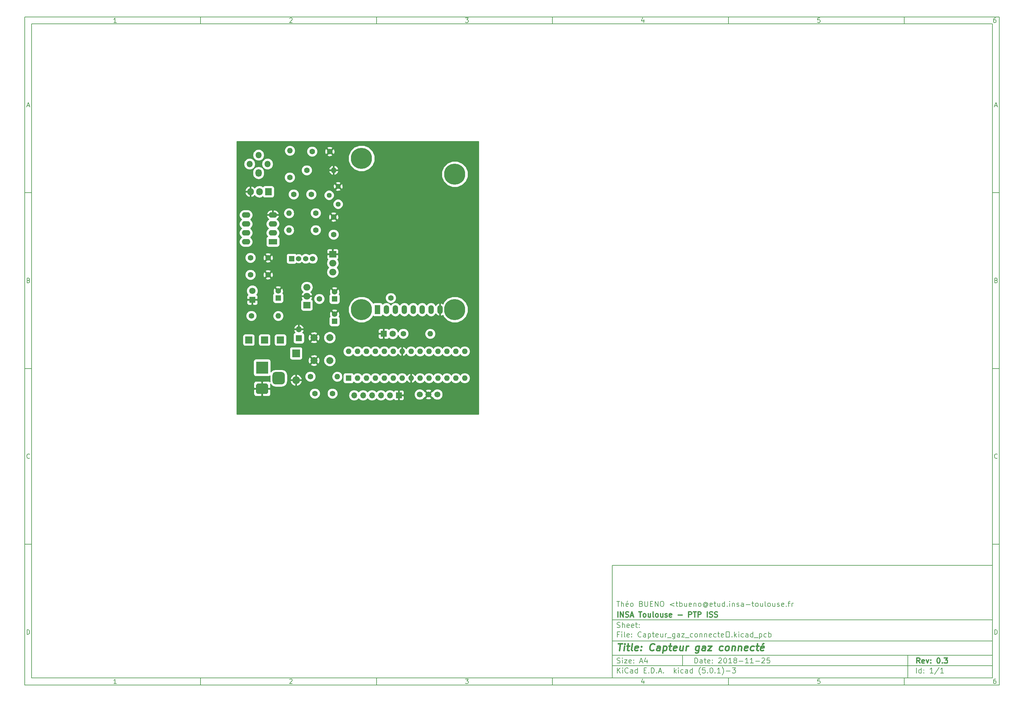
<source format=gbl>
G04 #@! TF.GenerationSoftware,KiCad,Pcbnew,(5.0.1)-3*
G04 #@! TF.CreationDate,2018-11-25T13:27:38+01:00*
G04 #@! TF.ProjectId,Capteur_gaz_connecte_,436170746575725F67617A5F636F6E6E,0.3*
G04 #@! TF.SameCoordinates,Original*
G04 #@! TF.FileFunction,Copper,L2,Bot,Signal*
G04 #@! TF.FilePolarity,Positive*
%FSLAX46Y46*%
G04 Gerber Fmt 4.6, Leading zero omitted, Abs format (unit mm)*
G04 Created by KiCad (PCBNEW (5.0.1)-3) date 25/11/2018 13:27:38*
%MOMM*%
%LPD*%
G01*
G04 APERTURE LIST*
%ADD10C,0.100000*%
%ADD11C,0.150000*%
%ADD12C,0.300000*%
%ADD13C,0.400000*%
G04 #@! TA.AperFunction,ComponentPad*
%ADD14R,1.524000X2.524000*%
G04 #@! TD*
G04 #@! TA.AperFunction,ComponentPad*
%ADD15O,1.524000X2.524000*%
G04 #@! TD*
G04 #@! TA.AperFunction,WasherPad*
%ADD16C,6.000000*%
G04 #@! TD*
G04 #@! TA.AperFunction,ComponentPad*
%ADD17C,1.600000*%
G04 #@! TD*
G04 #@! TA.AperFunction,ComponentPad*
%ADD18R,1.600000X1.600000*%
G04 #@! TD*
G04 #@! TA.AperFunction,ComponentPad*
%ADD19C,1.800000*%
G04 #@! TD*
G04 #@! TA.AperFunction,ComponentPad*
%ADD20R,1.800000X1.800000*%
G04 #@! TD*
G04 #@! TA.AperFunction,ComponentPad*
%ADD21R,2.200000X2.200000*%
G04 #@! TD*
G04 #@! TA.AperFunction,ComponentPad*
%ADD22O,2.200000X2.200000*%
G04 #@! TD*
G04 #@! TA.AperFunction,ComponentPad*
%ADD23R,3.500000X3.500000*%
G04 #@! TD*
G04 #@! TA.AperFunction,Conductor*
%ADD24C,0.100000*%
G04 #@! TD*
G04 #@! TA.AperFunction,ComponentPad*
%ADD25C,3.000000*%
G04 #@! TD*
G04 #@! TA.AperFunction,ComponentPad*
%ADD26C,3.500000*%
G04 #@! TD*
G04 #@! TA.AperFunction,ComponentPad*
%ADD27R,1.700000X1.700000*%
G04 #@! TD*
G04 #@! TA.AperFunction,ComponentPad*
%ADD28O,1.700000X1.700000*%
G04 #@! TD*
G04 #@! TA.AperFunction,ComponentPad*
%ADD29R,1.524000X1.524000*%
G04 #@! TD*
G04 #@! TA.AperFunction,ComponentPad*
%ADD30C,1.524000*%
G04 #@! TD*
G04 #@! TA.AperFunction,ComponentPad*
%ADD31R,1.905000X2.000000*%
G04 #@! TD*
G04 #@! TA.AperFunction,ComponentPad*
%ADD32O,1.905000X2.000000*%
G04 #@! TD*
G04 #@! TA.AperFunction,ComponentPad*
%ADD33O,1.600000X1.600000*%
G04 #@! TD*
G04 #@! TA.AperFunction,ComponentPad*
%ADD34C,1.440000*%
G04 #@! TD*
G04 #@! TA.AperFunction,ComponentPad*
%ADD35C,2.000000*%
G04 #@! TD*
G04 #@! TA.AperFunction,ComponentPad*
%ADD36R,2.000000X2.000000*%
G04 #@! TD*
G04 #@! TA.AperFunction,ComponentPad*
%ADD37R,2.000000X1.905000*%
G04 #@! TD*
G04 #@! TA.AperFunction,ComponentPad*
%ADD38O,2.000000X1.905000*%
G04 #@! TD*
G04 #@! TA.AperFunction,ComponentPad*
%ADD39O,2.400000X1.600000*%
G04 #@! TD*
G04 #@! TA.AperFunction,ComponentPad*
%ADD40R,2.400000X1.600000*%
G04 #@! TD*
G04 #@! TA.AperFunction,ComponentPad*
%ADD41O,1.800000X1.800000*%
G04 #@! TD*
G04 #@! TA.AperFunction,ComponentPad*
%ADD42O,1.800000X2.200000*%
G04 #@! TD*
G04 #@! TA.AperFunction,ComponentPad*
%ADD43C,1.700000*%
G04 #@! TD*
G04 #@! TA.AperFunction,ViaPad*
%ADD44C,1.600000*%
G04 #@! TD*
G04 #@! TA.AperFunction,Conductor*
%ADD45C,0.254000*%
G04 #@! TD*
G04 APERTURE END LIST*
D10*
D11*
X177002200Y-166007200D02*
X177002200Y-198007200D01*
X285002200Y-198007200D01*
X285002200Y-166007200D01*
X177002200Y-166007200D01*
D10*
D11*
X10000000Y-10000000D02*
X10000000Y-200007200D01*
X287002200Y-200007200D01*
X287002200Y-10000000D01*
X10000000Y-10000000D01*
D10*
D11*
X12000000Y-12000000D02*
X12000000Y-198007200D01*
X285002200Y-198007200D01*
X285002200Y-12000000D01*
X12000000Y-12000000D01*
D10*
D11*
X60000000Y-12000000D02*
X60000000Y-10000000D01*
D10*
D11*
X110000000Y-12000000D02*
X110000000Y-10000000D01*
D10*
D11*
X160000000Y-12000000D02*
X160000000Y-10000000D01*
D10*
D11*
X210000000Y-12000000D02*
X210000000Y-10000000D01*
D10*
D11*
X260000000Y-12000000D02*
X260000000Y-10000000D01*
D10*
D11*
X36065476Y-11588095D02*
X35322619Y-11588095D01*
X35694047Y-11588095D02*
X35694047Y-10288095D01*
X35570238Y-10473809D01*
X35446428Y-10597619D01*
X35322619Y-10659523D01*
D10*
D11*
X85322619Y-10411904D02*
X85384523Y-10350000D01*
X85508333Y-10288095D01*
X85817857Y-10288095D01*
X85941666Y-10350000D01*
X86003571Y-10411904D01*
X86065476Y-10535714D01*
X86065476Y-10659523D01*
X86003571Y-10845238D01*
X85260714Y-11588095D01*
X86065476Y-11588095D01*
D10*
D11*
X135260714Y-10288095D02*
X136065476Y-10288095D01*
X135632142Y-10783333D01*
X135817857Y-10783333D01*
X135941666Y-10845238D01*
X136003571Y-10907142D01*
X136065476Y-11030952D01*
X136065476Y-11340476D01*
X136003571Y-11464285D01*
X135941666Y-11526190D01*
X135817857Y-11588095D01*
X135446428Y-11588095D01*
X135322619Y-11526190D01*
X135260714Y-11464285D01*
D10*
D11*
X185941666Y-10721428D02*
X185941666Y-11588095D01*
X185632142Y-10226190D02*
X185322619Y-11154761D01*
X186127380Y-11154761D01*
D10*
D11*
X236003571Y-10288095D02*
X235384523Y-10288095D01*
X235322619Y-10907142D01*
X235384523Y-10845238D01*
X235508333Y-10783333D01*
X235817857Y-10783333D01*
X235941666Y-10845238D01*
X236003571Y-10907142D01*
X236065476Y-11030952D01*
X236065476Y-11340476D01*
X236003571Y-11464285D01*
X235941666Y-11526190D01*
X235817857Y-11588095D01*
X235508333Y-11588095D01*
X235384523Y-11526190D01*
X235322619Y-11464285D01*
D10*
D11*
X285941666Y-10288095D02*
X285694047Y-10288095D01*
X285570238Y-10350000D01*
X285508333Y-10411904D01*
X285384523Y-10597619D01*
X285322619Y-10845238D01*
X285322619Y-11340476D01*
X285384523Y-11464285D01*
X285446428Y-11526190D01*
X285570238Y-11588095D01*
X285817857Y-11588095D01*
X285941666Y-11526190D01*
X286003571Y-11464285D01*
X286065476Y-11340476D01*
X286065476Y-11030952D01*
X286003571Y-10907142D01*
X285941666Y-10845238D01*
X285817857Y-10783333D01*
X285570238Y-10783333D01*
X285446428Y-10845238D01*
X285384523Y-10907142D01*
X285322619Y-11030952D01*
D10*
D11*
X60000000Y-198007200D02*
X60000000Y-200007200D01*
D10*
D11*
X110000000Y-198007200D02*
X110000000Y-200007200D01*
D10*
D11*
X160000000Y-198007200D02*
X160000000Y-200007200D01*
D10*
D11*
X210000000Y-198007200D02*
X210000000Y-200007200D01*
D10*
D11*
X260000000Y-198007200D02*
X260000000Y-200007200D01*
D10*
D11*
X36065476Y-199595295D02*
X35322619Y-199595295D01*
X35694047Y-199595295D02*
X35694047Y-198295295D01*
X35570238Y-198481009D01*
X35446428Y-198604819D01*
X35322619Y-198666723D01*
D10*
D11*
X85322619Y-198419104D02*
X85384523Y-198357200D01*
X85508333Y-198295295D01*
X85817857Y-198295295D01*
X85941666Y-198357200D01*
X86003571Y-198419104D01*
X86065476Y-198542914D01*
X86065476Y-198666723D01*
X86003571Y-198852438D01*
X85260714Y-199595295D01*
X86065476Y-199595295D01*
D10*
D11*
X135260714Y-198295295D02*
X136065476Y-198295295D01*
X135632142Y-198790533D01*
X135817857Y-198790533D01*
X135941666Y-198852438D01*
X136003571Y-198914342D01*
X136065476Y-199038152D01*
X136065476Y-199347676D01*
X136003571Y-199471485D01*
X135941666Y-199533390D01*
X135817857Y-199595295D01*
X135446428Y-199595295D01*
X135322619Y-199533390D01*
X135260714Y-199471485D01*
D10*
D11*
X185941666Y-198728628D02*
X185941666Y-199595295D01*
X185632142Y-198233390D02*
X185322619Y-199161961D01*
X186127380Y-199161961D01*
D10*
D11*
X236003571Y-198295295D02*
X235384523Y-198295295D01*
X235322619Y-198914342D01*
X235384523Y-198852438D01*
X235508333Y-198790533D01*
X235817857Y-198790533D01*
X235941666Y-198852438D01*
X236003571Y-198914342D01*
X236065476Y-199038152D01*
X236065476Y-199347676D01*
X236003571Y-199471485D01*
X235941666Y-199533390D01*
X235817857Y-199595295D01*
X235508333Y-199595295D01*
X235384523Y-199533390D01*
X235322619Y-199471485D01*
D10*
D11*
X285941666Y-198295295D02*
X285694047Y-198295295D01*
X285570238Y-198357200D01*
X285508333Y-198419104D01*
X285384523Y-198604819D01*
X285322619Y-198852438D01*
X285322619Y-199347676D01*
X285384523Y-199471485D01*
X285446428Y-199533390D01*
X285570238Y-199595295D01*
X285817857Y-199595295D01*
X285941666Y-199533390D01*
X286003571Y-199471485D01*
X286065476Y-199347676D01*
X286065476Y-199038152D01*
X286003571Y-198914342D01*
X285941666Y-198852438D01*
X285817857Y-198790533D01*
X285570238Y-198790533D01*
X285446428Y-198852438D01*
X285384523Y-198914342D01*
X285322619Y-199038152D01*
D10*
D11*
X10000000Y-60000000D02*
X12000000Y-60000000D01*
D10*
D11*
X10000000Y-110000000D02*
X12000000Y-110000000D01*
D10*
D11*
X10000000Y-160000000D02*
X12000000Y-160000000D01*
D10*
D11*
X10690476Y-35216666D02*
X11309523Y-35216666D01*
X10566666Y-35588095D02*
X11000000Y-34288095D01*
X11433333Y-35588095D01*
D10*
D11*
X11092857Y-84907142D02*
X11278571Y-84969047D01*
X11340476Y-85030952D01*
X11402380Y-85154761D01*
X11402380Y-85340476D01*
X11340476Y-85464285D01*
X11278571Y-85526190D01*
X11154761Y-85588095D01*
X10659523Y-85588095D01*
X10659523Y-84288095D01*
X11092857Y-84288095D01*
X11216666Y-84350000D01*
X11278571Y-84411904D01*
X11340476Y-84535714D01*
X11340476Y-84659523D01*
X11278571Y-84783333D01*
X11216666Y-84845238D01*
X11092857Y-84907142D01*
X10659523Y-84907142D01*
D10*
D11*
X11402380Y-135464285D02*
X11340476Y-135526190D01*
X11154761Y-135588095D01*
X11030952Y-135588095D01*
X10845238Y-135526190D01*
X10721428Y-135402380D01*
X10659523Y-135278571D01*
X10597619Y-135030952D01*
X10597619Y-134845238D01*
X10659523Y-134597619D01*
X10721428Y-134473809D01*
X10845238Y-134350000D01*
X11030952Y-134288095D01*
X11154761Y-134288095D01*
X11340476Y-134350000D01*
X11402380Y-134411904D01*
D10*
D11*
X10659523Y-185588095D02*
X10659523Y-184288095D01*
X10969047Y-184288095D01*
X11154761Y-184350000D01*
X11278571Y-184473809D01*
X11340476Y-184597619D01*
X11402380Y-184845238D01*
X11402380Y-185030952D01*
X11340476Y-185278571D01*
X11278571Y-185402380D01*
X11154761Y-185526190D01*
X10969047Y-185588095D01*
X10659523Y-185588095D01*
D10*
D11*
X287002200Y-60000000D02*
X285002200Y-60000000D01*
D10*
D11*
X287002200Y-110000000D02*
X285002200Y-110000000D01*
D10*
D11*
X287002200Y-160000000D02*
X285002200Y-160000000D01*
D10*
D11*
X285692676Y-35216666D02*
X286311723Y-35216666D01*
X285568866Y-35588095D02*
X286002200Y-34288095D01*
X286435533Y-35588095D01*
D10*
D11*
X286095057Y-84907142D02*
X286280771Y-84969047D01*
X286342676Y-85030952D01*
X286404580Y-85154761D01*
X286404580Y-85340476D01*
X286342676Y-85464285D01*
X286280771Y-85526190D01*
X286156961Y-85588095D01*
X285661723Y-85588095D01*
X285661723Y-84288095D01*
X286095057Y-84288095D01*
X286218866Y-84350000D01*
X286280771Y-84411904D01*
X286342676Y-84535714D01*
X286342676Y-84659523D01*
X286280771Y-84783333D01*
X286218866Y-84845238D01*
X286095057Y-84907142D01*
X285661723Y-84907142D01*
D10*
D11*
X286404580Y-135464285D02*
X286342676Y-135526190D01*
X286156961Y-135588095D01*
X286033152Y-135588095D01*
X285847438Y-135526190D01*
X285723628Y-135402380D01*
X285661723Y-135278571D01*
X285599819Y-135030952D01*
X285599819Y-134845238D01*
X285661723Y-134597619D01*
X285723628Y-134473809D01*
X285847438Y-134350000D01*
X286033152Y-134288095D01*
X286156961Y-134288095D01*
X286342676Y-134350000D01*
X286404580Y-134411904D01*
D10*
D11*
X285661723Y-185588095D02*
X285661723Y-184288095D01*
X285971247Y-184288095D01*
X286156961Y-184350000D01*
X286280771Y-184473809D01*
X286342676Y-184597619D01*
X286404580Y-184845238D01*
X286404580Y-185030952D01*
X286342676Y-185278571D01*
X286280771Y-185402380D01*
X286156961Y-185526190D01*
X285971247Y-185588095D01*
X285661723Y-185588095D01*
D10*
D11*
X200434342Y-193785771D02*
X200434342Y-192285771D01*
X200791485Y-192285771D01*
X201005771Y-192357200D01*
X201148628Y-192500057D01*
X201220057Y-192642914D01*
X201291485Y-192928628D01*
X201291485Y-193142914D01*
X201220057Y-193428628D01*
X201148628Y-193571485D01*
X201005771Y-193714342D01*
X200791485Y-193785771D01*
X200434342Y-193785771D01*
X202577200Y-193785771D02*
X202577200Y-193000057D01*
X202505771Y-192857200D01*
X202362914Y-192785771D01*
X202077200Y-192785771D01*
X201934342Y-192857200D01*
X202577200Y-193714342D02*
X202434342Y-193785771D01*
X202077200Y-193785771D01*
X201934342Y-193714342D01*
X201862914Y-193571485D01*
X201862914Y-193428628D01*
X201934342Y-193285771D01*
X202077200Y-193214342D01*
X202434342Y-193214342D01*
X202577200Y-193142914D01*
X203077200Y-192785771D02*
X203648628Y-192785771D01*
X203291485Y-192285771D02*
X203291485Y-193571485D01*
X203362914Y-193714342D01*
X203505771Y-193785771D01*
X203648628Y-193785771D01*
X204720057Y-193714342D02*
X204577200Y-193785771D01*
X204291485Y-193785771D01*
X204148628Y-193714342D01*
X204077200Y-193571485D01*
X204077200Y-193000057D01*
X204148628Y-192857200D01*
X204291485Y-192785771D01*
X204577200Y-192785771D01*
X204720057Y-192857200D01*
X204791485Y-193000057D01*
X204791485Y-193142914D01*
X204077200Y-193285771D01*
X205434342Y-193642914D02*
X205505771Y-193714342D01*
X205434342Y-193785771D01*
X205362914Y-193714342D01*
X205434342Y-193642914D01*
X205434342Y-193785771D01*
X205434342Y-192857200D02*
X205505771Y-192928628D01*
X205434342Y-193000057D01*
X205362914Y-192928628D01*
X205434342Y-192857200D01*
X205434342Y-193000057D01*
X207220057Y-192428628D02*
X207291485Y-192357200D01*
X207434342Y-192285771D01*
X207791485Y-192285771D01*
X207934342Y-192357200D01*
X208005771Y-192428628D01*
X208077200Y-192571485D01*
X208077200Y-192714342D01*
X208005771Y-192928628D01*
X207148628Y-193785771D01*
X208077200Y-193785771D01*
X209005771Y-192285771D02*
X209148628Y-192285771D01*
X209291485Y-192357200D01*
X209362914Y-192428628D01*
X209434342Y-192571485D01*
X209505771Y-192857200D01*
X209505771Y-193214342D01*
X209434342Y-193500057D01*
X209362914Y-193642914D01*
X209291485Y-193714342D01*
X209148628Y-193785771D01*
X209005771Y-193785771D01*
X208862914Y-193714342D01*
X208791485Y-193642914D01*
X208720057Y-193500057D01*
X208648628Y-193214342D01*
X208648628Y-192857200D01*
X208720057Y-192571485D01*
X208791485Y-192428628D01*
X208862914Y-192357200D01*
X209005771Y-192285771D01*
X210934342Y-193785771D02*
X210077200Y-193785771D01*
X210505771Y-193785771D02*
X210505771Y-192285771D01*
X210362914Y-192500057D01*
X210220057Y-192642914D01*
X210077200Y-192714342D01*
X211791485Y-192928628D02*
X211648628Y-192857200D01*
X211577200Y-192785771D01*
X211505771Y-192642914D01*
X211505771Y-192571485D01*
X211577200Y-192428628D01*
X211648628Y-192357200D01*
X211791485Y-192285771D01*
X212077200Y-192285771D01*
X212220057Y-192357200D01*
X212291485Y-192428628D01*
X212362914Y-192571485D01*
X212362914Y-192642914D01*
X212291485Y-192785771D01*
X212220057Y-192857200D01*
X212077200Y-192928628D01*
X211791485Y-192928628D01*
X211648628Y-193000057D01*
X211577200Y-193071485D01*
X211505771Y-193214342D01*
X211505771Y-193500057D01*
X211577200Y-193642914D01*
X211648628Y-193714342D01*
X211791485Y-193785771D01*
X212077200Y-193785771D01*
X212220057Y-193714342D01*
X212291485Y-193642914D01*
X212362914Y-193500057D01*
X212362914Y-193214342D01*
X212291485Y-193071485D01*
X212220057Y-193000057D01*
X212077200Y-192928628D01*
X213005771Y-193214342D02*
X214148628Y-193214342D01*
X215648628Y-193785771D02*
X214791485Y-193785771D01*
X215220057Y-193785771D02*
X215220057Y-192285771D01*
X215077200Y-192500057D01*
X214934342Y-192642914D01*
X214791485Y-192714342D01*
X217077200Y-193785771D02*
X216220057Y-193785771D01*
X216648628Y-193785771D02*
X216648628Y-192285771D01*
X216505771Y-192500057D01*
X216362914Y-192642914D01*
X216220057Y-192714342D01*
X217720057Y-193214342D02*
X218862914Y-193214342D01*
X219505771Y-192428628D02*
X219577200Y-192357200D01*
X219720057Y-192285771D01*
X220077200Y-192285771D01*
X220220057Y-192357200D01*
X220291485Y-192428628D01*
X220362914Y-192571485D01*
X220362914Y-192714342D01*
X220291485Y-192928628D01*
X219434342Y-193785771D01*
X220362914Y-193785771D01*
X221720057Y-192285771D02*
X221005771Y-192285771D01*
X220934342Y-193000057D01*
X221005771Y-192928628D01*
X221148628Y-192857200D01*
X221505771Y-192857200D01*
X221648628Y-192928628D01*
X221720057Y-193000057D01*
X221791485Y-193142914D01*
X221791485Y-193500057D01*
X221720057Y-193642914D01*
X221648628Y-193714342D01*
X221505771Y-193785771D01*
X221148628Y-193785771D01*
X221005771Y-193714342D01*
X220934342Y-193642914D01*
D10*
D11*
X177002200Y-194507200D02*
X285002200Y-194507200D01*
D10*
D11*
X178434342Y-196585771D02*
X178434342Y-195085771D01*
X179291485Y-196585771D02*
X178648628Y-195728628D01*
X179291485Y-195085771D02*
X178434342Y-195942914D01*
X179934342Y-196585771D02*
X179934342Y-195585771D01*
X179934342Y-195085771D02*
X179862914Y-195157200D01*
X179934342Y-195228628D01*
X180005771Y-195157200D01*
X179934342Y-195085771D01*
X179934342Y-195228628D01*
X181505771Y-196442914D02*
X181434342Y-196514342D01*
X181220057Y-196585771D01*
X181077200Y-196585771D01*
X180862914Y-196514342D01*
X180720057Y-196371485D01*
X180648628Y-196228628D01*
X180577200Y-195942914D01*
X180577200Y-195728628D01*
X180648628Y-195442914D01*
X180720057Y-195300057D01*
X180862914Y-195157200D01*
X181077200Y-195085771D01*
X181220057Y-195085771D01*
X181434342Y-195157200D01*
X181505771Y-195228628D01*
X182791485Y-196585771D02*
X182791485Y-195800057D01*
X182720057Y-195657200D01*
X182577200Y-195585771D01*
X182291485Y-195585771D01*
X182148628Y-195657200D01*
X182791485Y-196514342D02*
X182648628Y-196585771D01*
X182291485Y-196585771D01*
X182148628Y-196514342D01*
X182077200Y-196371485D01*
X182077200Y-196228628D01*
X182148628Y-196085771D01*
X182291485Y-196014342D01*
X182648628Y-196014342D01*
X182791485Y-195942914D01*
X184148628Y-196585771D02*
X184148628Y-195085771D01*
X184148628Y-196514342D02*
X184005771Y-196585771D01*
X183720057Y-196585771D01*
X183577200Y-196514342D01*
X183505771Y-196442914D01*
X183434342Y-196300057D01*
X183434342Y-195871485D01*
X183505771Y-195728628D01*
X183577200Y-195657200D01*
X183720057Y-195585771D01*
X184005771Y-195585771D01*
X184148628Y-195657200D01*
X186005771Y-195800057D02*
X186505771Y-195800057D01*
X186720057Y-196585771D02*
X186005771Y-196585771D01*
X186005771Y-195085771D01*
X186720057Y-195085771D01*
X187362914Y-196442914D02*
X187434342Y-196514342D01*
X187362914Y-196585771D01*
X187291485Y-196514342D01*
X187362914Y-196442914D01*
X187362914Y-196585771D01*
X188077200Y-196585771D02*
X188077200Y-195085771D01*
X188434342Y-195085771D01*
X188648628Y-195157200D01*
X188791485Y-195300057D01*
X188862914Y-195442914D01*
X188934342Y-195728628D01*
X188934342Y-195942914D01*
X188862914Y-196228628D01*
X188791485Y-196371485D01*
X188648628Y-196514342D01*
X188434342Y-196585771D01*
X188077200Y-196585771D01*
X189577200Y-196442914D02*
X189648628Y-196514342D01*
X189577200Y-196585771D01*
X189505771Y-196514342D01*
X189577200Y-196442914D01*
X189577200Y-196585771D01*
X190220057Y-196157200D02*
X190934342Y-196157200D01*
X190077200Y-196585771D02*
X190577200Y-195085771D01*
X191077200Y-196585771D01*
X191577200Y-196442914D02*
X191648628Y-196514342D01*
X191577200Y-196585771D01*
X191505771Y-196514342D01*
X191577200Y-196442914D01*
X191577200Y-196585771D01*
X194577200Y-196585771D02*
X194577200Y-195085771D01*
X194720057Y-196014342D02*
X195148628Y-196585771D01*
X195148628Y-195585771D02*
X194577200Y-196157200D01*
X195791485Y-196585771D02*
X195791485Y-195585771D01*
X195791485Y-195085771D02*
X195720057Y-195157200D01*
X195791485Y-195228628D01*
X195862914Y-195157200D01*
X195791485Y-195085771D01*
X195791485Y-195228628D01*
X197148628Y-196514342D02*
X197005771Y-196585771D01*
X196720057Y-196585771D01*
X196577200Y-196514342D01*
X196505771Y-196442914D01*
X196434342Y-196300057D01*
X196434342Y-195871485D01*
X196505771Y-195728628D01*
X196577200Y-195657200D01*
X196720057Y-195585771D01*
X197005771Y-195585771D01*
X197148628Y-195657200D01*
X198434342Y-196585771D02*
X198434342Y-195800057D01*
X198362914Y-195657200D01*
X198220057Y-195585771D01*
X197934342Y-195585771D01*
X197791485Y-195657200D01*
X198434342Y-196514342D02*
X198291485Y-196585771D01*
X197934342Y-196585771D01*
X197791485Y-196514342D01*
X197720057Y-196371485D01*
X197720057Y-196228628D01*
X197791485Y-196085771D01*
X197934342Y-196014342D01*
X198291485Y-196014342D01*
X198434342Y-195942914D01*
X199791485Y-196585771D02*
X199791485Y-195085771D01*
X199791485Y-196514342D02*
X199648628Y-196585771D01*
X199362914Y-196585771D01*
X199220057Y-196514342D01*
X199148628Y-196442914D01*
X199077200Y-196300057D01*
X199077200Y-195871485D01*
X199148628Y-195728628D01*
X199220057Y-195657200D01*
X199362914Y-195585771D01*
X199648628Y-195585771D01*
X199791485Y-195657200D01*
X202077200Y-197157200D02*
X202005771Y-197085771D01*
X201862914Y-196871485D01*
X201791485Y-196728628D01*
X201720057Y-196514342D01*
X201648628Y-196157200D01*
X201648628Y-195871485D01*
X201720057Y-195514342D01*
X201791485Y-195300057D01*
X201862914Y-195157200D01*
X202005771Y-194942914D01*
X202077200Y-194871485D01*
X203362914Y-195085771D02*
X202648628Y-195085771D01*
X202577200Y-195800057D01*
X202648628Y-195728628D01*
X202791485Y-195657200D01*
X203148628Y-195657200D01*
X203291485Y-195728628D01*
X203362914Y-195800057D01*
X203434342Y-195942914D01*
X203434342Y-196300057D01*
X203362914Y-196442914D01*
X203291485Y-196514342D01*
X203148628Y-196585771D01*
X202791485Y-196585771D01*
X202648628Y-196514342D01*
X202577200Y-196442914D01*
X204077200Y-196442914D02*
X204148628Y-196514342D01*
X204077200Y-196585771D01*
X204005771Y-196514342D01*
X204077200Y-196442914D01*
X204077200Y-196585771D01*
X205077200Y-195085771D02*
X205220057Y-195085771D01*
X205362914Y-195157200D01*
X205434342Y-195228628D01*
X205505771Y-195371485D01*
X205577200Y-195657200D01*
X205577200Y-196014342D01*
X205505771Y-196300057D01*
X205434342Y-196442914D01*
X205362914Y-196514342D01*
X205220057Y-196585771D01*
X205077200Y-196585771D01*
X204934342Y-196514342D01*
X204862914Y-196442914D01*
X204791485Y-196300057D01*
X204720057Y-196014342D01*
X204720057Y-195657200D01*
X204791485Y-195371485D01*
X204862914Y-195228628D01*
X204934342Y-195157200D01*
X205077200Y-195085771D01*
X206220057Y-196442914D02*
X206291485Y-196514342D01*
X206220057Y-196585771D01*
X206148628Y-196514342D01*
X206220057Y-196442914D01*
X206220057Y-196585771D01*
X207720057Y-196585771D02*
X206862914Y-196585771D01*
X207291485Y-196585771D02*
X207291485Y-195085771D01*
X207148628Y-195300057D01*
X207005771Y-195442914D01*
X206862914Y-195514342D01*
X208220057Y-197157200D02*
X208291485Y-197085771D01*
X208434342Y-196871485D01*
X208505771Y-196728628D01*
X208577200Y-196514342D01*
X208648628Y-196157200D01*
X208648628Y-195871485D01*
X208577200Y-195514342D01*
X208505771Y-195300057D01*
X208434342Y-195157200D01*
X208291485Y-194942914D01*
X208220057Y-194871485D01*
X209362914Y-196014342D02*
X210505771Y-196014342D01*
X211077200Y-195085771D02*
X212005771Y-195085771D01*
X211505771Y-195657200D01*
X211720057Y-195657200D01*
X211862914Y-195728628D01*
X211934342Y-195800057D01*
X212005771Y-195942914D01*
X212005771Y-196300057D01*
X211934342Y-196442914D01*
X211862914Y-196514342D01*
X211720057Y-196585771D01*
X211291485Y-196585771D01*
X211148628Y-196514342D01*
X211077200Y-196442914D01*
D10*
D11*
X177002200Y-191507200D02*
X285002200Y-191507200D01*
D10*
D12*
X264411485Y-193785771D02*
X263911485Y-193071485D01*
X263554342Y-193785771D02*
X263554342Y-192285771D01*
X264125771Y-192285771D01*
X264268628Y-192357200D01*
X264340057Y-192428628D01*
X264411485Y-192571485D01*
X264411485Y-192785771D01*
X264340057Y-192928628D01*
X264268628Y-193000057D01*
X264125771Y-193071485D01*
X263554342Y-193071485D01*
X265625771Y-193714342D02*
X265482914Y-193785771D01*
X265197200Y-193785771D01*
X265054342Y-193714342D01*
X264982914Y-193571485D01*
X264982914Y-193000057D01*
X265054342Y-192857200D01*
X265197200Y-192785771D01*
X265482914Y-192785771D01*
X265625771Y-192857200D01*
X265697200Y-193000057D01*
X265697200Y-193142914D01*
X264982914Y-193285771D01*
X266197200Y-192785771D02*
X266554342Y-193785771D01*
X266911485Y-192785771D01*
X267482914Y-193642914D02*
X267554342Y-193714342D01*
X267482914Y-193785771D01*
X267411485Y-193714342D01*
X267482914Y-193642914D01*
X267482914Y-193785771D01*
X267482914Y-192857200D02*
X267554342Y-192928628D01*
X267482914Y-193000057D01*
X267411485Y-192928628D01*
X267482914Y-192857200D01*
X267482914Y-193000057D01*
X269625771Y-192285771D02*
X269768628Y-192285771D01*
X269911485Y-192357200D01*
X269982914Y-192428628D01*
X270054342Y-192571485D01*
X270125771Y-192857200D01*
X270125771Y-193214342D01*
X270054342Y-193500057D01*
X269982914Y-193642914D01*
X269911485Y-193714342D01*
X269768628Y-193785771D01*
X269625771Y-193785771D01*
X269482914Y-193714342D01*
X269411485Y-193642914D01*
X269340057Y-193500057D01*
X269268628Y-193214342D01*
X269268628Y-192857200D01*
X269340057Y-192571485D01*
X269411485Y-192428628D01*
X269482914Y-192357200D01*
X269625771Y-192285771D01*
X270768628Y-193642914D02*
X270840057Y-193714342D01*
X270768628Y-193785771D01*
X270697200Y-193714342D01*
X270768628Y-193642914D01*
X270768628Y-193785771D01*
X271340057Y-192285771D02*
X272268628Y-192285771D01*
X271768628Y-192857200D01*
X271982914Y-192857200D01*
X272125771Y-192928628D01*
X272197200Y-193000057D01*
X272268628Y-193142914D01*
X272268628Y-193500057D01*
X272197200Y-193642914D01*
X272125771Y-193714342D01*
X271982914Y-193785771D01*
X271554342Y-193785771D01*
X271411485Y-193714342D01*
X271340057Y-193642914D01*
D10*
D11*
X178362914Y-193714342D02*
X178577200Y-193785771D01*
X178934342Y-193785771D01*
X179077200Y-193714342D01*
X179148628Y-193642914D01*
X179220057Y-193500057D01*
X179220057Y-193357200D01*
X179148628Y-193214342D01*
X179077200Y-193142914D01*
X178934342Y-193071485D01*
X178648628Y-193000057D01*
X178505771Y-192928628D01*
X178434342Y-192857200D01*
X178362914Y-192714342D01*
X178362914Y-192571485D01*
X178434342Y-192428628D01*
X178505771Y-192357200D01*
X178648628Y-192285771D01*
X179005771Y-192285771D01*
X179220057Y-192357200D01*
X179862914Y-193785771D02*
X179862914Y-192785771D01*
X179862914Y-192285771D02*
X179791485Y-192357200D01*
X179862914Y-192428628D01*
X179934342Y-192357200D01*
X179862914Y-192285771D01*
X179862914Y-192428628D01*
X180434342Y-192785771D02*
X181220057Y-192785771D01*
X180434342Y-193785771D01*
X181220057Y-193785771D01*
X182362914Y-193714342D02*
X182220057Y-193785771D01*
X181934342Y-193785771D01*
X181791485Y-193714342D01*
X181720057Y-193571485D01*
X181720057Y-193000057D01*
X181791485Y-192857200D01*
X181934342Y-192785771D01*
X182220057Y-192785771D01*
X182362914Y-192857200D01*
X182434342Y-193000057D01*
X182434342Y-193142914D01*
X181720057Y-193285771D01*
X183077200Y-193642914D02*
X183148628Y-193714342D01*
X183077200Y-193785771D01*
X183005771Y-193714342D01*
X183077200Y-193642914D01*
X183077200Y-193785771D01*
X183077200Y-192857200D02*
X183148628Y-192928628D01*
X183077200Y-193000057D01*
X183005771Y-192928628D01*
X183077200Y-192857200D01*
X183077200Y-193000057D01*
X184862914Y-193357200D02*
X185577200Y-193357200D01*
X184720057Y-193785771D02*
X185220057Y-192285771D01*
X185720057Y-193785771D01*
X186862914Y-192785771D02*
X186862914Y-193785771D01*
X186505771Y-192214342D02*
X186148628Y-193285771D01*
X187077200Y-193285771D01*
D10*
D11*
X263434342Y-196585771D02*
X263434342Y-195085771D01*
X264791485Y-196585771D02*
X264791485Y-195085771D01*
X264791485Y-196514342D02*
X264648628Y-196585771D01*
X264362914Y-196585771D01*
X264220057Y-196514342D01*
X264148628Y-196442914D01*
X264077200Y-196300057D01*
X264077200Y-195871485D01*
X264148628Y-195728628D01*
X264220057Y-195657200D01*
X264362914Y-195585771D01*
X264648628Y-195585771D01*
X264791485Y-195657200D01*
X265505771Y-196442914D02*
X265577200Y-196514342D01*
X265505771Y-196585771D01*
X265434342Y-196514342D01*
X265505771Y-196442914D01*
X265505771Y-196585771D01*
X265505771Y-195657200D02*
X265577200Y-195728628D01*
X265505771Y-195800057D01*
X265434342Y-195728628D01*
X265505771Y-195657200D01*
X265505771Y-195800057D01*
X268148628Y-196585771D02*
X267291485Y-196585771D01*
X267720057Y-196585771D02*
X267720057Y-195085771D01*
X267577200Y-195300057D01*
X267434342Y-195442914D01*
X267291485Y-195514342D01*
X269862914Y-195014342D02*
X268577200Y-196942914D01*
X271148628Y-196585771D02*
X270291485Y-196585771D01*
X270720057Y-196585771D02*
X270720057Y-195085771D01*
X270577200Y-195300057D01*
X270434342Y-195442914D01*
X270291485Y-195514342D01*
D10*
D11*
X177002200Y-187507200D02*
X285002200Y-187507200D01*
D10*
D13*
X178714580Y-188211961D02*
X179857438Y-188211961D01*
X179036009Y-190211961D02*
X179286009Y-188211961D01*
X180274104Y-190211961D02*
X180440771Y-188878628D01*
X180524104Y-188211961D02*
X180416961Y-188307200D01*
X180500295Y-188402438D01*
X180607438Y-188307200D01*
X180524104Y-188211961D01*
X180500295Y-188402438D01*
X181107438Y-188878628D02*
X181869342Y-188878628D01*
X181476485Y-188211961D02*
X181262200Y-189926247D01*
X181333628Y-190116723D01*
X181512200Y-190211961D01*
X181702676Y-190211961D01*
X182655057Y-190211961D02*
X182476485Y-190116723D01*
X182405057Y-189926247D01*
X182619342Y-188211961D01*
X184190771Y-190116723D02*
X183988390Y-190211961D01*
X183607438Y-190211961D01*
X183428866Y-190116723D01*
X183357438Y-189926247D01*
X183452676Y-189164342D01*
X183571723Y-188973866D01*
X183774104Y-188878628D01*
X184155057Y-188878628D01*
X184333628Y-188973866D01*
X184405057Y-189164342D01*
X184381247Y-189354819D01*
X183405057Y-189545295D01*
X185155057Y-190021485D02*
X185238390Y-190116723D01*
X185131247Y-190211961D01*
X185047914Y-190116723D01*
X185155057Y-190021485D01*
X185131247Y-190211961D01*
X185286009Y-188973866D02*
X185369342Y-189069104D01*
X185262200Y-189164342D01*
X185178866Y-189069104D01*
X185286009Y-188973866D01*
X185262200Y-189164342D01*
X188774104Y-190021485D02*
X188666961Y-190116723D01*
X188369342Y-190211961D01*
X188178866Y-190211961D01*
X187905057Y-190116723D01*
X187738390Y-189926247D01*
X187666961Y-189735771D01*
X187619342Y-189354819D01*
X187655057Y-189069104D01*
X187797914Y-188688152D01*
X187916961Y-188497676D01*
X188131247Y-188307200D01*
X188428866Y-188211961D01*
X188619342Y-188211961D01*
X188893152Y-188307200D01*
X188976485Y-188402438D01*
X190464580Y-190211961D02*
X190595533Y-189164342D01*
X190524104Y-188973866D01*
X190345533Y-188878628D01*
X189964580Y-188878628D01*
X189762200Y-188973866D01*
X190476485Y-190116723D02*
X190274104Y-190211961D01*
X189797914Y-190211961D01*
X189619342Y-190116723D01*
X189547914Y-189926247D01*
X189571723Y-189735771D01*
X189690771Y-189545295D01*
X189893152Y-189450057D01*
X190369342Y-189450057D01*
X190571723Y-189354819D01*
X191583628Y-188878628D02*
X191333628Y-190878628D01*
X191571723Y-188973866D02*
X191774104Y-188878628D01*
X192155057Y-188878628D01*
X192333628Y-188973866D01*
X192416961Y-189069104D01*
X192488390Y-189259580D01*
X192416961Y-189831009D01*
X192297914Y-190021485D01*
X192190771Y-190116723D01*
X191988390Y-190211961D01*
X191607438Y-190211961D01*
X191428866Y-190116723D01*
X193107438Y-188878628D02*
X193869342Y-188878628D01*
X193476485Y-188211961D02*
X193262200Y-189926247D01*
X193333628Y-190116723D01*
X193512200Y-190211961D01*
X193702676Y-190211961D01*
X195143152Y-190116723D02*
X194940771Y-190211961D01*
X194559819Y-190211961D01*
X194381247Y-190116723D01*
X194309819Y-189926247D01*
X194405057Y-189164342D01*
X194524104Y-188973866D01*
X194726485Y-188878628D01*
X195107438Y-188878628D01*
X195286009Y-188973866D01*
X195357438Y-189164342D01*
X195333628Y-189354819D01*
X194357438Y-189545295D01*
X197107438Y-188878628D02*
X196940771Y-190211961D01*
X196250295Y-188878628D02*
X196119342Y-189926247D01*
X196190771Y-190116723D01*
X196369342Y-190211961D01*
X196655057Y-190211961D01*
X196857438Y-190116723D01*
X196964580Y-190021485D01*
X197893152Y-190211961D02*
X198059819Y-188878628D01*
X198012200Y-189259580D02*
X198131247Y-189069104D01*
X198238390Y-188973866D01*
X198440771Y-188878628D01*
X198631247Y-188878628D01*
X201678866Y-188878628D02*
X201476485Y-190497676D01*
X201357438Y-190688152D01*
X201250295Y-190783390D01*
X201047914Y-190878628D01*
X200762200Y-190878628D01*
X200583628Y-190783390D01*
X201524104Y-190116723D02*
X201321723Y-190211961D01*
X200940771Y-190211961D01*
X200762200Y-190116723D01*
X200678866Y-190021485D01*
X200607438Y-189831009D01*
X200678866Y-189259580D01*
X200797914Y-189069104D01*
X200905057Y-188973866D01*
X201107438Y-188878628D01*
X201488390Y-188878628D01*
X201666961Y-188973866D01*
X203321723Y-190211961D02*
X203452676Y-189164342D01*
X203381247Y-188973866D01*
X203202676Y-188878628D01*
X202821723Y-188878628D01*
X202619342Y-188973866D01*
X203333628Y-190116723D02*
X203131247Y-190211961D01*
X202655057Y-190211961D01*
X202476485Y-190116723D01*
X202405057Y-189926247D01*
X202428866Y-189735771D01*
X202547914Y-189545295D01*
X202750295Y-189450057D01*
X203226485Y-189450057D01*
X203428866Y-189354819D01*
X204250295Y-188878628D02*
X205297914Y-188878628D01*
X204083628Y-190211961D01*
X205131247Y-190211961D01*
X208286009Y-190116723D02*
X208083628Y-190211961D01*
X207702676Y-190211961D01*
X207524104Y-190116723D01*
X207440771Y-190021485D01*
X207369342Y-189831009D01*
X207440771Y-189259580D01*
X207559819Y-189069104D01*
X207666961Y-188973866D01*
X207869342Y-188878628D01*
X208250295Y-188878628D01*
X208428866Y-188973866D01*
X209416961Y-190211961D02*
X209238390Y-190116723D01*
X209155057Y-190021485D01*
X209083628Y-189831009D01*
X209155057Y-189259580D01*
X209274104Y-189069104D01*
X209381247Y-188973866D01*
X209583628Y-188878628D01*
X209869342Y-188878628D01*
X210047914Y-188973866D01*
X210131247Y-189069104D01*
X210202676Y-189259580D01*
X210131247Y-189831009D01*
X210012200Y-190021485D01*
X209905057Y-190116723D01*
X209702676Y-190211961D01*
X209416961Y-190211961D01*
X211107438Y-188878628D02*
X210940771Y-190211961D01*
X211083628Y-189069104D02*
X211190771Y-188973866D01*
X211393152Y-188878628D01*
X211678866Y-188878628D01*
X211857438Y-188973866D01*
X211928866Y-189164342D01*
X211797914Y-190211961D01*
X212916961Y-188878628D02*
X212750295Y-190211961D01*
X212893152Y-189069104D02*
X213000295Y-188973866D01*
X213202676Y-188878628D01*
X213488390Y-188878628D01*
X213666961Y-188973866D01*
X213738390Y-189164342D01*
X213607438Y-190211961D01*
X215333628Y-190116723D02*
X215131247Y-190211961D01*
X214750295Y-190211961D01*
X214571723Y-190116723D01*
X214500295Y-189926247D01*
X214595533Y-189164342D01*
X214714580Y-188973866D01*
X214916961Y-188878628D01*
X215297914Y-188878628D01*
X215476485Y-188973866D01*
X215547914Y-189164342D01*
X215524104Y-189354819D01*
X214547914Y-189545295D01*
X217143152Y-190116723D02*
X216940771Y-190211961D01*
X216559819Y-190211961D01*
X216381247Y-190116723D01*
X216297914Y-190021485D01*
X216226485Y-189831009D01*
X216297914Y-189259580D01*
X216416961Y-189069104D01*
X216524104Y-188973866D01*
X216726485Y-188878628D01*
X217107438Y-188878628D01*
X217286009Y-188973866D01*
X217869342Y-188878628D02*
X218631247Y-188878628D01*
X218238390Y-188211961D02*
X218024104Y-189926247D01*
X218095533Y-190116723D01*
X218274104Y-190211961D01*
X218464580Y-190211961D01*
X219905057Y-190116723D02*
X219702676Y-190211961D01*
X219321723Y-190211961D01*
X219143152Y-190116723D01*
X219071723Y-189926247D01*
X219166961Y-189164342D01*
X219286009Y-188973866D01*
X219488390Y-188878628D01*
X219869342Y-188878628D01*
X220047914Y-188973866D01*
X220119342Y-189164342D01*
X220095533Y-189354819D01*
X219119342Y-189545295D01*
X219964580Y-188116723D02*
X219643152Y-188402438D01*
D10*
D11*
X178934342Y-185600057D02*
X178434342Y-185600057D01*
X178434342Y-186385771D02*
X178434342Y-184885771D01*
X179148628Y-184885771D01*
X179720057Y-186385771D02*
X179720057Y-185385771D01*
X179720057Y-184885771D02*
X179648628Y-184957200D01*
X179720057Y-185028628D01*
X179791485Y-184957200D01*
X179720057Y-184885771D01*
X179720057Y-185028628D01*
X180648628Y-186385771D02*
X180505771Y-186314342D01*
X180434342Y-186171485D01*
X180434342Y-184885771D01*
X181791485Y-186314342D02*
X181648628Y-186385771D01*
X181362914Y-186385771D01*
X181220057Y-186314342D01*
X181148628Y-186171485D01*
X181148628Y-185600057D01*
X181220057Y-185457200D01*
X181362914Y-185385771D01*
X181648628Y-185385771D01*
X181791485Y-185457200D01*
X181862914Y-185600057D01*
X181862914Y-185742914D01*
X181148628Y-185885771D01*
X182505771Y-186242914D02*
X182577200Y-186314342D01*
X182505771Y-186385771D01*
X182434342Y-186314342D01*
X182505771Y-186242914D01*
X182505771Y-186385771D01*
X182505771Y-185457200D02*
X182577200Y-185528628D01*
X182505771Y-185600057D01*
X182434342Y-185528628D01*
X182505771Y-185457200D01*
X182505771Y-185600057D01*
X185220057Y-186242914D02*
X185148628Y-186314342D01*
X184934342Y-186385771D01*
X184791485Y-186385771D01*
X184577200Y-186314342D01*
X184434342Y-186171485D01*
X184362914Y-186028628D01*
X184291485Y-185742914D01*
X184291485Y-185528628D01*
X184362914Y-185242914D01*
X184434342Y-185100057D01*
X184577200Y-184957200D01*
X184791485Y-184885771D01*
X184934342Y-184885771D01*
X185148628Y-184957200D01*
X185220057Y-185028628D01*
X186505771Y-186385771D02*
X186505771Y-185600057D01*
X186434342Y-185457200D01*
X186291485Y-185385771D01*
X186005771Y-185385771D01*
X185862914Y-185457200D01*
X186505771Y-186314342D02*
X186362914Y-186385771D01*
X186005771Y-186385771D01*
X185862914Y-186314342D01*
X185791485Y-186171485D01*
X185791485Y-186028628D01*
X185862914Y-185885771D01*
X186005771Y-185814342D01*
X186362914Y-185814342D01*
X186505771Y-185742914D01*
X187220057Y-185385771D02*
X187220057Y-186885771D01*
X187220057Y-185457200D02*
X187362914Y-185385771D01*
X187648628Y-185385771D01*
X187791485Y-185457200D01*
X187862914Y-185528628D01*
X187934342Y-185671485D01*
X187934342Y-186100057D01*
X187862914Y-186242914D01*
X187791485Y-186314342D01*
X187648628Y-186385771D01*
X187362914Y-186385771D01*
X187220057Y-186314342D01*
X188362914Y-185385771D02*
X188934342Y-185385771D01*
X188577200Y-184885771D02*
X188577200Y-186171485D01*
X188648628Y-186314342D01*
X188791485Y-186385771D01*
X188934342Y-186385771D01*
X190005771Y-186314342D02*
X189862914Y-186385771D01*
X189577200Y-186385771D01*
X189434342Y-186314342D01*
X189362914Y-186171485D01*
X189362914Y-185600057D01*
X189434342Y-185457200D01*
X189577200Y-185385771D01*
X189862914Y-185385771D01*
X190005771Y-185457200D01*
X190077200Y-185600057D01*
X190077200Y-185742914D01*
X189362914Y-185885771D01*
X191362914Y-185385771D02*
X191362914Y-186385771D01*
X190720057Y-185385771D02*
X190720057Y-186171485D01*
X190791485Y-186314342D01*
X190934342Y-186385771D01*
X191148628Y-186385771D01*
X191291485Y-186314342D01*
X191362914Y-186242914D01*
X192077200Y-186385771D02*
X192077200Y-185385771D01*
X192077200Y-185671485D02*
X192148628Y-185528628D01*
X192220057Y-185457200D01*
X192362914Y-185385771D01*
X192505771Y-185385771D01*
X192648628Y-186528628D02*
X193791485Y-186528628D01*
X194791485Y-185385771D02*
X194791485Y-186600057D01*
X194720057Y-186742914D01*
X194648628Y-186814342D01*
X194505771Y-186885771D01*
X194291485Y-186885771D01*
X194148628Y-186814342D01*
X194791485Y-186314342D02*
X194648628Y-186385771D01*
X194362914Y-186385771D01*
X194220057Y-186314342D01*
X194148628Y-186242914D01*
X194077200Y-186100057D01*
X194077200Y-185671485D01*
X194148628Y-185528628D01*
X194220057Y-185457200D01*
X194362914Y-185385771D01*
X194648628Y-185385771D01*
X194791485Y-185457200D01*
X196148628Y-186385771D02*
X196148628Y-185600057D01*
X196077200Y-185457200D01*
X195934342Y-185385771D01*
X195648628Y-185385771D01*
X195505771Y-185457200D01*
X196148628Y-186314342D02*
X196005771Y-186385771D01*
X195648628Y-186385771D01*
X195505771Y-186314342D01*
X195434342Y-186171485D01*
X195434342Y-186028628D01*
X195505771Y-185885771D01*
X195648628Y-185814342D01*
X196005771Y-185814342D01*
X196148628Y-185742914D01*
X196720057Y-185385771D02*
X197505771Y-185385771D01*
X196720057Y-186385771D01*
X197505771Y-186385771D01*
X197720057Y-186528628D02*
X198862914Y-186528628D01*
X199862914Y-186314342D02*
X199720057Y-186385771D01*
X199434342Y-186385771D01*
X199291485Y-186314342D01*
X199220057Y-186242914D01*
X199148628Y-186100057D01*
X199148628Y-185671485D01*
X199220057Y-185528628D01*
X199291485Y-185457200D01*
X199434342Y-185385771D01*
X199720057Y-185385771D01*
X199862914Y-185457200D01*
X200720057Y-186385771D02*
X200577200Y-186314342D01*
X200505771Y-186242914D01*
X200434342Y-186100057D01*
X200434342Y-185671485D01*
X200505771Y-185528628D01*
X200577200Y-185457200D01*
X200720057Y-185385771D01*
X200934342Y-185385771D01*
X201077200Y-185457200D01*
X201148628Y-185528628D01*
X201220057Y-185671485D01*
X201220057Y-186100057D01*
X201148628Y-186242914D01*
X201077200Y-186314342D01*
X200934342Y-186385771D01*
X200720057Y-186385771D01*
X201862914Y-185385771D02*
X201862914Y-186385771D01*
X201862914Y-185528628D02*
X201934342Y-185457200D01*
X202077200Y-185385771D01*
X202291485Y-185385771D01*
X202434342Y-185457200D01*
X202505771Y-185600057D01*
X202505771Y-186385771D01*
X203220057Y-185385771D02*
X203220057Y-186385771D01*
X203220057Y-185528628D02*
X203291485Y-185457200D01*
X203434342Y-185385771D01*
X203648628Y-185385771D01*
X203791485Y-185457200D01*
X203862914Y-185600057D01*
X203862914Y-186385771D01*
X205148628Y-186314342D02*
X205005771Y-186385771D01*
X204720057Y-186385771D01*
X204577200Y-186314342D01*
X204505771Y-186171485D01*
X204505771Y-185600057D01*
X204577200Y-185457200D01*
X204720057Y-185385771D01*
X205005771Y-185385771D01*
X205148628Y-185457200D01*
X205220057Y-185600057D01*
X205220057Y-185742914D01*
X204505771Y-185885771D01*
X206505771Y-186314342D02*
X206362914Y-186385771D01*
X206077200Y-186385771D01*
X205934342Y-186314342D01*
X205862914Y-186242914D01*
X205791485Y-186100057D01*
X205791485Y-185671485D01*
X205862914Y-185528628D01*
X205934342Y-185457200D01*
X206077200Y-185385771D01*
X206362914Y-185385771D01*
X206505771Y-185457200D01*
X206934342Y-185385771D02*
X207505771Y-185385771D01*
X207148628Y-184885771D02*
X207148628Y-186171485D01*
X207220057Y-186314342D01*
X207362914Y-186385771D01*
X207505771Y-186385771D01*
X208577200Y-186314342D02*
X208434342Y-186385771D01*
X208148628Y-186385771D01*
X208005771Y-186314342D01*
X207934342Y-186171485D01*
X207934342Y-185600057D01*
X208005771Y-185457200D01*
X208148628Y-185385771D01*
X208434342Y-185385771D01*
X208577200Y-185457200D01*
X208648628Y-185600057D01*
X208648628Y-185742914D01*
X207934342Y-185885771D01*
X209291485Y-186385771D02*
X209291485Y-184885771D01*
X210291485Y-184885771D01*
X210291485Y-186385771D01*
X209291485Y-186385771D01*
X211005771Y-186242914D02*
X211077200Y-186314342D01*
X211005771Y-186385771D01*
X210934342Y-186314342D01*
X211005771Y-186242914D01*
X211005771Y-186385771D01*
X211720057Y-186385771D02*
X211720057Y-184885771D01*
X211862914Y-185814342D02*
X212291485Y-186385771D01*
X212291485Y-185385771D02*
X211720057Y-185957200D01*
X212934342Y-186385771D02*
X212934342Y-185385771D01*
X212934342Y-184885771D02*
X212862914Y-184957200D01*
X212934342Y-185028628D01*
X213005771Y-184957200D01*
X212934342Y-184885771D01*
X212934342Y-185028628D01*
X214291485Y-186314342D02*
X214148628Y-186385771D01*
X213862914Y-186385771D01*
X213720057Y-186314342D01*
X213648628Y-186242914D01*
X213577200Y-186100057D01*
X213577200Y-185671485D01*
X213648628Y-185528628D01*
X213720057Y-185457200D01*
X213862914Y-185385771D01*
X214148628Y-185385771D01*
X214291485Y-185457200D01*
X215577200Y-186385771D02*
X215577200Y-185600057D01*
X215505771Y-185457200D01*
X215362914Y-185385771D01*
X215077200Y-185385771D01*
X214934342Y-185457200D01*
X215577200Y-186314342D02*
X215434342Y-186385771D01*
X215077200Y-186385771D01*
X214934342Y-186314342D01*
X214862914Y-186171485D01*
X214862914Y-186028628D01*
X214934342Y-185885771D01*
X215077200Y-185814342D01*
X215434342Y-185814342D01*
X215577200Y-185742914D01*
X216934342Y-186385771D02*
X216934342Y-184885771D01*
X216934342Y-186314342D02*
X216791485Y-186385771D01*
X216505771Y-186385771D01*
X216362914Y-186314342D01*
X216291485Y-186242914D01*
X216220057Y-186100057D01*
X216220057Y-185671485D01*
X216291485Y-185528628D01*
X216362914Y-185457200D01*
X216505771Y-185385771D01*
X216791485Y-185385771D01*
X216934342Y-185457200D01*
X217291485Y-186528628D02*
X218434342Y-186528628D01*
X218791485Y-185385771D02*
X218791485Y-186885771D01*
X218791485Y-185457200D02*
X218934342Y-185385771D01*
X219220057Y-185385771D01*
X219362914Y-185457200D01*
X219434342Y-185528628D01*
X219505771Y-185671485D01*
X219505771Y-186100057D01*
X219434342Y-186242914D01*
X219362914Y-186314342D01*
X219220057Y-186385771D01*
X218934342Y-186385771D01*
X218791485Y-186314342D01*
X220791485Y-186314342D02*
X220648628Y-186385771D01*
X220362914Y-186385771D01*
X220220057Y-186314342D01*
X220148628Y-186242914D01*
X220077200Y-186100057D01*
X220077200Y-185671485D01*
X220148628Y-185528628D01*
X220220057Y-185457200D01*
X220362914Y-185385771D01*
X220648628Y-185385771D01*
X220791485Y-185457200D01*
X221434342Y-186385771D02*
X221434342Y-184885771D01*
X221434342Y-185457200D02*
X221577200Y-185385771D01*
X221862914Y-185385771D01*
X222005771Y-185457200D01*
X222077200Y-185528628D01*
X222148628Y-185671485D01*
X222148628Y-186100057D01*
X222077200Y-186242914D01*
X222005771Y-186314342D01*
X221862914Y-186385771D01*
X221577200Y-186385771D01*
X221434342Y-186314342D01*
D10*
D11*
X177002200Y-181507200D02*
X285002200Y-181507200D01*
D10*
D11*
X178362914Y-183614342D02*
X178577200Y-183685771D01*
X178934342Y-183685771D01*
X179077200Y-183614342D01*
X179148628Y-183542914D01*
X179220057Y-183400057D01*
X179220057Y-183257200D01*
X179148628Y-183114342D01*
X179077200Y-183042914D01*
X178934342Y-182971485D01*
X178648628Y-182900057D01*
X178505771Y-182828628D01*
X178434342Y-182757200D01*
X178362914Y-182614342D01*
X178362914Y-182471485D01*
X178434342Y-182328628D01*
X178505771Y-182257200D01*
X178648628Y-182185771D01*
X179005771Y-182185771D01*
X179220057Y-182257200D01*
X179862914Y-183685771D02*
X179862914Y-182185771D01*
X180505771Y-183685771D02*
X180505771Y-182900057D01*
X180434342Y-182757200D01*
X180291485Y-182685771D01*
X180077200Y-182685771D01*
X179934342Y-182757200D01*
X179862914Y-182828628D01*
X181791485Y-183614342D02*
X181648628Y-183685771D01*
X181362914Y-183685771D01*
X181220057Y-183614342D01*
X181148628Y-183471485D01*
X181148628Y-182900057D01*
X181220057Y-182757200D01*
X181362914Y-182685771D01*
X181648628Y-182685771D01*
X181791485Y-182757200D01*
X181862914Y-182900057D01*
X181862914Y-183042914D01*
X181148628Y-183185771D01*
X183077200Y-183614342D02*
X182934342Y-183685771D01*
X182648628Y-183685771D01*
X182505771Y-183614342D01*
X182434342Y-183471485D01*
X182434342Y-182900057D01*
X182505771Y-182757200D01*
X182648628Y-182685771D01*
X182934342Y-182685771D01*
X183077200Y-182757200D01*
X183148628Y-182900057D01*
X183148628Y-183042914D01*
X182434342Y-183185771D01*
X183577200Y-182685771D02*
X184148628Y-182685771D01*
X183791485Y-182185771D02*
X183791485Y-183471485D01*
X183862914Y-183614342D01*
X184005771Y-183685771D01*
X184148628Y-183685771D01*
X184648628Y-183542914D02*
X184720057Y-183614342D01*
X184648628Y-183685771D01*
X184577200Y-183614342D01*
X184648628Y-183542914D01*
X184648628Y-183685771D01*
X184648628Y-182757200D02*
X184720057Y-182828628D01*
X184648628Y-182900057D01*
X184577200Y-182828628D01*
X184648628Y-182757200D01*
X184648628Y-182900057D01*
D10*
D12*
X178554342Y-180685771D02*
X178554342Y-179185771D01*
X179268628Y-180685771D02*
X179268628Y-179185771D01*
X180125771Y-180685771D01*
X180125771Y-179185771D01*
X180768628Y-180614342D02*
X180982914Y-180685771D01*
X181340057Y-180685771D01*
X181482914Y-180614342D01*
X181554342Y-180542914D01*
X181625771Y-180400057D01*
X181625771Y-180257200D01*
X181554342Y-180114342D01*
X181482914Y-180042914D01*
X181340057Y-179971485D01*
X181054342Y-179900057D01*
X180911485Y-179828628D01*
X180840057Y-179757200D01*
X180768628Y-179614342D01*
X180768628Y-179471485D01*
X180840057Y-179328628D01*
X180911485Y-179257200D01*
X181054342Y-179185771D01*
X181411485Y-179185771D01*
X181625771Y-179257200D01*
X182197200Y-180257200D02*
X182911485Y-180257200D01*
X182054342Y-180685771D02*
X182554342Y-179185771D01*
X183054342Y-180685771D01*
X184482914Y-179185771D02*
X185340057Y-179185771D01*
X184911485Y-180685771D02*
X184911485Y-179185771D01*
X186054342Y-180685771D02*
X185911485Y-180614342D01*
X185840057Y-180542914D01*
X185768628Y-180400057D01*
X185768628Y-179971485D01*
X185840057Y-179828628D01*
X185911485Y-179757200D01*
X186054342Y-179685771D01*
X186268628Y-179685771D01*
X186411485Y-179757200D01*
X186482914Y-179828628D01*
X186554342Y-179971485D01*
X186554342Y-180400057D01*
X186482914Y-180542914D01*
X186411485Y-180614342D01*
X186268628Y-180685771D01*
X186054342Y-180685771D01*
X187840057Y-179685771D02*
X187840057Y-180685771D01*
X187197200Y-179685771D02*
X187197200Y-180471485D01*
X187268628Y-180614342D01*
X187411485Y-180685771D01*
X187625771Y-180685771D01*
X187768628Y-180614342D01*
X187840057Y-180542914D01*
X188768628Y-180685771D02*
X188625771Y-180614342D01*
X188554342Y-180471485D01*
X188554342Y-179185771D01*
X189554342Y-180685771D02*
X189411485Y-180614342D01*
X189340057Y-180542914D01*
X189268628Y-180400057D01*
X189268628Y-179971485D01*
X189340057Y-179828628D01*
X189411485Y-179757200D01*
X189554342Y-179685771D01*
X189768628Y-179685771D01*
X189911485Y-179757200D01*
X189982914Y-179828628D01*
X190054342Y-179971485D01*
X190054342Y-180400057D01*
X189982914Y-180542914D01*
X189911485Y-180614342D01*
X189768628Y-180685771D01*
X189554342Y-180685771D01*
X191340057Y-179685771D02*
X191340057Y-180685771D01*
X190697200Y-179685771D02*
X190697200Y-180471485D01*
X190768628Y-180614342D01*
X190911485Y-180685771D01*
X191125771Y-180685771D01*
X191268628Y-180614342D01*
X191340057Y-180542914D01*
X191982914Y-180614342D02*
X192125771Y-180685771D01*
X192411485Y-180685771D01*
X192554342Y-180614342D01*
X192625771Y-180471485D01*
X192625771Y-180400057D01*
X192554342Y-180257200D01*
X192411485Y-180185771D01*
X192197200Y-180185771D01*
X192054342Y-180114342D01*
X191982914Y-179971485D01*
X191982914Y-179900057D01*
X192054342Y-179757200D01*
X192197200Y-179685771D01*
X192411485Y-179685771D01*
X192554342Y-179757200D01*
X193840057Y-180614342D02*
X193697200Y-180685771D01*
X193411485Y-180685771D01*
X193268628Y-180614342D01*
X193197200Y-180471485D01*
X193197200Y-179900057D01*
X193268628Y-179757200D01*
X193411485Y-179685771D01*
X193697200Y-179685771D01*
X193840057Y-179757200D01*
X193911485Y-179900057D01*
X193911485Y-180042914D01*
X193197200Y-180185771D01*
X195697200Y-180114342D02*
X196840057Y-180114342D01*
X198697200Y-180685771D02*
X198697200Y-179185771D01*
X199268628Y-179185771D01*
X199411485Y-179257200D01*
X199482914Y-179328628D01*
X199554342Y-179471485D01*
X199554342Y-179685771D01*
X199482914Y-179828628D01*
X199411485Y-179900057D01*
X199268628Y-179971485D01*
X198697200Y-179971485D01*
X199982914Y-179185771D02*
X200840057Y-179185771D01*
X200411485Y-180685771D02*
X200411485Y-179185771D01*
X201340057Y-180685771D02*
X201340057Y-179185771D01*
X201911485Y-179185771D01*
X202054342Y-179257200D01*
X202125771Y-179328628D01*
X202197200Y-179471485D01*
X202197200Y-179685771D01*
X202125771Y-179828628D01*
X202054342Y-179900057D01*
X201911485Y-179971485D01*
X201340057Y-179971485D01*
X203982914Y-180685771D02*
X203982914Y-179185771D01*
X204625771Y-180614342D02*
X204840057Y-180685771D01*
X205197200Y-180685771D01*
X205340057Y-180614342D01*
X205411485Y-180542914D01*
X205482914Y-180400057D01*
X205482914Y-180257200D01*
X205411485Y-180114342D01*
X205340057Y-180042914D01*
X205197200Y-179971485D01*
X204911485Y-179900057D01*
X204768628Y-179828628D01*
X204697200Y-179757200D01*
X204625771Y-179614342D01*
X204625771Y-179471485D01*
X204697200Y-179328628D01*
X204768628Y-179257200D01*
X204911485Y-179185771D01*
X205268628Y-179185771D01*
X205482914Y-179257200D01*
X206054342Y-180614342D02*
X206268628Y-180685771D01*
X206625771Y-180685771D01*
X206768628Y-180614342D01*
X206840057Y-180542914D01*
X206911485Y-180400057D01*
X206911485Y-180257200D01*
X206840057Y-180114342D01*
X206768628Y-180042914D01*
X206625771Y-179971485D01*
X206340057Y-179900057D01*
X206197200Y-179828628D01*
X206125771Y-179757200D01*
X206054342Y-179614342D01*
X206054342Y-179471485D01*
X206125771Y-179328628D01*
X206197200Y-179257200D01*
X206340057Y-179185771D01*
X206697200Y-179185771D01*
X206911485Y-179257200D01*
D10*
D11*
X178220057Y-176185771D02*
X179077200Y-176185771D01*
X178648628Y-177685771D02*
X178648628Y-176185771D01*
X179577200Y-177685771D02*
X179577200Y-176185771D01*
X180220057Y-177685771D02*
X180220057Y-176900057D01*
X180148628Y-176757200D01*
X180005771Y-176685771D01*
X179791485Y-176685771D01*
X179648628Y-176757200D01*
X179577200Y-176828628D01*
X181505771Y-177614342D02*
X181362914Y-177685771D01*
X181077200Y-177685771D01*
X180934342Y-177614342D01*
X180862914Y-177471485D01*
X180862914Y-176900057D01*
X180934342Y-176757200D01*
X181077200Y-176685771D01*
X181362914Y-176685771D01*
X181505771Y-176757200D01*
X181577200Y-176900057D01*
X181577200Y-177042914D01*
X180862914Y-177185771D01*
X181362914Y-176114342D02*
X181148628Y-176328628D01*
X182434342Y-177685771D02*
X182291485Y-177614342D01*
X182220057Y-177542914D01*
X182148628Y-177400057D01*
X182148628Y-176971485D01*
X182220057Y-176828628D01*
X182291485Y-176757200D01*
X182434342Y-176685771D01*
X182648628Y-176685771D01*
X182791485Y-176757200D01*
X182862914Y-176828628D01*
X182934342Y-176971485D01*
X182934342Y-177400057D01*
X182862914Y-177542914D01*
X182791485Y-177614342D01*
X182648628Y-177685771D01*
X182434342Y-177685771D01*
X185220057Y-176900057D02*
X185434342Y-176971485D01*
X185505771Y-177042914D01*
X185577200Y-177185771D01*
X185577200Y-177400057D01*
X185505771Y-177542914D01*
X185434342Y-177614342D01*
X185291485Y-177685771D01*
X184720057Y-177685771D01*
X184720057Y-176185771D01*
X185220057Y-176185771D01*
X185362914Y-176257200D01*
X185434342Y-176328628D01*
X185505771Y-176471485D01*
X185505771Y-176614342D01*
X185434342Y-176757200D01*
X185362914Y-176828628D01*
X185220057Y-176900057D01*
X184720057Y-176900057D01*
X186220057Y-176185771D02*
X186220057Y-177400057D01*
X186291485Y-177542914D01*
X186362914Y-177614342D01*
X186505771Y-177685771D01*
X186791485Y-177685771D01*
X186934342Y-177614342D01*
X187005771Y-177542914D01*
X187077200Y-177400057D01*
X187077200Y-176185771D01*
X187791485Y-176900057D02*
X188291485Y-176900057D01*
X188505771Y-177685771D02*
X187791485Y-177685771D01*
X187791485Y-176185771D01*
X188505771Y-176185771D01*
X189148628Y-177685771D02*
X189148628Y-176185771D01*
X190005771Y-177685771D01*
X190005771Y-176185771D01*
X191005771Y-176185771D02*
X191291485Y-176185771D01*
X191434342Y-176257200D01*
X191577200Y-176400057D01*
X191648628Y-176685771D01*
X191648628Y-177185771D01*
X191577200Y-177471485D01*
X191434342Y-177614342D01*
X191291485Y-177685771D01*
X191005771Y-177685771D01*
X190862914Y-177614342D01*
X190720057Y-177471485D01*
X190648628Y-177185771D01*
X190648628Y-176685771D01*
X190720057Y-176400057D01*
X190862914Y-176257200D01*
X191005771Y-176185771D01*
X194577200Y-176685771D02*
X193434342Y-177114342D01*
X194577200Y-177542914D01*
X195077200Y-176685771D02*
X195648628Y-176685771D01*
X195291485Y-176185771D02*
X195291485Y-177471485D01*
X195362914Y-177614342D01*
X195505771Y-177685771D01*
X195648628Y-177685771D01*
X196148628Y-177685771D02*
X196148628Y-176185771D01*
X196148628Y-176757200D02*
X196291485Y-176685771D01*
X196577200Y-176685771D01*
X196720057Y-176757200D01*
X196791485Y-176828628D01*
X196862914Y-176971485D01*
X196862914Y-177400057D01*
X196791485Y-177542914D01*
X196720057Y-177614342D01*
X196577200Y-177685771D01*
X196291485Y-177685771D01*
X196148628Y-177614342D01*
X198148628Y-176685771D02*
X198148628Y-177685771D01*
X197505771Y-176685771D02*
X197505771Y-177471485D01*
X197577200Y-177614342D01*
X197720057Y-177685771D01*
X197934342Y-177685771D01*
X198077200Y-177614342D01*
X198148628Y-177542914D01*
X199434342Y-177614342D02*
X199291485Y-177685771D01*
X199005771Y-177685771D01*
X198862914Y-177614342D01*
X198791485Y-177471485D01*
X198791485Y-176900057D01*
X198862914Y-176757200D01*
X199005771Y-176685771D01*
X199291485Y-176685771D01*
X199434342Y-176757200D01*
X199505771Y-176900057D01*
X199505771Y-177042914D01*
X198791485Y-177185771D01*
X200148628Y-176685771D02*
X200148628Y-177685771D01*
X200148628Y-176828628D02*
X200220057Y-176757200D01*
X200362914Y-176685771D01*
X200577200Y-176685771D01*
X200720057Y-176757200D01*
X200791485Y-176900057D01*
X200791485Y-177685771D01*
X201720057Y-177685771D02*
X201577200Y-177614342D01*
X201505771Y-177542914D01*
X201434342Y-177400057D01*
X201434342Y-176971485D01*
X201505771Y-176828628D01*
X201577200Y-176757200D01*
X201720057Y-176685771D01*
X201934342Y-176685771D01*
X202077200Y-176757200D01*
X202148628Y-176828628D01*
X202220057Y-176971485D01*
X202220057Y-177400057D01*
X202148628Y-177542914D01*
X202077200Y-177614342D01*
X201934342Y-177685771D01*
X201720057Y-177685771D01*
X203791485Y-176971485D02*
X203720057Y-176900057D01*
X203577200Y-176828628D01*
X203434342Y-176828628D01*
X203291485Y-176900057D01*
X203220057Y-176971485D01*
X203148628Y-177114342D01*
X203148628Y-177257200D01*
X203220057Y-177400057D01*
X203291485Y-177471485D01*
X203434342Y-177542914D01*
X203577200Y-177542914D01*
X203720057Y-177471485D01*
X203791485Y-177400057D01*
X203791485Y-176828628D02*
X203791485Y-177400057D01*
X203862914Y-177471485D01*
X203934342Y-177471485D01*
X204077200Y-177400057D01*
X204148628Y-177257200D01*
X204148628Y-176900057D01*
X204005771Y-176685771D01*
X203791485Y-176542914D01*
X203505771Y-176471485D01*
X203220057Y-176542914D01*
X203005771Y-176685771D01*
X202862914Y-176900057D01*
X202791485Y-177185771D01*
X202862914Y-177471485D01*
X203005771Y-177685771D01*
X203220057Y-177828628D01*
X203505771Y-177900057D01*
X203791485Y-177828628D01*
X204005771Y-177685771D01*
X205362914Y-177614342D02*
X205220057Y-177685771D01*
X204934342Y-177685771D01*
X204791485Y-177614342D01*
X204720057Y-177471485D01*
X204720057Y-176900057D01*
X204791485Y-176757200D01*
X204934342Y-176685771D01*
X205220057Y-176685771D01*
X205362914Y-176757200D01*
X205434342Y-176900057D01*
X205434342Y-177042914D01*
X204720057Y-177185771D01*
X205862914Y-176685771D02*
X206434342Y-176685771D01*
X206077200Y-176185771D02*
X206077200Y-177471485D01*
X206148628Y-177614342D01*
X206291485Y-177685771D01*
X206434342Y-177685771D01*
X207577200Y-176685771D02*
X207577200Y-177685771D01*
X206934342Y-176685771D02*
X206934342Y-177471485D01*
X207005771Y-177614342D01*
X207148628Y-177685771D01*
X207362914Y-177685771D01*
X207505771Y-177614342D01*
X207577200Y-177542914D01*
X208934342Y-177685771D02*
X208934342Y-176185771D01*
X208934342Y-177614342D02*
X208791485Y-177685771D01*
X208505771Y-177685771D01*
X208362914Y-177614342D01*
X208291485Y-177542914D01*
X208220057Y-177400057D01*
X208220057Y-176971485D01*
X208291485Y-176828628D01*
X208362914Y-176757200D01*
X208505771Y-176685771D01*
X208791485Y-176685771D01*
X208934342Y-176757200D01*
X209648628Y-177542914D02*
X209720057Y-177614342D01*
X209648628Y-177685771D01*
X209577200Y-177614342D01*
X209648628Y-177542914D01*
X209648628Y-177685771D01*
X210362914Y-177685771D02*
X210362914Y-176685771D01*
X210362914Y-176185771D02*
X210291485Y-176257200D01*
X210362914Y-176328628D01*
X210434342Y-176257200D01*
X210362914Y-176185771D01*
X210362914Y-176328628D01*
X211077200Y-176685771D02*
X211077200Y-177685771D01*
X211077200Y-176828628D02*
X211148628Y-176757200D01*
X211291485Y-176685771D01*
X211505771Y-176685771D01*
X211648628Y-176757200D01*
X211720057Y-176900057D01*
X211720057Y-177685771D01*
X212362914Y-177614342D02*
X212505771Y-177685771D01*
X212791485Y-177685771D01*
X212934342Y-177614342D01*
X213005771Y-177471485D01*
X213005771Y-177400057D01*
X212934342Y-177257200D01*
X212791485Y-177185771D01*
X212577200Y-177185771D01*
X212434342Y-177114342D01*
X212362914Y-176971485D01*
X212362914Y-176900057D01*
X212434342Y-176757200D01*
X212577200Y-176685771D01*
X212791485Y-176685771D01*
X212934342Y-176757200D01*
X214291485Y-177685771D02*
X214291485Y-176900057D01*
X214220057Y-176757200D01*
X214077200Y-176685771D01*
X213791485Y-176685771D01*
X213648628Y-176757200D01*
X214291485Y-177614342D02*
X214148628Y-177685771D01*
X213791485Y-177685771D01*
X213648628Y-177614342D01*
X213577200Y-177471485D01*
X213577200Y-177328628D01*
X213648628Y-177185771D01*
X213791485Y-177114342D01*
X214148628Y-177114342D01*
X214291485Y-177042914D01*
X215005771Y-177114342D02*
X216148628Y-177114342D01*
X216648628Y-176685771D02*
X217220057Y-176685771D01*
X216862914Y-176185771D02*
X216862914Y-177471485D01*
X216934342Y-177614342D01*
X217077200Y-177685771D01*
X217220057Y-177685771D01*
X217934342Y-177685771D02*
X217791485Y-177614342D01*
X217720057Y-177542914D01*
X217648628Y-177400057D01*
X217648628Y-176971485D01*
X217720057Y-176828628D01*
X217791485Y-176757200D01*
X217934342Y-176685771D01*
X218148628Y-176685771D01*
X218291485Y-176757200D01*
X218362914Y-176828628D01*
X218434342Y-176971485D01*
X218434342Y-177400057D01*
X218362914Y-177542914D01*
X218291485Y-177614342D01*
X218148628Y-177685771D01*
X217934342Y-177685771D01*
X219720057Y-176685771D02*
X219720057Y-177685771D01*
X219077200Y-176685771D02*
X219077200Y-177471485D01*
X219148628Y-177614342D01*
X219291485Y-177685771D01*
X219505771Y-177685771D01*
X219648628Y-177614342D01*
X219720057Y-177542914D01*
X220648628Y-177685771D02*
X220505771Y-177614342D01*
X220434342Y-177471485D01*
X220434342Y-176185771D01*
X221434342Y-177685771D02*
X221291485Y-177614342D01*
X221220057Y-177542914D01*
X221148628Y-177400057D01*
X221148628Y-176971485D01*
X221220057Y-176828628D01*
X221291485Y-176757200D01*
X221434342Y-176685771D01*
X221648628Y-176685771D01*
X221791485Y-176757200D01*
X221862914Y-176828628D01*
X221934342Y-176971485D01*
X221934342Y-177400057D01*
X221862914Y-177542914D01*
X221791485Y-177614342D01*
X221648628Y-177685771D01*
X221434342Y-177685771D01*
X223220057Y-176685771D02*
X223220057Y-177685771D01*
X222577200Y-176685771D02*
X222577200Y-177471485D01*
X222648628Y-177614342D01*
X222791485Y-177685771D01*
X223005771Y-177685771D01*
X223148628Y-177614342D01*
X223220057Y-177542914D01*
X223862914Y-177614342D02*
X224005771Y-177685771D01*
X224291485Y-177685771D01*
X224434342Y-177614342D01*
X224505771Y-177471485D01*
X224505771Y-177400057D01*
X224434342Y-177257200D01*
X224291485Y-177185771D01*
X224077200Y-177185771D01*
X223934342Y-177114342D01*
X223862914Y-176971485D01*
X223862914Y-176900057D01*
X223934342Y-176757200D01*
X224077200Y-176685771D01*
X224291485Y-176685771D01*
X224434342Y-176757200D01*
X225720057Y-177614342D02*
X225577200Y-177685771D01*
X225291485Y-177685771D01*
X225148628Y-177614342D01*
X225077200Y-177471485D01*
X225077200Y-176900057D01*
X225148628Y-176757200D01*
X225291485Y-176685771D01*
X225577200Y-176685771D01*
X225720057Y-176757200D01*
X225791485Y-176900057D01*
X225791485Y-177042914D01*
X225077200Y-177185771D01*
X226434342Y-177542914D02*
X226505771Y-177614342D01*
X226434342Y-177685771D01*
X226362914Y-177614342D01*
X226434342Y-177542914D01*
X226434342Y-177685771D01*
X226934342Y-176685771D02*
X227505771Y-176685771D01*
X227148628Y-177685771D02*
X227148628Y-176400057D01*
X227220057Y-176257200D01*
X227362914Y-176185771D01*
X227505771Y-176185771D01*
X228005771Y-177685771D02*
X228005771Y-176685771D01*
X228005771Y-176971485D02*
X228077200Y-176828628D01*
X228148628Y-176757200D01*
X228291485Y-176685771D01*
X228434342Y-176685771D01*
D10*
D11*
X197002200Y-191507200D02*
X197002200Y-194507200D01*
D10*
D11*
X261002200Y-191507200D02*
X261002200Y-198007200D01*
D14*
G04 #@! TO.P,U3,1*
G04 #@! TO.N,/MCU/mcu_radio_rx*
X110236000Y-93218000D03*
D15*
G04 #@! TO.P,U3,2*
G04 #@! TO.N,/MCU/mcu_radio_tx*
X112776000Y-93218000D03*
G04 #@! TO.P,U3,3*
G04 #@! TO.N,Net-(U3-Pad3)*
X115316000Y-93218000D03*
G04 #@! TO.P,U3,4*
G04 #@! TO.N,Net-(U3-Pad4)*
X117856000Y-93218000D03*
G04 #@! TO.P,U3,5*
G04 #@! TO.N,/MCU/mcu_radio_rst*
X120396000Y-93218000D03*
G04 #@! TO.P,U3,6*
G04 #@! TO.N,/Power/pwr_3v3*
X122936000Y-93218000D03*
G04 #@! TO.P,U3,7*
G04 #@! TO.N,Net-(U3-Pad7)*
X125476000Y-93218000D03*
G04 #@! TO.P,U3,8*
G04 #@! TO.N,GND*
X128016000Y-93218000D03*
D16*
G04 #@! TO.P,U3,*
G04 #@! TO.N,*
X105736000Y-93218000D03*
X132236000Y-93218000D03*
X105736000Y-50218000D03*
X132236000Y-54718000D03*
G04 #@! TD*
D17*
G04 #@! TO.P,C1,2*
G04 #@! TO.N,Net-(C1-Pad2)*
X97456000Y-117094000D03*
G04 #@! TO.P,C1,1*
G04 #@! TO.N,/MCU/mcu_rst*
X92456000Y-117094000D03*
G04 #@! TD*
D18*
G04 #@! TO.P,C2,1*
G04 #@! TO.N,Net-(C2-Pad1)*
X98044000Y-96520000D03*
D17*
G04 #@! TO.P,C2,2*
G04 #@! TO.N,GND*
X98044000Y-94520000D03*
G04 #@! TD*
G04 #@! TO.P,C3,2*
G04 #@! TO.N,GND*
X82042000Y-87916000D03*
D18*
G04 #@! TO.P,C3,1*
G04 #@! TO.N,/MCU/mcu_pwr_5v*
X82042000Y-89916000D03*
G04 #@! TD*
D17*
G04 #@! TO.P,C4,1*
G04 #@! TO.N,/MCU/mcu_pwr_5v*
X74168000Y-83312000D03*
G04 #@! TO.P,C4,2*
G04 #@! TO.N,GND*
X79168000Y-83312000D03*
G04 #@! TD*
G04 #@! TO.P,C5,1*
G04 #@! TO.N,Net-(C5-Pad1)*
X91694000Y-48260000D03*
G04 #@! TO.P,C5,2*
G04 #@! TO.N,GND*
X96694000Y-48260000D03*
G04 #@! TD*
G04 #@! TO.P,C6,2*
G04 #@! TO.N,GND*
X79168000Y-78486000D03*
G04 #@! TO.P,C6,1*
G04 #@! TO.N,/MCU/mcu_pwr_5v*
X74168000Y-78486000D03*
G04 #@! TD*
G04 #@! TO.P,C7,1*
G04 #@! TO.N,Net-(C7-Pad1)*
X91440000Y-60452000D03*
G04 #@! TO.P,C7,2*
G04 #@! TO.N,Net-(C7-Pad2)*
X86440000Y-60452000D03*
G04 #@! TD*
G04 #@! TO.P,C8,2*
G04 #@! TO.N,GND*
X97790000Y-66882000D03*
G04 #@! TO.P,C8,1*
G04 #@! TO.N,/Sensors/aime_gas_sig*
X97790000Y-71882000D03*
G04 #@! TD*
D18*
G04 #@! TO.P,C9,1*
G04 #@! TO.N,/Power/pwr_3v3*
X98044000Y-90170000D03*
D17*
G04 #@! TO.P,C9,2*
G04 #@! TO.N,GND*
X98044000Y-88170000D03*
G04 #@! TD*
D19*
G04 #@! TO.P,D1,2*
G04 #@! TO.N,Net-(D1-Pad2)*
X114554000Y-100076000D03*
D20*
G04 #@! TO.P,D1,1*
G04 #@! TO.N,GND*
X112014000Y-100076000D03*
G04 #@! TD*
G04 #@! TO.P,D2,1*
G04 #@! TO.N,GND*
X74676000Y-90424000D03*
D19*
G04 #@! TO.P,D2,2*
G04 #@! TO.N,Net-(D2-Pad2)*
X74676000Y-87884000D03*
G04 #@! TD*
D21*
G04 #@! TO.P,D3,1*
G04 #@! TO.N,/MCU/mcu_pwr_5v*
X87122000Y-105664000D03*
D22*
G04 #@! TO.P,D3,2*
G04 #@! TO.N,GND*
X87122000Y-113284000D03*
G04 #@! TD*
D23*
G04 #@! TO.P,J1,1*
G04 #@! TO.N,Net-(J1-Pad1)*
X77470000Y-109728000D03*
D24*
G04 #@! TD*
G04 #@! TO.N,GND*
G04 #@! TO.C,J1*
G36*
X78543513Y-114231611D02*
X78616318Y-114242411D01*
X78687714Y-114260295D01*
X78757013Y-114285090D01*
X78823548Y-114316559D01*
X78886678Y-114354398D01*
X78945795Y-114398242D01*
X79000330Y-114447670D01*
X79049758Y-114502205D01*
X79093602Y-114561322D01*
X79131441Y-114624452D01*
X79162910Y-114690987D01*
X79187705Y-114760286D01*
X79205589Y-114831682D01*
X79216389Y-114904487D01*
X79220000Y-114978000D01*
X79220000Y-116478000D01*
X79216389Y-116551513D01*
X79205589Y-116624318D01*
X79187705Y-116695714D01*
X79162910Y-116765013D01*
X79131441Y-116831548D01*
X79093602Y-116894678D01*
X79049758Y-116953795D01*
X79000330Y-117008330D01*
X78945795Y-117057758D01*
X78886678Y-117101602D01*
X78823548Y-117139441D01*
X78757013Y-117170910D01*
X78687714Y-117195705D01*
X78616318Y-117213589D01*
X78543513Y-117224389D01*
X78470000Y-117228000D01*
X76470000Y-117228000D01*
X76396487Y-117224389D01*
X76323682Y-117213589D01*
X76252286Y-117195705D01*
X76182987Y-117170910D01*
X76116452Y-117139441D01*
X76053322Y-117101602D01*
X75994205Y-117057758D01*
X75939670Y-117008330D01*
X75890242Y-116953795D01*
X75846398Y-116894678D01*
X75808559Y-116831548D01*
X75777090Y-116765013D01*
X75752295Y-116695714D01*
X75734411Y-116624318D01*
X75723611Y-116551513D01*
X75720000Y-116478000D01*
X75720000Y-114978000D01*
X75723611Y-114904487D01*
X75734411Y-114831682D01*
X75752295Y-114760286D01*
X75777090Y-114690987D01*
X75808559Y-114624452D01*
X75846398Y-114561322D01*
X75890242Y-114502205D01*
X75939670Y-114447670D01*
X75994205Y-114398242D01*
X76053322Y-114354398D01*
X76116452Y-114316559D01*
X76182987Y-114285090D01*
X76252286Y-114260295D01*
X76323682Y-114242411D01*
X76396487Y-114231611D01*
X76470000Y-114228000D01*
X78470000Y-114228000D01*
X78543513Y-114231611D01*
X78543513Y-114231611D01*
G37*
D25*
G04 #@! TO.P,J1,2*
G04 #@! TO.N,GND*
X77470000Y-115728000D03*
D24*
G04 #@! TD*
G04 #@! TO.N,N/C*
G04 #@! TO.C,J1*
G36*
X83130765Y-110982213D02*
X83215704Y-110994813D01*
X83298999Y-111015677D01*
X83379848Y-111044605D01*
X83457472Y-111081319D01*
X83531124Y-111125464D01*
X83600094Y-111176616D01*
X83663718Y-111234282D01*
X83721384Y-111297906D01*
X83772536Y-111366876D01*
X83816681Y-111440528D01*
X83853395Y-111518152D01*
X83882323Y-111599001D01*
X83903187Y-111682296D01*
X83915787Y-111767235D01*
X83920000Y-111853000D01*
X83920000Y-113603000D01*
X83915787Y-113688765D01*
X83903187Y-113773704D01*
X83882323Y-113856999D01*
X83853395Y-113937848D01*
X83816681Y-114015472D01*
X83772536Y-114089124D01*
X83721384Y-114158094D01*
X83663718Y-114221718D01*
X83600094Y-114279384D01*
X83531124Y-114330536D01*
X83457472Y-114374681D01*
X83379848Y-114411395D01*
X83298999Y-114440323D01*
X83215704Y-114461187D01*
X83130765Y-114473787D01*
X83045000Y-114478000D01*
X81295000Y-114478000D01*
X81209235Y-114473787D01*
X81124296Y-114461187D01*
X81041001Y-114440323D01*
X80960152Y-114411395D01*
X80882528Y-114374681D01*
X80808876Y-114330536D01*
X80739906Y-114279384D01*
X80676282Y-114221718D01*
X80618616Y-114158094D01*
X80567464Y-114089124D01*
X80523319Y-114015472D01*
X80486605Y-113937848D01*
X80457677Y-113856999D01*
X80436813Y-113773704D01*
X80424213Y-113688765D01*
X80420000Y-113603000D01*
X80420000Y-111853000D01*
X80424213Y-111767235D01*
X80436813Y-111682296D01*
X80457677Y-111599001D01*
X80486605Y-111518152D01*
X80523319Y-111440528D01*
X80567464Y-111366876D01*
X80618616Y-111297906D01*
X80676282Y-111234282D01*
X80739906Y-111176616D01*
X80808876Y-111125464D01*
X80882528Y-111081319D01*
X80960152Y-111044605D01*
X81041001Y-111015677D01*
X81124296Y-110994813D01*
X81209235Y-110982213D01*
X81295000Y-110978000D01*
X83045000Y-110978000D01*
X83130765Y-110982213D01*
X83130765Y-110982213D01*
G37*
D26*
G04 #@! TO.P,J1,3*
G04 #@! TO.N,N/C*
X82170000Y-112728000D03*
G04 #@! TD*
D27*
G04 #@! TO.P,J2,1*
G04 #@! TO.N,Net-(J2-Pad1)*
X87884000Y-101346000D03*
D28*
G04 #@! TO.P,J2,2*
G04 #@! TO.N,GND*
X87884000Y-98806000D03*
G04 #@! TD*
D29*
G04 #@! TO.P,J4,1*
G04 #@! TO.N,/MCU/mcu_pwr_5v*
X85852000Y-78740000D03*
D30*
G04 #@! TO.P,J4,2*
G04 #@! TO.N,GND*
X87852000Y-78740000D03*
G04 #@! TO.P,J4,3*
G04 #@! TO.N,Net-(J4-Pad3)*
X89852000Y-78740000D03*
G04 #@! TO.P,J4,4*
G04 #@! TO.N,/Sensors/groove_gas_sig*
X91852000Y-78740000D03*
G04 #@! TD*
D27*
G04 #@! TO.P,J6,1*
G04 #@! TO.N,GND*
X116332000Y-117602000D03*
D28*
G04 #@! TO.P,J6,2*
G04 #@! TO.N,Net-(J6-Pad2)*
X113792000Y-117602000D03*
G04 #@! TO.P,J6,3*
G04 #@! TO.N,/MCU/mcu_pwr_5v*
X111252000Y-117602000D03*
G04 #@! TO.P,J6,4*
G04 #@! TO.N,/MCU/mcu_rx*
X108712000Y-117602000D03*
G04 #@! TO.P,J6,5*
G04 #@! TO.N,/MCU/mcu_tx*
X106172000Y-117602000D03*
G04 #@! TO.P,J6,6*
G04 #@! TO.N,/MCU/mcu_rst*
X103632000Y-117602000D03*
G04 #@! TD*
D31*
G04 #@! TO.P,Q1,1*
G04 #@! TO.N,/Sensors/aime_gas_heating*
X79248000Y-59690000D03*
D32*
G04 #@! TO.P,Q1,2*
G04 #@! TO.N,/Sensors/heat_aime*
X76708000Y-59690000D03*
G04 #@! TO.P,Q1,3*
G04 #@! TO.N,GND*
X74168000Y-59690000D03*
G04 #@! TD*
D33*
G04 #@! TO.P,R1,2*
G04 #@! TO.N,Net-(R1-Pad2)*
X125222000Y-100076000D03*
D17*
G04 #@! TO.P,R1,1*
G04 #@! TO.N,Net-(D1-Pad2)*
X117602000Y-100076000D03*
G04 #@! TD*
D33*
G04 #@! TO.P,R2,2*
G04 #@! TO.N,Net-(C1-Pad2)*
X98806000Y-112268000D03*
D17*
G04 #@! TO.P,R2,1*
G04 #@! TO.N,/MCU/mcu_pwr_5v*
X91186000Y-112268000D03*
G04 #@! TD*
D33*
G04 #@! TO.P,R3,2*
G04 #@! TO.N,/MCU/mcu_pwr_5v*
X82042000Y-94996000D03*
D17*
G04 #@! TO.P,R3,1*
G04 #@! TO.N,Net-(D2-Pad2)*
X74422000Y-94996000D03*
G04 #@! TD*
D33*
G04 #@! TO.P,R6,2*
G04 #@! TO.N,Net-(R6-Pad2)*
X85344000Y-48006000D03*
D17*
G04 #@! TO.P,R6,1*
G04 #@! TO.N,Net-(C5-Pad1)*
X85344000Y-55626000D03*
G04 #@! TD*
D33*
G04 #@! TO.P,R7,2*
G04 #@! TO.N,GND*
X97790000Y-53594000D03*
D17*
G04 #@! TO.P,R7,1*
G04 #@! TO.N,Net-(C5-Pad1)*
X90170000Y-53594000D03*
G04 #@! TD*
D33*
G04 #@! TO.P,R9,2*
G04 #@! TO.N,Net-(C7-Pad2)*
X85090000Y-65786000D03*
D17*
G04 #@! TO.P,R9,1*
G04 #@! TO.N,Net-(C7-Pad1)*
X92710000Y-65786000D03*
G04 #@! TD*
D33*
G04 #@! TO.P,R10,2*
G04 #@! TO.N,Net-(C7-Pad2)*
X85090000Y-70612000D03*
D17*
G04 #@! TO.P,R10,1*
G04 #@! TO.N,/Sensors/aime_gas_sig*
X92710000Y-70612000D03*
G04 #@! TD*
D34*
G04 #@! TO.P,RV1,1*
G04 #@! TO.N,Net-(C7-Pad1)*
X99060000Y-63246000D03*
G04 #@! TO.P,RV1,2*
G04 #@! TO.N,Net-(RV1-Pad2)*
X96520000Y-60706000D03*
G04 #@! TO.P,RV1,3*
G04 #@! TO.N,GND*
X99060000Y-58166000D03*
G04 #@! TD*
D35*
G04 #@! TO.P,SW1,2*
G04 #@! TO.N,Net-(C1-Pad2)*
X96702000Y-107696000D03*
G04 #@! TO.P,SW1,1*
G04 #@! TO.N,GND*
X92202000Y-107696000D03*
G04 #@! TO.P,SW1,2*
G04 #@! TO.N,Net-(C1-Pad2)*
X96702000Y-101196000D03*
G04 #@! TO.P,SW1,1*
G04 #@! TO.N,GND*
X92202000Y-101196000D03*
G04 #@! TD*
D36*
G04 #@! TO.P,SW2,1*
G04 #@! TO.N,Net-(J1-Pad1)*
X73660000Y-101854000D03*
G04 #@! TO.P,SW2,2*
G04 #@! TO.N,Net-(C2-Pad1)*
X78160000Y-101854000D03*
G04 #@! TO.P,SW2,3*
G04 #@! TO.N,Net-(J2-Pad1)*
X82660000Y-101854000D03*
G04 #@! TD*
D18*
G04 #@! TO.P,U1,1*
G04 #@! TO.N,Net-(C1-Pad2)*
X102017197Y-112724162D03*
D33*
G04 #@! TO.P,U1,15*
G04 #@! TO.N,/MCU/mcu_radio_rst*
X135037197Y-105104162D03*
G04 #@! TO.P,U1,2*
G04 #@! TO.N,/MCU/mcu_rx*
X104557197Y-112724162D03*
G04 #@! TO.P,U1,16*
G04 #@! TO.N,/MCU/mcu_radio_rx*
X132497197Y-105104162D03*
G04 #@! TO.P,U1,3*
G04 #@! TO.N,/MCU/mcu_tx*
X107097197Y-112724162D03*
G04 #@! TO.P,U1,17*
G04 #@! TO.N,/MCU/mcu_radio_tx*
X129957197Y-105104162D03*
G04 #@! TO.P,U1,4*
G04 #@! TO.N,Net-(U1-Pad4)*
X109637197Y-112724162D03*
G04 #@! TO.P,U1,18*
G04 #@! TO.N,Net-(U1-Pad18)*
X127417197Y-105104162D03*
G04 #@! TO.P,U1,5*
G04 #@! TO.N,Net-(U1-Pad5)*
X112177197Y-112724162D03*
G04 #@! TO.P,U1,19*
G04 #@! TO.N,Net-(R1-Pad2)*
X124877197Y-105104162D03*
G04 #@! TO.P,U1,6*
G04 #@! TO.N,Net-(U1-Pad6)*
X114717197Y-112724162D03*
G04 #@! TO.P,U1,20*
G04 #@! TO.N,/MCU/mcu_pwr_5v*
X122337197Y-105104162D03*
G04 #@! TO.P,U1,7*
X117257197Y-112724162D03*
G04 #@! TO.P,U1,21*
G04 #@! TO.N,Net-(U1-Pad21)*
X119797197Y-105104162D03*
G04 #@! TO.P,U1,8*
G04 #@! TO.N,GND*
X119797197Y-112724162D03*
G04 #@! TO.P,U1,22*
X117257197Y-105104162D03*
G04 #@! TO.P,U1,9*
G04 #@! TO.N,Net-(U1-Pad9)*
X122337197Y-112724162D03*
G04 #@! TO.P,U1,23*
G04 #@! TO.N,/Sensors/aime_gas_sig*
X114717197Y-105104162D03*
G04 #@! TO.P,U1,10*
G04 #@! TO.N,Net-(U1-Pad10)*
X124877197Y-112724162D03*
G04 #@! TO.P,U1,24*
G04 #@! TO.N,/Sensors/groove_gas_sig*
X112177197Y-105104162D03*
G04 #@! TO.P,U1,11*
G04 #@! TO.N,Net-(U1-Pad11)*
X127417197Y-112724162D03*
G04 #@! TO.P,U1,25*
G04 #@! TO.N,Net-(U1-Pad25)*
X109637197Y-105104162D03*
G04 #@! TO.P,U1,12*
G04 #@! TO.N,Net-(U1-Pad12)*
X129957197Y-112724162D03*
G04 #@! TO.P,U1,26*
G04 #@! TO.N,Net-(U1-Pad26)*
X107097197Y-105104162D03*
G04 #@! TO.P,U1,13*
G04 #@! TO.N,/Sensors/aime_gas_heating*
X132497197Y-112724162D03*
G04 #@! TO.P,U1,27*
G04 #@! TO.N,Net-(U1-Pad27)*
X104557197Y-105104162D03*
G04 #@! TO.P,U1,14*
G04 #@! TO.N,Net-(U1-Pad14)*
X135037197Y-112724162D03*
G04 #@! TO.P,U1,28*
G04 #@! TO.N,Net-(U1-Pad28)*
X102017197Y-105104162D03*
G04 #@! TD*
D37*
G04 #@! TO.P,U2,1*
G04 #@! TO.N,Net-(C2-Pad1)*
X90170000Y-91948000D03*
D38*
G04 #@! TO.P,U2,2*
G04 #@! TO.N,GND*
X90170000Y-89408000D03*
G04 #@! TO.P,U2,3*
G04 #@! TO.N,/MCU/mcu_pwr_5v*
X90170000Y-86868000D03*
G04 #@! TD*
D39*
G04 #@! TO.P,U4,8*
G04 #@! TO.N,Net-(U4-Pad8)*
X72898000Y-73914000D03*
G04 #@! TO.P,U4,4*
G04 #@! TO.N,GND*
X80518000Y-66294000D03*
G04 #@! TO.P,U4,7*
G04 #@! TO.N,/MCU/mcu_pwr_5v*
X72898000Y-71374000D03*
G04 #@! TO.P,U4,3*
G04 #@! TO.N,Net-(C5-Pad1)*
X80518000Y-68834000D03*
G04 #@! TO.P,U4,6*
G04 #@! TO.N,Net-(C7-Pad2)*
X72898000Y-68834000D03*
G04 #@! TO.P,U4,2*
G04 #@! TO.N,Net-(C7-Pad1)*
X80518000Y-71374000D03*
G04 #@! TO.P,U4,5*
G04 #@! TO.N,Net-(U4-Pad5)*
X72898000Y-66294000D03*
D40*
G04 #@! TO.P,U4,1*
G04 #@! TO.N,Net-(U4-Pad1)*
X80518000Y-73914000D03*
G04 #@! TD*
D41*
G04 #@! TO.P,U5,4*
G04 #@! TO.N,/MCU/mcu_pwr_5v*
X73914000Y-51816000D03*
G04 #@! TO.P,U5,3*
G04 #@! TO.N,/Sensors/heat_aime*
X76454000Y-49276000D03*
G04 #@! TO.P,U5,2*
G04 #@! TO.N,Net-(R6-Pad2)*
X78994000Y-51816000D03*
D42*
G04 #@! TO.P,U5,1*
G04 #@! TO.N,/MCU/mcu_pwr_5v*
X76454000Y-54356000D03*
G04 #@! TD*
D38*
G04 #@! TO.P,U6,3*
G04 #@! TO.N,/MCU/mcu_pwr_5v*
X97536000Y-82550000D03*
G04 #@! TO.P,U6,2*
G04 #@! TO.N,/Power/pwr_3v3*
X97536000Y-80010000D03*
D37*
G04 #@! TO.P,U6,1*
G04 #@! TO.N,GND*
X97536000Y-77470000D03*
G04 #@! TD*
D43*
G04 #@! TO.P,Y1,1*
G04 #@! TO.N,Net-(U1-Pad10)*
X127254000Y-117348000D03*
G04 #@! TO.P,Y1,2*
G04 #@! TO.N,GND*
X124754000Y-117348000D03*
G04 #@! TO.P,Y1,3*
G04 #@! TO.N,Net-(U1-Pad9)*
X122254000Y-117348000D03*
G04 #@! TD*
D44*
G04 #@! TO.N,/Power/pwr_3v3*
X114046000Y-89916000D03*
X93726000Y-90170000D03*
G04 #@! TD*
D45*
G04 #@! TO.N,GND*
G36*
X138965000Y-122963000D02*
X70331000Y-122963000D01*
X70331000Y-116013750D01*
X75085000Y-116013750D01*
X75085000Y-117354309D01*
X75181673Y-117587698D01*
X75360301Y-117766327D01*
X75593690Y-117863000D01*
X77184250Y-117863000D01*
X77343000Y-117704250D01*
X77343000Y-115855000D01*
X77597000Y-115855000D01*
X77597000Y-117704250D01*
X77755750Y-117863000D01*
X79346310Y-117863000D01*
X79579699Y-117766327D01*
X79758327Y-117587698D01*
X79855000Y-117354309D01*
X79855000Y-116788351D01*
X90919400Y-116788351D01*
X90919400Y-117399649D01*
X91153333Y-117964414D01*
X91585586Y-118396667D01*
X92150351Y-118630600D01*
X92761649Y-118630600D01*
X93326414Y-118396667D01*
X93758667Y-117964414D01*
X93992600Y-117399649D01*
X93992600Y-116788351D01*
X95919400Y-116788351D01*
X95919400Y-117399649D01*
X96153333Y-117964414D01*
X96585586Y-118396667D01*
X97150351Y-118630600D01*
X97761649Y-118630600D01*
X98326414Y-118396667D01*
X98758667Y-117964414D01*
X98908783Y-117602000D01*
X102014317Y-117602000D01*
X102137456Y-118221060D01*
X102488125Y-118745875D01*
X103012940Y-119096544D01*
X103475736Y-119188600D01*
X103788264Y-119188600D01*
X104251060Y-119096544D01*
X104775875Y-118745875D01*
X104902000Y-118557115D01*
X105028125Y-118745875D01*
X105552940Y-119096544D01*
X106015736Y-119188600D01*
X106328264Y-119188600D01*
X106791060Y-119096544D01*
X107315875Y-118745875D01*
X107442000Y-118557115D01*
X107568125Y-118745875D01*
X108092940Y-119096544D01*
X108555736Y-119188600D01*
X108868264Y-119188600D01*
X109331060Y-119096544D01*
X109855875Y-118745875D01*
X109982000Y-118557115D01*
X110108125Y-118745875D01*
X110632940Y-119096544D01*
X111095736Y-119188600D01*
X111408264Y-119188600D01*
X111871060Y-119096544D01*
X112395875Y-118745875D01*
X112522000Y-118557115D01*
X112648125Y-118745875D01*
X113172940Y-119096544D01*
X113635736Y-119188600D01*
X113948264Y-119188600D01*
X114411060Y-119096544D01*
X114920628Y-118756063D01*
X114943673Y-118811698D01*
X115122301Y-118990327D01*
X115355690Y-119087000D01*
X116046250Y-119087000D01*
X116205000Y-118928250D01*
X116205000Y-117729000D01*
X116459000Y-117729000D01*
X116459000Y-118928250D01*
X116617750Y-119087000D01*
X117308310Y-119087000D01*
X117541699Y-118990327D01*
X117720327Y-118811698D01*
X117817000Y-118578309D01*
X117817000Y-117887750D01*
X117658250Y-117729000D01*
X116459000Y-117729000D01*
X116205000Y-117729000D01*
X116185000Y-117729000D01*
X116185000Y-117475000D01*
X116205000Y-117475000D01*
X116205000Y-116275750D01*
X116459000Y-116275750D01*
X116459000Y-117475000D01*
X117658250Y-117475000D01*
X117817000Y-117316250D01*
X117817000Y-117032406D01*
X120667400Y-117032406D01*
X120667400Y-117663594D01*
X120908946Y-118246737D01*
X121355263Y-118693054D01*
X121938406Y-118934600D01*
X122569594Y-118934600D01*
X123152737Y-118693054D01*
X123453833Y-118391958D01*
X123889647Y-118391958D01*
X123969920Y-118643259D01*
X124525279Y-118844718D01*
X125115458Y-118818315D01*
X125538080Y-118643259D01*
X125618353Y-118391958D01*
X124754000Y-117527605D01*
X123889647Y-118391958D01*
X123453833Y-118391958D01*
X123599054Y-118246737D01*
X123624601Y-118185061D01*
X123710042Y-118212353D01*
X124574395Y-117348000D01*
X124933605Y-117348000D01*
X125797958Y-118212353D01*
X125883399Y-118185061D01*
X125908946Y-118246737D01*
X126355263Y-118693054D01*
X126938406Y-118934600D01*
X127569594Y-118934600D01*
X128152737Y-118693054D01*
X128599054Y-118246737D01*
X128840600Y-117663594D01*
X128840600Y-117032406D01*
X128599054Y-116449263D01*
X128152737Y-116002946D01*
X127569594Y-115761400D01*
X126938406Y-115761400D01*
X126355263Y-116002946D01*
X125908946Y-116449263D01*
X125883399Y-116510939D01*
X125797958Y-116483647D01*
X124933605Y-117348000D01*
X124574395Y-117348000D01*
X123710042Y-116483647D01*
X123624601Y-116510939D01*
X123599054Y-116449263D01*
X123453833Y-116304042D01*
X123889647Y-116304042D01*
X124754000Y-117168395D01*
X125618353Y-116304042D01*
X125538080Y-116052741D01*
X124982721Y-115851282D01*
X124392542Y-115877685D01*
X123969920Y-116052741D01*
X123889647Y-116304042D01*
X123453833Y-116304042D01*
X123152737Y-116002946D01*
X122569594Y-115761400D01*
X121938406Y-115761400D01*
X121355263Y-116002946D01*
X120908946Y-116449263D01*
X120667400Y-117032406D01*
X117817000Y-117032406D01*
X117817000Y-116625691D01*
X117720327Y-116392302D01*
X117541699Y-116213673D01*
X117308310Y-116117000D01*
X116617750Y-116117000D01*
X116459000Y-116275750D01*
X116205000Y-116275750D01*
X116046250Y-116117000D01*
X115355690Y-116117000D01*
X115122301Y-116213673D01*
X114943673Y-116392302D01*
X114920628Y-116447937D01*
X114411060Y-116107456D01*
X113948264Y-116015400D01*
X113635736Y-116015400D01*
X113172940Y-116107456D01*
X112648125Y-116458125D01*
X112522000Y-116646885D01*
X112395875Y-116458125D01*
X111871060Y-116107456D01*
X111408264Y-116015400D01*
X111095736Y-116015400D01*
X110632940Y-116107456D01*
X110108125Y-116458125D01*
X109982000Y-116646885D01*
X109855875Y-116458125D01*
X109331060Y-116107456D01*
X108868264Y-116015400D01*
X108555736Y-116015400D01*
X108092940Y-116107456D01*
X107568125Y-116458125D01*
X107442000Y-116646885D01*
X107315875Y-116458125D01*
X106791060Y-116107456D01*
X106328264Y-116015400D01*
X106015736Y-116015400D01*
X105552940Y-116107456D01*
X105028125Y-116458125D01*
X104902000Y-116646885D01*
X104775875Y-116458125D01*
X104251060Y-116107456D01*
X103788264Y-116015400D01*
X103475736Y-116015400D01*
X103012940Y-116107456D01*
X102488125Y-116458125D01*
X102137456Y-116982940D01*
X102014317Y-117602000D01*
X98908783Y-117602000D01*
X98992600Y-117399649D01*
X98992600Y-116788351D01*
X98758667Y-116223586D01*
X98326414Y-115791333D01*
X97761649Y-115557400D01*
X97150351Y-115557400D01*
X96585586Y-115791333D01*
X96153333Y-116223586D01*
X95919400Y-116788351D01*
X93992600Y-116788351D01*
X93758667Y-116223586D01*
X93326414Y-115791333D01*
X92761649Y-115557400D01*
X92150351Y-115557400D01*
X91585586Y-115791333D01*
X91153333Y-116223586D01*
X90919400Y-116788351D01*
X79855000Y-116788351D01*
X79855000Y-116013750D01*
X79696250Y-115855000D01*
X77597000Y-115855000D01*
X77343000Y-115855000D01*
X75243750Y-115855000D01*
X75085000Y-116013750D01*
X70331000Y-116013750D01*
X70331000Y-114101691D01*
X75085000Y-114101691D01*
X75085000Y-115442250D01*
X75243750Y-115601000D01*
X77343000Y-115601000D01*
X77343000Y-113751750D01*
X77184250Y-113593000D01*
X75593690Y-113593000D01*
X75360301Y-113689673D01*
X75181673Y-113868302D01*
X75085000Y-114101691D01*
X70331000Y-114101691D01*
X70331000Y-107978000D01*
X74968970Y-107978000D01*
X74968970Y-111478000D01*
X75026139Y-111765407D01*
X75188942Y-112009058D01*
X75432593Y-112171861D01*
X75720000Y-112229030D01*
X79220000Y-112229030D01*
X79507407Y-112171861D01*
X79668970Y-112063908D01*
X79668970Y-113603000D01*
X79712657Y-113822632D01*
X79579699Y-113689673D01*
X79346310Y-113593000D01*
X77755750Y-113593000D01*
X77597000Y-113751750D01*
X77597000Y-115601000D01*
X79696250Y-115601000D01*
X79855000Y-115442250D01*
X79855000Y-114318428D01*
X80145223Y-114752777D01*
X80672745Y-115105256D01*
X81295000Y-115229030D01*
X83045000Y-115229030D01*
X83667255Y-115105256D01*
X84194777Y-114752777D01*
X84547256Y-114225255D01*
X84655689Y-113680123D01*
X85432817Y-113680123D01*
X85712988Y-114296392D01*
X86207668Y-114758534D01*
X86725878Y-114973175D01*
X86995000Y-114855125D01*
X86995000Y-113411000D01*
X87249000Y-113411000D01*
X87249000Y-114855125D01*
X87518122Y-114973175D01*
X88036332Y-114758534D01*
X88531012Y-114296392D01*
X88811183Y-113680123D01*
X88693604Y-113411000D01*
X87249000Y-113411000D01*
X86995000Y-113411000D01*
X85550396Y-113411000D01*
X85432817Y-113680123D01*
X84655689Y-113680123D01*
X84671030Y-113603000D01*
X84671030Y-112887877D01*
X85432817Y-112887877D01*
X85550396Y-113157000D01*
X86995000Y-113157000D01*
X86995000Y-111712875D01*
X87249000Y-111712875D01*
X87249000Y-113157000D01*
X88693604Y-113157000D01*
X88811183Y-112887877D01*
X88531012Y-112271608D01*
X88199982Y-111962351D01*
X89649400Y-111962351D01*
X89649400Y-112573649D01*
X89883333Y-113138414D01*
X90315586Y-113570667D01*
X90880351Y-113804600D01*
X91491649Y-113804600D01*
X92056414Y-113570667D01*
X92488667Y-113138414D01*
X92722600Y-112573649D01*
X92722600Y-112268000D01*
X97239297Y-112268000D01*
X97358555Y-112867551D01*
X97698174Y-113375826D01*
X98206449Y-113715445D01*
X98654662Y-113804600D01*
X98957338Y-113804600D01*
X99405551Y-113715445D01*
X99913826Y-113375826D01*
X100253445Y-112867551D01*
X100372703Y-112268000D01*
X100304310Y-111924162D01*
X100466167Y-111924162D01*
X100466167Y-113524162D01*
X100523336Y-113811569D01*
X100686139Y-114055220D01*
X100929790Y-114218023D01*
X101217197Y-114275192D01*
X102817197Y-114275192D01*
X103104604Y-114218023D01*
X103348255Y-114055220D01*
X103482585Y-113854181D01*
X103957646Y-114171607D01*
X104405859Y-114260762D01*
X104708535Y-114260762D01*
X105156748Y-114171607D01*
X105665023Y-113831988D01*
X105827197Y-113589278D01*
X105989371Y-113831988D01*
X106497646Y-114171607D01*
X106945859Y-114260762D01*
X107248535Y-114260762D01*
X107696748Y-114171607D01*
X108205023Y-113831988D01*
X108367197Y-113589278D01*
X108529371Y-113831988D01*
X109037646Y-114171607D01*
X109485859Y-114260762D01*
X109788535Y-114260762D01*
X110236748Y-114171607D01*
X110745023Y-113831988D01*
X110907197Y-113589278D01*
X111069371Y-113831988D01*
X111577646Y-114171607D01*
X112025859Y-114260762D01*
X112328535Y-114260762D01*
X112776748Y-114171607D01*
X113285023Y-113831988D01*
X113447197Y-113589278D01*
X113609371Y-113831988D01*
X114117646Y-114171607D01*
X114565859Y-114260762D01*
X114868535Y-114260762D01*
X115316748Y-114171607D01*
X115825023Y-113831988D01*
X115987197Y-113589278D01*
X116149371Y-113831988D01*
X116657646Y-114171607D01*
X117105859Y-114260762D01*
X117408535Y-114260762D01*
X117856748Y-114171607D01*
X118365023Y-113831988D01*
X118598809Y-113482104D01*
X118644808Y-113579296D01*
X119059774Y-113955203D01*
X119448158Y-114116066D01*
X119670197Y-113994077D01*
X119670197Y-112851162D01*
X119650197Y-112851162D01*
X119650197Y-112597162D01*
X119670197Y-112597162D01*
X119670197Y-111454247D01*
X119924197Y-111454247D01*
X119924197Y-112597162D01*
X119944197Y-112597162D01*
X119944197Y-112851162D01*
X119924197Y-112851162D01*
X119924197Y-113994077D01*
X120146236Y-114116066D01*
X120534620Y-113955203D01*
X120949586Y-113579296D01*
X120995585Y-113482104D01*
X121229371Y-113831988D01*
X121737646Y-114171607D01*
X122185859Y-114260762D01*
X122488535Y-114260762D01*
X122936748Y-114171607D01*
X123445023Y-113831988D01*
X123607197Y-113589278D01*
X123769371Y-113831988D01*
X124277646Y-114171607D01*
X124725859Y-114260762D01*
X125028535Y-114260762D01*
X125476748Y-114171607D01*
X125985023Y-113831988D01*
X126147197Y-113589278D01*
X126309371Y-113831988D01*
X126817646Y-114171607D01*
X127265859Y-114260762D01*
X127568535Y-114260762D01*
X128016748Y-114171607D01*
X128525023Y-113831988D01*
X128687197Y-113589278D01*
X128849371Y-113831988D01*
X129357646Y-114171607D01*
X129805859Y-114260762D01*
X130108535Y-114260762D01*
X130556748Y-114171607D01*
X131065023Y-113831988D01*
X131227197Y-113589278D01*
X131389371Y-113831988D01*
X131897646Y-114171607D01*
X132345859Y-114260762D01*
X132648535Y-114260762D01*
X133096748Y-114171607D01*
X133605023Y-113831988D01*
X133767197Y-113589278D01*
X133929371Y-113831988D01*
X134437646Y-114171607D01*
X134885859Y-114260762D01*
X135188535Y-114260762D01*
X135636748Y-114171607D01*
X136145023Y-113831988D01*
X136484642Y-113323713D01*
X136603900Y-112724162D01*
X136484642Y-112124611D01*
X136145023Y-111616336D01*
X135636748Y-111276717D01*
X135188535Y-111187562D01*
X134885859Y-111187562D01*
X134437646Y-111276717D01*
X133929371Y-111616336D01*
X133767197Y-111859046D01*
X133605023Y-111616336D01*
X133096748Y-111276717D01*
X132648535Y-111187562D01*
X132345859Y-111187562D01*
X131897646Y-111276717D01*
X131389371Y-111616336D01*
X131227197Y-111859046D01*
X131065023Y-111616336D01*
X130556748Y-111276717D01*
X130108535Y-111187562D01*
X129805859Y-111187562D01*
X129357646Y-111276717D01*
X128849371Y-111616336D01*
X128687197Y-111859046D01*
X128525023Y-111616336D01*
X128016748Y-111276717D01*
X127568535Y-111187562D01*
X127265859Y-111187562D01*
X126817646Y-111276717D01*
X126309371Y-111616336D01*
X126147197Y-111859046D01*
X125985023Y-111616336D01*
X125476748Y-111276717D01*
X125028535Y-111187562D01*
X124725859Y-111187562D01*
X124277646Y-111276717D01*
X123769371Y-111616336D01*
X123607197Y-111859046D01*
X123445023Y-111616336D01*
X122936748Y-111276717D01*
X122488535Y-111187562D01*
X122185859Y-111187562D01*
X121737646Y-111276717D01*
X121229371Y-111616336D01*
X120995585Y-111966220D01*
X120949586Y-111869028D01*
X120534620Y-111493121D01*
X120146236Y-111332258D01*
X119924197Y-111454247D01*
X119670197Y-111454247D01*
X119448158Y-111332258D01*
X119059774Y-111493121D01*
X118644808Y-111869028D01*
X118598809Y-111966220D01*
X118365023Y-111616336D01*
X117856748Y-111276717D01*
X117408535Y-111187562D01*
X117105859Y-111187562D01*
X116657646Y-111276717D01*
X116149371Y-111616336D01*
X115987197Y-111859046D01*
X115825023Y-111616336D01*
X115316748Y-111276717D01*
X114868535Y-111187562D01*
X114565859Y-111187562D01*
X114117646Y-111276717D01*
X113609371Y-111616336D01*
X113447197Y-111859046D01*
X113285023Y-111616336D01*
X112776748Y-111276717D01*
X112328535Y-111187562D01*
X112025859Y-111187562D01*
X111577646Y-111276717D01*
X111069371Y-111616336D01*
X110907197Y-111859046D01*
X110745023Y-111616336D01*
X110236748Y-111276717D01*
X109788535Y-111187562D01*
X109485859Y-111187562D01*
X109037646Y-111276717D01*
X108529371Y-111616336D01*
X108367197Y-111859046D01*
X108205023Y-111616336D01*
X107696748Y-111276717D01*
X107248535Y-111187562D01*
X106945859Y-111187562D01*
X106497646Y-111276717D01*
X105989371Y-111616336D01*
X105827197Y-111859046D01*
X105665023Y-111616336D01*
X105156748Y-111276717D01*
X104708535Y-111187562D01*
X104405859Y-111187562D01*
X103957646Y-111276717D01*
X103482585Y-111594143D01*
X103348255Y-111393104D01*
X103104604Y-111230301D01*
X102817197Y-111173132D01*
X101217197Y-111173132D01*
X100929790Y-111230301D01*
X100686139Y-111393104D01*
X100523336Y-111636755D01*
X100466167Y-111924162D01*
X100304310Y-111924162D01*
X100253445Y-111668449D01*
X99913826Y-111160174D01*
X99405551Y-110820555D01*
X98957338Y-110731400D01*
X98654662Y-110731400D01*
X98206449Y-110820555D01*
X97698174Y-111160174D01*
X97358555Y-111668449D01*
X97239297Y-112268000D01*
X92722600Y-112268000D01*
X92722600Y-111962351D01*
X92488667Y-111397586D01*
X92056414Y-110965333D01*
X91491649Y-110731400D01*
X90880351Y-110731400D01*
X90315586Y-110965333D01*
X89883333Y-111397586D01*
X89649400Y-111962351D01*
X88199982Y-111962351D01*
X88036332Y-111809466D01*
X87518122Y-111594825D01*
X87249000Y-111712875D01*
X86995000Y-111712875D01*
X86725878Y-111594825D01*
X86207668Y-111809466D01*
X85712988Y-112271608D01*
X85432817Y-112887877D01*
X84671030Y-112887877D01*
X84671030Y-111853000D01*
X84547256Y-111230745D01*
X84194777Y-110703223D01*
X83667255Y-110350744D01*
X83045000Y-110226970D01*
X81295000Y-110226970D01*
X80672745Y-110350744D01*
X80145223Y-110703223D01*
X79971030Y-110963921D01*
X79971030Y-108848532D01*
X91229073Y-108848532D01*
X91327736Y-109115387D01*
X91937461Y-109341908D01*
X92587460Y-109317856D01*
X93076264Y-109115387D01*
X93174927Y-108848532D01*
X92202000Y-107875605D01*
X91229073Y-108848532D01*
X79971030Y-108848532D01*
X79971030Y-107978000D01*
X79913861Y-107690593D01*
X79751058Y-107446942D01*
X79507407Y-107284139D01*
X79220000Y-107226970D01*
X75720000Y-107226970D01*
X75432593Y-107284139D01*
X75188942Y-107446942D01*
X75026139Y-107690593D01*
X74968970Y-107978000D01*
X70331000Y-107978000D01*
X70331000Y-104564000D01*
X85270970Y-104564000D01*
X85270970Y-106764000D01*
X85328139Y-107051407D01*
X85490942Y-107295058D01*
X85734593Y-107457861D01*
X86022000Y-107515030D01*
X88222000Y-107515030D01*
X88509407Y-107457861D01*
X88548917Y-107431461D01*
X90556092Y-107431461D01*
X90580144Y-108081460D01*
X90782613Y-108570264D01*
X91049468Y-108668927D01*
X92022395Y-107696000D01*
X92381605Y-107696000D01*
X93354532Y-108668927D01*
X93621387Y-108570264D01*
X93847908Y-107960539D01*
X93825338Y-107350569D01*
X94965400Y-107350569D01*
X94965400Y-108041431D01*
X95229782Y-108679705D01*
X95718295Y-109168218D01*
X96356569Y-109432600D01*
X97047431Y-109432600D01*
X97685705Y-109168218D01*
X98174218Y-108679705D01*
X98438600Y-108041431D01*
X98438600Y-107350569D01*
X98174218Y-106712295D01*
X97685705Y-106223782D01*
X97047431Y-105959400D01*
X96356569Y-105959400D01*
X95718295Y-106223782D01*
X95229782Y-106712295D01*
X94965400Y-107350569D01*
X93825338Y-107350569D01*
X93823856Y-107310540D01*
X93621387Y-106821736D01*
X93354532Y-106723073D01*
X92381605Y-107696000D01*
X92022395Y-107696000D01*
X91049468Y-106723073D01*
X90782613Y-106821736D01*
X90556092Y-107431461D01*
X88548917Y-107431461D01*
X88753058Y-107295058D01*
X88915861Y-107051407D01*
X88973030Y-106764000D01*
X88973030Y-106543468D01*
X91229073Y-106543468D01*
X92202000Y-107516395D01*
X93174927Y-106543468D01*
X93076264Y-106276613D01*
X92466539Y-106050092D01*
X91816540Y-106074144D01*
X91327736Y-106276613D01*
X91229073Y-106543468D01*
X88973030Y-106543468D01*
X88973030Y-105104162D01*
X100450494Y-105104162D01*
X100569752Y-105703713D01*
X100909371Y-106211988D01*
X101417646Y-106551607D01*
X101865859Y-106640762D01*
X102168535Y-106640762D01*
X102616748Y-106551607D01*
X103125023Y-106211988D01*
X103287197Y-105969278D01*
X103449371Y-106211988D01*
X103957646Y-106551607D01*
X104405859Y-106640762D01*
X104708535Y-106640762D01*
X105156748Y-106551607D01*
X105665023Y-106211988D01*
X105827197Y-105969278D01*
X105989371Y-106211988D01*
X106497646Y-106551607D01*
X106945859Y-106640762D01*
X107248535Y-106640762D01*
X107696748Y-106551607D01*
X108205023Y-106211988D01*
X108367197Y-105969278D01*
X108529371Y-106211988D01*
X109037646Y-106551607D01*
X109485859Y-106640762D01*
X109788535Y-106640762D01*
X110236748Y-106551607D01*
X110745023Y-106211988D01*
X110907197Y-105969278D01*
X111069371Y-106211988D01*
X111577646Y-106551607D01*
X112025859Y-106640762D01*
X112328535Y-106640762D01*
X112776748Y-106551607D01*
X113285023Y-106211988D01*
X113447197Y-105969278D01*
X113609371Y-106211988D01*
X114117646Y-106551607D01*
X114565859Y-106640762D01*
X114868535Y-106640762D01*
X115316748Y-106551607D01*
X115825023Y-106211988D01*
X116058809Y-105862104D01*
X116104808Y-105959296D01*
X116519774Y-106335203D01*
X116908158Y-106496066D01*
X117130197Y-106374077D01*
X117130197Y-105231162D01*
X117110197Y-105231162D01*
X117110197Y-104977162D01*
X117130197Y-104977162D01*
X117130197Y-103834247D01*
X117384197Y-103834247D01*
X117384197Y-104977162D01*
X117404197Y-104977162D01*
X117404197Y-105231162D01*
X117384197Y-105231162D01*
X117384197Y-106374077D01*
X117606236Y-106496066D01*
X117994620Y-106335203D01*
X118409586Y-105959296D01*
X118455585Y-105862104D01*
X118689371Y-106211988D01*
X119197646Y-106551607D01*
X119645859Y-106640762D01*
X119948535Y-106640762D01*
X120396748Y-106551607D01*
X120905023Y-106211988D01*
X121067197Y-105969278D01*
X121229371Y-106211988D01*
X121737646Y-106551607D01*
X122185859Y-106640762D01*
X122488535Y-106640762D01*
X122936748Y-106551607D01*
X123445023Y-106211988D01*
X123607197Y-105969278D01*
X123769371Y-106211988D01*
X124277646Y-106551607D01*
X124725859Y-106640762D01*
X125028535Y-106640762D01*
X125476748Y-106551607D01*
X125985023Y-106211988D01*
X126147197Y-105969278D01*
X126309371Y-106211988D01*
X126817646Y-106551607D01*
X127265859Y-106640762D01*
X127568535Y-106640762D01*
X128016748Y-106551607D01*
X128525023Y-106211988D01*
X128687197Y-105969278D01*
X128849371Y-106211988D01*
X129357646Y-106551607D01*
X129805859Y-106640762D01*
X130108535Y-106640762D01*
X130556748Y-106551607D01*
X131065023Y-106211988D01*
X131227197Y-105969278D01*
X131389371Y-106211988D01*
X131897646Y-106551607D01*
X132345859Y-106640762D01*
X132648535Y-106640762D01*
X133096748Y-106551607D01*
X133605023Y-106211988D01*
X133767197Y-105969278D01*
X133929371Y-106211988D01*
X134437646Y-106551607D01*
X134885859Y-106640762D01*
X135188535Y-106640762D01*
X135636748Y-106551607D01*
X136145023Y-106211988D01*
X136484642Y-105703713D01*
X136603900Y-105104162D01*
X136484642Y-104504611D01*
X136145023Y-103996336D01*
X135636748Y-103656717D01*
X135188535Y-103567562D01*
X134885859Y-103567562D01*
X134437646Y-103656717D01*
X133929371Y-103996336D01*
X133767197Y-104239046D01*
X133605023Y-103996336D01*
X133096748Y-103656717D01*
X132648535Y-103567562D01*
X132345859Y-103567562D01*
X131897646Y-103656717D01*
X131389371Y-103996336D01*
X131227197Y-104239046D01*
X131065023Y-103996336D01*
X130556748Y-103656717D01*
X130108535Y-103567562D01*
X129805859Y-103567562D01*
X129357646Y-103656717D01*
X128849371Y-103996336D01*
X128687197Y-104239046D01*
X128525023Y-103996336D01*
X128016748Y-103656717D01*
X127568535Y-103567562D01*
X127265859Y-103567562D01*
X126817646Y-103656717D01*
X126309371Y-103996336D01*
X126147197Y-104239046D01*
X125985023Y-103996336D01*
X125476748Y-103656717D01*
X125028535Y-103567562D01*
X124725859Y-103567562D01*
X124277646Y-103656717D01*
X123769371Y-103996336D01*
X123607197Y-104239046D01*
X123445023Y-103996336D01*
X122936748Y-103656717D01*
X122488535Y-103567562D01*
X122185859Y-103567562D01*
X121737646Y-103656717D01*
X121229371Y-103996336D01*
X121067197Y-104239046D01*
X120905023Y-103996336D01*
X120396748Y-103656717D01*
X119948535Y-103567562D01*
X119645859Y-103567562D01*
X119197646Y-103656717D01*
X118689371Y-103996336D01*
X118455585Y-104346220D01*
X118409586Y-104249028D01*
X117994620Y-103873121D01*
X117606236Y-103712258D01*
X117384197Y-103834247D01*
X117130197Y-103834247D01*
X116908158Y-103712258D01*
X116519774Y-103873121D01*
X116104808Y-104249028D01*
X116058809Y-104346220D01*
X115825023Y-103996336D01*
X115316748Y-103656717D01*
X114868535Y-103567562D01*
X114565859Y-103567562D01*
X114117646Y-103656717D01*
X113609371Y-103996336D01*
X113447197Y-104239046D01*
X113285023Y-103996336D01*
X112776748Y-103656717D01*
X112328535Y-103567562D01*
X112025859Y-103567562D01*
X111577646Y-103656717D01*
X111069371Y-103996336D01*
X110907197Y-104239046D01*
X110745023Y-103996336D01*
X110236748Y-103656717D01*
X109788535Y-103567562D01*
X109485859Y-103567562D01*
X109037646Y-103656717D01*
X108529371Y-103996336D01*
X108367197Y-104239046D01*
X108205023Y-103996336D01*
X107696748Y-103656717D01*
X107248535Y-103567562D01*
X106945859Y-103567562D01*
X106497646Y-103656717D01*
X105989371Y-103996336D01*
X105827197Y-104239046D01*
X105665023Y-103996336D01*
X105156748Y-103656717D01*
X104708535Y-103567562D01*
X104405859Y-103567562D01*
X103957646Y-103656717D01*
X103449371Y-103996336D01*
X103287197Y-104239046D01*
X103125023Y-103996336D01*
X102616748Y-103656717D01*
X102168535Y-103567562D01*
X101865859Y-103567562D01*
X101417646Y-103656717D01*
X100909371Y-103996336D01*
X100569752Y-104504611D01*
X100450494Y-105104162D01*
X88973030Y-105104162D01*
X88973030Y-104564000D01*
X88915861Y-104276593D01*
X88753058Y-104032942D01*
X88509407Y-103870139D01*
X88222000Y-103812970D01*
X86022000Y-103812970D01*
X85734593Y-103870139D01*
X85490942Y-104032942D01*
X85328139Y-104276593D01*
X85270970Y-104564000D01*
X70331000Y-104564000D01*
X70331000Y-100854000D01*
X71908970Y-100854000D01*
X71908970Y-102854000D01*
X71966139Y-103141407D01*
X72128942Y-103385058D01*
X72372593Y-103547861D01*
X72660000Y-103605030D01*
X74660000Y-103605030D01*
X74947407Y-103547861D01*
X75191058Y-103385058D01*
X75353861Y-103141407D01*
X75411030Y-102854000D01*
X75411030Y-100854000D01*
X76408970Y-100854000D01*
X76408970Y-102854000D01*
X76466139Y-103141407D01*
X76628942Y-103385058D01*
X76872593Y-103547861D01*
X77160000Y-103605030D01*
X79160000Y-103605030D01*
X79447407Y-103547861D01*
X79691058Y-103385058D01*
X79853861Y-103141407D01*
X79911030Y-102854000D01*
X79911030Y-100854000D01*
X80908970Y-100854000D01*
X80908970Y-102854000D01*
X80966139Y-103141407D01*
X81128942Y-103385058D01*
X81372593Y-103547861D01*
X81660000Y-103605030D01*
X83660000Y-103605030D01*
X83947407Y-103547861D01*
X84191058Y-103385058D01*
X84353861Y-103141407D01*
X84411030Y-102854000D01*
X84411030Y-100854000D01*
X84353861Y-100566593D01*
X84306693Y-100496000D01*
X86282970Y-100496000D01*
X86282970Y-102196000D01*
X86340139Y-102483407D01*
X86502942Y-102727058D01*
X86746593Y-102889861D01*
X87034000Y-102947030D01*
X88734000Y-102947030D01*
X89021407Y-102889861D01*
X89265058Y-102727058D01*
X89427861Y-102483407D01*
X89454689Y-102348532D01*
X91229073Y-102348532D01*
X91327736Y-102615387D01*
X91937461Y-102841908D01*
X92587460Y-102817856D01*
X93076264Y-102615387D01*
X93174927Y-102348532D01*
X92202000Y-101375605D01*
X91229073Y-102348532D01*
X89454689Y-102348532D01*
X89485030Y-102196000D01*
X89485030Y-100931461D01*
X90556092Y-100931461D01*
X90580144Y-101581460D01*
X90782613Y-102070264D01*
X91049468Y-102168927D01*
X92022395Y-101196000D01*
X92381605Y-101196000D01*
X93354532Y-102168927D01*
X93621387Y-102070264D01*
X93847908Y-101460539D01*
X93825338Y-100850569D01*
X94965400Y-100850569D01*
X94965400Y-101541431D01*
X95229782Y-102179705D01*
X95718295Y-102668218D01*
X96356569Y-102932600D01*
X97047431Y-102932600D01*
X97685705Y-102668218D01*
X98174218Y-102179705D01*
X98438600Y-101541431D01*
X98438600Y-100850569D01*
X98236125Y-100361750D01*
X110479000Y-100361750D01*
X110479000Y-101102310D01*
X110575673Y-101335699D01*
X110754302Y-101514327D01*
X110987691Y-101611000D01*
X111728250Y-101611000D01*
X111887000Y-101452250D01*
X111887000Y-100203000D01*
X110637750Y-100203000D01*
X110479000Y-100361750D01*
X98236125Y-100361750D01*
X98174218Y-100212295D01*
X97685705Y-99723782D01*
X97047431Y-99459400D01*
X96356569Y-99459400D01*
X95718295Y-99723782D01*
X95229782Y-100212295D01*
X94965400Y-100850569D01*
X93825338Y-100850569D01*
X93823856Y-100810540D01*
X93621387Y-100321736D01*
X93354532Y-100223073D01*
X92381605Y-101196000D01*
X92022395Y-101196000D01*
X91049468Y-100223073D01*
X90782613Y-100321736D01*
X90556092Y-100931461D01*
X89485030Y-100931461D01*
X89485030Y-100496000D01*
X89427861Y-100208593D01*
X89317528Y-100043468D01*
X91229073Y-100043468D01*
X92202000Y-101016395D01*
X93174927Y-100043468D01*
X93076264Y-99776613D01*
X92466539Y-99550092D01*
X91816540Y-99574144D01*
X91327736Y-99776613D01*
X91229073Y-100043468D01*
X89317528Y-100043468D01*
X89265058Y-99964942D01*
X89021407Y-99802139D01*
X88958210Y-99789568D01*
X89155645Y-99572924D01*
X89325476Y-99162890D01*
X89265737Y-99049690D01*
X110479000Y-99049690D01*
X110479000Y-99790250D01*
X110637750Y-99949000D01*
X111887000Y-99949000D01*
X111887000Y-98699750D01*
X112141000Y-98699750D01*
X112141000Y-99949000D01*
X112161000Y-99949000D01*
X112161000Y-100203000D01*
X112141000Y-100203000D01*
X112141000Y-101452250D01*
X112299750Y-101611000D01*
X113040309Y-101611000D01*
X113273698Y-101514327D01*
X113452327Y-101335699D01*
X113466055Y-101302557D01*
X113626941Y-101463443D01*
X114228460Y-101712600D01*
X114879540Y-101712600D01*
X115481059Y-101463443D01*
X115941443Y-101003059D01*
X116132120Y-100542724D01*
X116299333Y-100946414D01*
X116731586Y-101378667D01*
X117296351Y-101612600D01*
X117907649Y-101612600D01*
X118472414Y-101378667D01*
X118904667Y-100946414D01*
X119138600Y-100381649D01*
X119138600Y-100076000D01*
X123655297Y-100076000D01*
X123774555Y-100675551D01*
X124114174Y-101183826D01*
X124622449Y-101523445D01*
X125070662Y-101612600D01*
X125373338Y-101612600D01*
X125821551Y-101523445D01*
X126329826Y-101183826D01*
X126669445Y-100675551D01*
X126788703Y-100076000D01*
X126669445Y-99476449D01*
X126329826Y-98968174D01*
X125821551Y-98628555D01*
X125373338Y-98539400D01*
X125070662Y-98539400D01*
X124622449Y-98628555D01*
X124114174Y-98968174D01*
X123774555Y-99476449D01*
X123655297Y-100076000D01*
X119138600Y-100076000D01*
X119138600Y-99770351D01*
X118904667Y-99205586D01*
X118472414Y-98773333D01*
X117907649Y-98539400D01*
X117296351Y-98539400D01*
X116731586Y-98773333D01*
X116299333Y-99205586D01*
X116132120Y-99609276D01*
X115941443Y-99148941D01*
X115481059Y-98688557D01*
X114879540Y-98439400D01*
X114228460Y-98439400D01*
X113626941Y-98688557D01*
X113466055Y-98849443D01*
X113452327Y-98816301D01*
X113273698Y-98637673D01*
X113040309Y-98541000D01*
X112299750Y-98541000D01*
X112141000Y-98699750D01*
X111887000Y-98699750D01*
X111728250Y-98541000D01*
X110987691Y-98541000D01*
X110754302Y-98637673D01*
X110575673Y-98816301D01*
X110479000Y-99049690D01*
X89265737Y-99049690D01*
X89204155Y-98933000D01*
X88011000Y-98933000D01*
X88011000Y-98953000D01*
X87757000Y-98953000D01*
X87757000Y-98933000D01*
X86563845Y-98933000D01*
X86442524Y-99162890D01*
X86612355Y-99572924D01*
X86809790Y-99789568D01*
X86746593Y-99802139D01*
X86502942Y-99964942D01*
X86340139Y-100208593D01*
X86282970Y-100496000D01*
X84306693Y-100496000D01*
X84191058Y-100322942D01*
X83947407Y-100160139D01*
X83660000Y-100102970D01*
X81660000Y-100102970D01*
X81372593Y-100160139D01*
X81128942Y-100322942D01*
X80966139Y-100566593D01*
X80908970Y-100854000D01*
X79911030Y-100854000D01*
X79853861Y-100566593D01*
X79691058Y-100322942D01*
X79447407Y-100160139D01*
X79160000Y-100102970D01*
X77160000Y-100102970D01*
X76872593Y-100160139D01*
X76628942Y-100322942D01*
X76466139Y-100566593D01*
X76408970Y-100854000D01*
X75411030Y-100854000D01*
X75353861Y-100566593D01*
X75191058Y-100322942D01*
X74947407Y-100160139D01*
X74660000Y-100102970D01*
X72660000Y-100102970D01*
X72372593Y-100160139D01*
X72128942Y-100322942D01*
X71966139Y-100566593D01*
X71908970Y-100854000D01*
X70331000Y-100854000D01*
X70331000Y-98449110D01*
X86442524Y-98449110D01*
X86563845Y-98679000D01*
X87757000Y-98679000D01*
X87757000Y-97485181D01*
X88011000Y-97485181D01*
X88011000Y-98679000D01*
X89204155Y-98679000D01*
X89325476Y-98449110D01*
X89155645Y-98039076D01*
X88765358Y-97610817D01*
X88240892Y-97364514D01*
X88011000Y-97485181D01*
X87757000Y-97485181D01*
X87527108Y-97364514D01*
X87002642Y-97610817D01*
X86612355Y-98039076D01*
X86442524Y-98449110D01*
X70331000Y-98449110D01*
X70331000Y-94690351D01*
X72885400Y-94690351D01*
X72885400Y-95301649D01*
X73119333Y-95866414D01*
X73551586Y-96298667D01*
X74116351Y-96532600D01*
X74727649Y-96532600D01*
X75292414Y-96298667D01*
X75724667Y-95866414D01*
X75958600Y-95301649D01*
X75958600Y-94996000D01*
X80475297Y-94996000D01*
X80594555Y-95595551D01*
X80934174Y-96103826D01*
X81442449Y-96443445D01*
X81890662Y-96532600D01*
X82193338Y-96532600D01*
X82641551Y-96443445D01*
X83149826Y-96103826D01*
X83406290Y-95720000D01*
X96492970Y-95720000D01*
X96492970Y-97320000D01*
X96550139Y-97607407D01*
X96712942Y-97851058D01*
X96956593Y-98013861D01*
X97244000Y-98071030D01*
X98844000Y-98071030D01*
X99131407Y-98013861D01*
X99375058Y-97851058D01*
X99537861Y-97607407D01*
X99595030Y-97320000D01*
X99595030Y-95720000D01*
X99537861Y-95432593D01*
X99375058Y-95188942D01*
X99337467Y-95163825D01*
X99490965Y-94736777D01*
X99463778Y-94166546D01*
X99297864Y-93765995D01*
X99051745Y-93691861D01*
X98223605Y-94520000D01*
X98237748Y-94534142D01*
X98058143Y-94713748D01*
X98044000Y-94699605D01*
X98029858Y-94713748D01*
X97850252Y-94534142D01*
X97864395Y-94520000D01*
X97036255Y-93691861D01*
X96790136Y-93765995D01*
X96597035Y-94303223D01*
X96624222Y-94873454D01*
X96745806Y-95166983D01*
X96712942Y-95188942D01*
X96550139Y-95432593D01*
X96492970Y-95720000D01*
X83406290Y-95720000D01*
X83489445Y-95595551D01*
X83608703Y-94996000D01*
X83489445Y-94396449D01*
X83149826Y-93888174D01*
X82641551Y-93548555D01*
X82193338Y-93459400D01*
X81890662Y-93459400D01*
X81442449Y-93548555D01*
X80934174Y-93888174D01*
X80594555Y-94396449D01*
X80475297Y-94996000D01*
X75958600Y-94996000D01*
X75958600Y-94690351D01*
X75724667Y-94125586D01*
X75292414Y-93693333D01*
X74727649Y-93459400D01*
X74116351Y-93459400D01*
X73551586Y-93693333D01*
X73119333Y-94125586D01*
X72885400Y-94690351D01*
X70331000Y-94690351D01*
X70331000Y-90709750D01*
X73141000Y-90709750D01*
X73141000Y-91450309D01*
X73237673Y-91683698D01*
X73416301Y-91862327D01*
X73649690Y-91959000D01*
X74390250Y-91959000D01*
X74549000Y-91800250D01*
X74549000Y-90551000D01*
X74803000Y-90551000D01*
X74803000Y-91800250D01*
X74961750Y-91959000D01*
X75702310Y-91959000D01*
X75935699Y-91862327D01*
X76114327Y-91683698D01*
X76211000Y-91450309D01*
X76211000Y-90709750D01*
X76052250Y-90551000D01*
X74803000Y-90551000D01*
X74549000Y-90551000D01*
X73299750Y-90551000D01*
X73141000Y-90709750D01*
X70331000Y-90709750D01*
X70331000Y-87558460D01*
X73039400Y-87558460D01*
X73039400Y-88209540D01*
X73288557Y-88811059D01*
X73449443Y-88971945D01*
X73416301Y-88985673D01*
X73237673Y-89164302D01*
X73141000Y-89397691D01*
X73141000Y-90138250D01*
X73299750Y-90297000D01*
X74549000Y-90297000D01*
X74549000Y-90277000D01*
X74803000Y-90277000D01*
X74803000Y-90297000D01*
X76052250Y-90297000D01*
X76211000Y-90138250D01*
X76211000Y-89397691D01*
X76114327Y-89164302D01*
X76066026Y-89116000D01*
X80490970Y-89116000D01*
X80490970Y-90716000D01*
X80548139Y-91003407D01*
X80710942Y-91247058D01*
X80954593Y-91409861D01*
X81242000Y-91467030D01*
X82842000Y-91467030D01*
X83129407Y-91409861D01*
X83373058Y-91247058D01*
X83535861Y-91003407D01*
X83537433Y-90995500D01*
X88418970Y-90995500D01*
X88418970Y-92900500D01*
X88476139Y-93187907D01*
X88638942Y-93431558D01*
X88882593Y-93594361D01*
X89170000Y-93651530D01*
X91170000Y-93651530D01*
X91457407Y-93594361D01*
X91580286Y-93512255D01*
X97215861Y-93512255D01*
X98044000Y-94340395D01*
X98872139Y-93512255D01*
X98798005Y-93266136D01*
X98260777Y-93073035D01*
X97690546Y-93100222D01*
X97289995Y-93266136D01*
X97215861Y-93512255D01*
X91580286Y-93512255D01*
X91701058Y-93431558D01*
X91863861Y-93187907D01*
X91921030Y-92900500D01*
X91921030Y-92474744D01*
X101999400Y-92474744D01*
X101999400Y-93961256D01*
X102568264Y-95334614D01*
X103619386Y-96385736D01*
X104992744Y-96954600D01*
X106479256Y-96954600D01*
X107852614Y-96385736D01*
X108903736Y-95334614D01*
X109017204Y-95060678D01*
X109186593Y-95173861D01*
X109474000Y-95231030D01*
X110998000Y-95231030D01*
X111285407Y-95173861D01*
X111529058Y-95011058D01*
X111683352Y-94780142D01*
X111695571Y-94798430D01*
X112191276Y-95129650D01*
X112776000Y-95245959D01*
X113360725Y-95129650D01*
X113856430Y-94798430D01*
X114046000Y-94514719D01*
X114235571Y-94798430D01*
X114731276Y-95129650D01*
X115316000Y-95245959D01*
X115900725Y-95129650D01*
X116396430Y-94798430D01*
X116586000Y-94514719D01*
X116775571Y-94798430D01*
X117271276Y-95129650D01*
X117856000Y-95245959D01*
X118440725Y-95129650D01*
X118936430Y-94798430D01*
X119126000Y-94514719D01*
X119315571Y-94798430D01*
X119811276Y-95129650D01*
X120396000Y-95245959D01*
X120980725Y-95129650D01*
X121476430Y-94798430D01*
X121666000Y-94514719D01*
X121855571Y-94798430D01*
X122351276Y-95129650D01*
X122936000Y-95245959D01*
X123520725Y-95129650D01*
X124016430Y-94798430D01*
X124206000Y-94514719D01*
X124395571Y-94798430D01*
X124891276Y-95129650D01*
X125476000Y-95245959D01*
X126060725Y-95129650D01*
X126556430Y-94798430D01*
X126811601Y-94416540D01*
X127117974Y-94795630D01*
X127598723Y-95057260D01*
X127672930Y-95072220D01*
X127889000Y-94949720D01*
X127889000Y-93345000D01*
X127869000Y-93345000D01*
X127869000Y-93091000D01*
X127889000Y-93091000D01*
X127889000Y-91486280D01*
X128143000Y-91486280D01*
X128143000Y-93091000D01*
X128163000Y-93091000D01*
X128163000Y-93345000D01*
X128143000Y-93345000D01*
X128143000Y-94949720D01*
X128359070Y-95072220D01*
X128433277Y-95057260D01*
X128857705Y-94826281D01*
X129068264Y-95334614D01*
X130119386Y-96385736D01*
X131492744Y-96954600D01*
X132979256Y-96954600D01*
X134352614Y-96385736D01*
X135403736Y-95334614D01*
X135972600Y-93961256D01*
X135972600Y-92474744D01*
X135403736Y-91101386D01*
X134352614Y-90050264D01*
X132979256Y-89481400D01*
X131492744Y-89481400D01*
X130119386Y-90050264D01*
X129068264Y-91101386D01*
X128857705Y-91609719D01*
X128433277Y-91378740D01*
X128359070Y-91363780D01*
X128143000Y-91486280D01*
X127889000Y-91486280D01*
X127672930Y-91363780D01*
X127598723Y-91378740D01*
X127117974Y-91640370D01*
X126811601Y-92019460D01*
X126556430Y-91637570D01*
X126060724Y-91306350D01*
X125476000Y-91190041D01*
X124891275Y-91306350D01*
X124395570Y-91637570D01*
X124206000Y-91921281D01*
X124016430Y-91637570D01*
X123520724Y-91306350D01*
X122936000Y-91190041D01*
X122351275Y-91306350D01*
X121855570Y-91637570D01*
X121666000Y-91921281D01*
X121476430Y-91637570D01*
X120980724Y-91306350D01*
X120396000Y-91190041D01*
X119811275Y-91306350D01*
X119315570Y-91637570D01*
X119126000Y-91921281D01*
X118936430Y-91637570D01*
X118440724Y-91306350D01*
X117856000Y-91190041D01*
X117271275Y-91306350D01*
X116775570Y-91637570D01*
X116586000Y-91921281D01*
X116396430Y-91637570D01*
X115900724Y-91306350D01*
X115316000Y-91190041D01*
X114731275Y-91306350D01*
X114235570Y-91637570D01*
X114046000Y-91921281D01*
X113856430Y-91637570D01*
X113360724Y-91306350D01*
X112776000Y-91190041D01*
X112191275Y-91306350D01*
X111695570Y-91637570D01*
X111683351Y-91655857D01*
X111529058Y-91424942D01*
X111285407Y-91262139D01*
X110998000Y-91204970D01*
X109474000Y-91204970D01*
X109186593Y-91262139D01*
X109017204Y-91375322D01*
X108903736Y-91101386D01*
X107852614Y-90050264D01*
X106790571Y-89610351D01*
X112509400Y-89610351D01*
X112509400Y-90221649D01*
X112743333Y-90786414D01*
X113175586Y-91218667D01*
X113740351Y-91452600D01*
X114351649Y-91452600D01*
X114916414Y-91218667D01*
X115348667Y-90786414D01*
X115582600Y-90221649D01*
X115582600Y-89610351D01*
X115348667Y-89045586D01*
X114916414Y-88613333D01*
X114351649Y-88379400D01*
X113740351Y-88379400D01*
X113175586Y-88613333D01*
X112743333Y-89045586D01*
X112509400Y-89610351D01*
X106790571Y-89610351D01*
X106479256Y-89481400D01*
X104992744Y-89481400D01*
X103619386Y-90050264D01*
X102568264Y-91101386D01*
X101999400Y-92474744D01*
X91921030Y-92474744D01*
X91921030Y-90995500D01*
X91863861Y-90708093D01*
X91701058Y-90464442D01*
X91495153Y-90326860D01*
X91545973Y-90274924D01*
X91724343Y-89864351D01*
X92189400Y-89864351D01*
X92189400Y-90475649D01*
X92423333Y-91040414D01*
X92855586Y-91472667D01*
X93420351Y-91706600D01*
X94031649Y-91706600D01*
X94596414Y-91472667D01*
X95028667Y-91040414D01*
X95262600Y-90475649D01*
X95262600Y-89864351D01*
X95057834Y-89370000D01*
X96492970Y-89370000D01*
X96492970Y-90970000D01*
X96550139Y-91257407D01*
X96712942Y-91501058D01*
X96956593Y-91663861D01*
X97244000Y-91721030D01*
X98844000Y-91721030D01*
X99131407Y-91663861D01*
X99375058Y-91501058D01*
X99537861Y-91257407D01*
X99595030Y-90970000D01*
X99595030Y-89370000D01*
X99537861Y-89082593D01*
X99375058Y-88838942D01*
X99337467Y-88813825D01*
X99490965Y-88386777D01*
X99463778Y-87816546D01*
X99297864Y-87415995D01*
X99051745Y-87341861D01*
X98223605Y-88170000D01*
X98237748Y-88184142D01*
X98058143Y-88363748D01*
X98044000Y-88349605D01*
X98029858Y-88363748D01*
X97850252Y-88184142D01*
X97864395Y-88170000D01*
X97036255Y-87341861D01*
X96790136Y-87415995D01*
X96597035Y-87953223D01*
X96624222Y-88523454D01*
X96745806Y-88816983D01*
X96712942Y-88838942D01*
X96550139Y-89082593D01*
X96492970Y-89370000D01*
X95057834Y-89370000D01*
X95028667Y-89299586D01*
X94596414Y-88867333D01*
X94031649Y-88633400D01*
X93420351Y-88633400D01*
X92855586Y-88867333D01*
X92423333Y-89299586D01*
X92189400Y-89864351D01*
X91724343Y-89864351D01*
X91760563Y-89780980D01*
X91640594Y-89535000D01*
X90297000Y-89535000D01*
X90297000Y-89555000D01*
X90043000Y-89555000D01*
X90043000Y-89535000D01*
X88699406Y-89535000D01*
X88579437Y-89780980D01*
X88794027Y-90274924D01*
X88844847Y-90326860D01*
X88638942Y-90464442D01*
X88476139Y-90708093D01*
X88418970Y-90995500D01*
X83537433Y-90995500D01*
X83593030Y-90716000D01*
X83593030Y-89116000D01*
X83535861Y-88828593D01*
X83373058Y-88584942D01*
X83335467Y-88559825D01*
X83488965Y-88132777D01*
X83461778Y-87562546D01*
X83295864Y-87161995D01*
X83049745Y-87087861D01*
X82221605Y-87916000D01*
X82235748Y-87930142D01*
X82056143Y-88109748D01*
X82042000Y-88095605D01*
X82027858Y-88109748D01*
X81848252Y-87930142D01*
X81862395Y-87916000D01*
X81034255Y-87087861D01*
X80788136Y-87161995D01*
X80595035Y-87699223D01*
X80622222Y-88269454D01*
X80743806Y-88562983D01*
X80710942Y-88584942D01*
X80548139Y-88828593D01*
X80490970Y-89116000D01*
X76066026Y-89116000D01*
X75935699Y-88985673D01*
X75902557Y-88971945D01*
X76063443Y-88811059D01*
X76312600Y-88209540D01*
X76312600Y-87558460D01*
X76063443Y-86956941D01*
X76014757Y-86908255D01*
X81213861Y-86908255D01*
X82042000Y-87736395D01*
X82870139Y-86908255D01*
X82858014Y-86868000D01*
X88400309Y-86868000D01*
X88531403Y-87527054D01*
X88904727Y-88085773D01*
X89107177Y-88221045D01*
X88794027Y-88541076D01*
X88579437Y-89035020D01*
X88699406Y-89281000D01*
X90043000Y-89281000D01*
X90043000Y-89261000D01*
X90297000Y-89261000D01*
X90297000Y-89281000D01*
X91640594Y-89281000D01*
X91760563Y-89035020D01*
X91545973Y-88541076D01*
X91232823Y-88221045D01*
X91435273Y-88085773D01*
X91808597Y-87527054D01*
X91881160Y-87162255D01*
X97215861Y-87162255D01*
X98044000Y-87990395D01*
X98872139Y-87162255D01*
X98798005Y-86916136D01*
X98260777Y-86723035D01*
X97690546Y-86750222D01*
X97289995Y-86916136D01*
X97215861Y-87162255D01*
X91881160Y-87162255D01*
X91939691Y-86868000D01*
X91808597Y-86208946D01*
X91435273Y-85650227D01*
X90876554Y-85276903D01*
X90383860Y-85178900D01*
X89956140Y-85178900D01*
X89463446Y-85276903D01*
X88904727Y-85650227D01*
X88531403Y-86208946D01*
X88400309Y-86868000D01*
X82858014Y-86868000D01*
X82796005Y-86662136D01*
X82258777Y-86469035D01*
X81688546Y-86496222D01*
X81287995Y-86662136D01*
X81213861Y-86908255D01*
X76014757Y-86908255D01*
X75603059Y-86496557D01*
X75001540Y-86247400D01*
X74350460Y-86247400D01*
X73748941Y-86496557D01*
X73288557Y-86956941D01*
X73039400Y-87558460D01*
X70331000Y-87558460D01*
X70331000Y-83006351D01*
X72631400Y-83006351D01*
X72631400Y-83617649D01*
X72865333Y-84182414D01*
X73297586Y-84614667D01*
X73862351Y-84848600D01*
X74473649Y-84848600D01*
X75038414Y-84614667D01*
X75333336Y-84319745D01*
X78339861Y-84319745D01*
X78413995Y-84565864D01*
X78951223Y-84758965D01*
X79521454Y-84731778D01*
X79922005Y-84565864D01*
X79996139Y-84319745D01*
X79168000Y-83491605D01*
X78339861Y-84319745D01*
X75333336Y-84319745D01*
X75470667Y-84182414D01*
X75704600Y-83617649D01*
X75704600Y-83095223D01*
X77721035Y-83095223D01*
X77748222Y-83665454D01*
X77914136Y-84066005D01*
X78160255Y-84140139D01*
X78988395Y-83312000D01*
X79347605Y-83312000D01*
X80175745Y-84140139D01*
X80421864Y-84066005D01*
X80614965Y-83528777D01*
X80587778Y-82958546D01*
X80421864Y-82557995D01*
X80175745Y-82483861D01*
X79347605Y-83312000D01*
X78988395Y-83312000D01*
X78160255Y-82483861D01*
X77914136Y-82557995D01*
X77721035Y-83095223D01*
X75704600Y-83095223D01*
X75704600Y-83006351D01*
X75470667Y-82441586D01*
X75333336Y-82304255D01*
X78339861Y-82304255D01*
X79168000Y-83132395D01*
X79996139Y-82304255D01*
X79922005Y-82058136D01*
X79384777Y-81865035D01*
X78814546Y-81892222D01*
X78413995Y-82058136D01*
X78339861Y-82304255D01*
X75333336Y-82304255D01*
X75038414Y-82009333D01*
X74473649Y-81775400D01*
X73862351Y-81775400D01*
X73297586Y-82009333D01*
X72865333Y-82441586D01*
X72631400Y-83006351D01*
X70331000Y-83006351D01*
X70331000Y-78180351D01*
X72631400Y-78180351D01*
X72631400Y-78791649D01*
X72865333Y-79356414D01*
X73297586Y-79788667D01*
X73862351Y-80022600D01*
X74473649Y-80022600D01*
X75038414Y-79788667D01*
X75333336Y-79493745D01*
X78339861Y-79493745D01*
X78413995Y-79739864D01*
X78951223Y-79932965D01*
X79521454Y-79905778D01*
X79922005Y-79739864D01*
X79996139Y-79493745D01*
X79168000Y-78665605D01*
X78339861Y-79493745D01*
X75333336Y-79493745D01*
X75470667Y-79356414D01*
X75704600Y-78791649D01*
X75704600Y-78269223D01*
X77721035Y-78269223D01*
X77748222Y-78839454D01*
X77914136Y-79240005D01*
X78160255Y-79314139D01*
X78988395Y-78486000D01*
X79347605Y-78486000D01*
X80175745Y-79314139D01*
X80421864Y-79240005D01*
X80614965Y-78702777D01*
X80587778Y-78132546D01*
X80523763Y-77978000D01*
X84338970Y-77978000D01*
X84338970Y-79502000D01*
X84396139Y-79789407D01*
X84558942Y-80033058D01*
X84802593Y-80195861D01*
X85090000Y-80253030D01*
X86614000Y-80253030D01*
X86901407Y-80195861D01*
X87145058Y-80033058D01*
X87178525Y-79982971D01*
X87644302Y-80149144D01*
X88199368Y-80121362D01*
X88583143Y-79962397D01*
X88652607Y-79720215D01*
X88767618Y-79835226D01*
X88797752Y-79805092D01*
X89003111Y-80010451D01*
X89553910Y-80238600D01*
X90150090Y-80238600D01*
X90700889Y-80010451D01*
X90852000Y-79859340D01*
X91003111Y-80010451D01*
X91553910Y-80238600D01*
X92150090Y-80238600D01*
X92700889Y-80010451D01*
X92701340Y-80010000D01*
X95766309Y-80010000D01*
X95897403Y-80669054D01*
X96270727Y-81227773D01*
X96348890Y-81280000D01*
X96270727Y-81332227D01*
X95897403Y-81890946D01*
X95766309Y-82550000D01*
X95897403Y-83209054D01*
X96270727Y-83767773D01*
X96829446Y-84141097D01*
X97322140Y-84239100D01*
X97749860Y-84239100D01*
X98242554Y-84141097D01*
X98801273Y-83767773D01*
X99174597Y-83209054D01*
X99305691Y-82550000D01*
X99174597Y-81890946D01*
X98801273Y-81332227D01*
X98723110Y-81280000D01*
X98801273Y-81227773D01*
X99174597Y-80669054D01*
X99305691Y-80010000D01*
X99174597Y-79350946D01*
X98906626Y-78949900D01*
X99074327Y-78782198D01*
X99171000Y-78548809D01*
X99171000Y-77755750D01*
X99012250Y-77597000D01*
X97663000Y-77597000D01*
X97663000Y-77617000D01*
X97409000Y-77617000D01*
X97409000Y-77597000D01*
X96059750Y-77597000D01*
X95901000Y-77755750D01*
X95901000Y-78548809D01*
X95997673Y-78782198D01*
X96165374Y-78949900D01*
X95897403Y-79350946D01*
X95766309Y-80010000D01*
X92701340Y-80010000D01*
X93122451Y-79588889D01*
X93350600Y-79038090D01*
X93350600Y-78441910D01*
X93122451Y-77891111D01*
X92700889Y-77469549D01*
X92150090Y-77241400D01*
X91553910Y-77241400D01*
X91003111Y-77469549D01*
X90852000Y-77620660D01*
X90700889Y-77469549D01*
X90150090Y-77241400D01*
X89553910Y-77241400D01*
X89003111Y-77469549D01*
X88797752Y-77674908D01*
X88767618Y-77644774D01*
X88652607Y-77759785D01*
X88583143Y-77517603D01*
X88059698Y-77330856D01*
X87504632Y-77358638D01*
X87176791Y-77494434D01*
X87145058Y-77446942D01*
X86901407Y-77284139D01*
X86614000Y-77226970D01*
X85090000Y-77226970D01*
X84802593Y-77284139D01*
X84558942Y-77446942D01*
X84396139Y-77690593D01*
X84338970Y-77978000D01*
X80523763Y-77978000D01*
X80421864Y-77731995D01*
X80175745Y-77657861D01*
X79347605Y-78486000D01*
X78988395Y-78486000D01*
X78160255Y-77657861D01*
X77914136Y-77731995D01*
X77721035Y-78269223D01*
X75704600Y-78269223D01*
X75704600Y-78180351D01*
X75470667Y-77615586D01*
X75333336Y-77478255D01*
X78339861Y-77478255D01*
X79168000Y-78306395D01*
X79996139Y-77478255D01*
X79922005Y-77232136D01*
X79384777Y-77039035D01*
X78814546Y-77066222D01*
X78413995Y-77232136D01*
X78339861Y-77478255D01*
X75333336Y-77478255D01*
X75038414Y-77183333D01*
X74473649Y-76949400D01*
X73862351Y-76949400D01*
X73297586Y-77183333D01*
X72865333Y-77615586D01*
X72631400Y-78180351D01*
X70331000Y-78180351D01*
X70331000Y-76391191D01*
X95901000Y-76391191D01*
X95901000Y-77184250D01*
X96059750Y-77343000D01*
X97409000Y-77343000D01*
X97409000Y-76041250D01*
X97663000Y-76041250D01*
X97663000Y-77343000D01*
X99012250Y-77343000D01*
X99171000Y-77184250D01*
X99171000Y-76391191D01*
X99074327Y-76157802D01*
X98895699Y-75979173D01*
X98662310Y-75882500D01*
X97821750Y-75882500D01*
X97663000Y-76041250D01*
X97409000Y-76041250D01*
X97250250Y-75882500D01*
X96409690Y-75882500D01*
X96176301Y-75979173D01*
X95997673Y-76157802D01*
X95901000Y-76391191D01*
X70331000Y-76391191D01*
X70331000Y-66294000D01*
X70931297Y-66294000D01*
X71050555Y-66893551D01*
X71390174Y-67401826D01*
X71632884Y-67564000D01*
X71390174Y-67726174D01*
X71050555Y-68234449D01*
X70931297Y-68834000D01*
X71050555Y-69433551D01*
X71390174Y-69941826D01*
X71632884Y-70104000D01*
X71390174Y-70266174D01*
X71050555Y-70774449D01*
X70931297Y-71374000D01*
X71050555Y-71973551D01*
X71390174Y-72481826D01*
X71632884Y-72644000D01*
X71390174Y-72806174D01*
X71050555Y-73314449D01*
X70931297Y-73914000D01*
X71050555Y-74513551D01*
X71390174Y-75021826D01*
X71898449Y-75361445D01*
X72346662Y-75450600D01*
X73449338Y-75450600D01*
X73897551Y-75361445D01*
X74405826Y-75021826D01*
X74745445Y-74513551D01*
X74864703Y-73914000D01*
X74745445Y-73314449D01*
X74405826Y-72806174D01*
X74163116Y-72644000D01*
X74405826Y-72481826D01*
X74745445Y-71973551D01*
X74864703Y-71374000D01*
X74745445Y-70774449D01*
X74405826Y-70266174D01*
X74163116Y-70104000D01*
X74405826Y-69941826D01*
X74745445Y-69433551D01*
X74864703Y-68834000D01*
X78551297Y-68834000D01*
X78670555Y-69433551D01*
X79010174Y-69941826D01*
X79252884Y-70104000D01*
X79010174Y-70266174D01*
X78670555Y-70774449D01*
X78551297Y-71374000D01*
X78670555Y-71973551D01*
X78987981Y-72448612D01*
X78786942Y-72582942D01*
X78624139Y-72826593D01*
X78566970Y-73114000D01*
X78566970Y-74714000D01*
X78624139Y-75001407D01*
X78786942Y-75245058D01*
X79030593Y-75407861D01*
X79318000Y-75465030D01*
X81718000Y-75465030D01*
X82005407Y-75407861D01*
X82249058Y-75245058D01*
X82411861Y-75001407D01*
X82469030Y-74714000D01*
X82469030Y-73114000D01*
X82411861Y-72826593D01*
X82249058Y-72582942D01*
X82048019Y-72448612D01*
X82365445Y-71973551D01*
X82484703Y-71374000D01*
X82365445Y-70774449D01*
X82256900Y-70612000D01*
X83523297Y-70612000D01*
X83642555Y-71211551D01*
X83982174Y-71719826D01*
X84490449Y-72059445D01*
X84938662Y-72148600D01*
X85241338Y-72148600D01*
X85689551Y-72059445D01*
X86197826Y-71719826D01*
X86537445Y-71211551D01*
X86656703Y-70612000D01*
X86595906Y-70306351D01*
X91173400Y-70306351D01*
X91173400Y-70917649D01*
X91407333Y-71482414D01*
X91839586Y-71914667D01*
X92404351Y-72148600D01*
X93015649Y-72148600D01*
X93580414Y-71914667D01*
X93918730Y-71576351D01*
X96253400Y-71576351D01*
X96253400Y-72187649D01*
X96487333Y-72752414D01*
X96919586Y-73184667D01*
X97484351Y-73418600D01*
X98095649Y-73418600D01*
X98660414Y-73184667D01*
X99092667Y-72752414D01*
X99326600Y-72187649D01*
X99326600Y-71576351D01*
X99092667Y-71011586D01*
X98660414Y-70579333D01*
X98095649Y-70345400D01*
X97484351Y-70345400D01*
X96919586Y-70579333D01*
X96487333Y-71011586D01*
X96253400Y-71576351D01*
X93918730Y-71576351D01*
X94012667Y-71482414D01*
X94246600Y-70917649D01*
X94246600Y-70306351D01*
X94012667Y-69741586D01*
X93580414Y-69309333D01*
X93015649Y-69075400D01*
X92404351Y-69075400D01*
X91839586Y-69309333D01*
X91407333Y-69741586D01*
X91173400Y-70306351D01*
X86595906Y-70306351D01*
X86537445Y-70012449D01*
X86197826Y-69504174D01*
X85689551Y-69164555D01*
X85241338Y-69075400D01*
X84938662Y-69075400D01*
X84490449Y-69164555D01*
X83982174Y-69504174D01*
X83642555Y-70012449D01*
X83523297Y-70612000D01*
X82256900Y-70612000D01*
X82025826Y-70266174D01*
X81783116Y-70104000D01*
X82025826Y-69941826D01*
X82365445Y-69433551D01*
X82484703Y-68834000D01*
X82365445Y-68234449D01*
X82135121Y-67889745D01*
X96961861Y-67889745D01*
X97035995Y-68135864D01*
X97573223Y-68328965D01*
X98143454Y-68301778D01*
X98544005Y-68135864D01*
X98618139Y-67889745D01*
X97790000Y-67061605D01*
X96961861Y-67889745D01*
X82135121Y-67889745D01*
X82025826Y-67726174D01*
X81679489Y-67494759D01*
X82022500Y-67218896D01*
X82292367Y-66725819D01*
X82309904Y-66643039D01*
X82187915Y-66421000D01*
X80645000Y-66421000D01*
X80645000Y-66441000D01*
X80391000Y-66441000D01*
X80391000Y-66421000D01*
X78848085Y-66421000D01*
X78726096Y-66643039D01*
X78743633Y-66725819D01*
X79013500Y-67218896D01*
X79356511Y-67494759D01*
X79010174Y-67726174D01*
X78670555Y-68234449D01*
X78551297Y-68834000D01*
X74864703Y-68834000D01*
X74745445Y-68234449D01*
X74405826Y-67726174D01*
X74163116Y-67564000D01*
X74405826Y-67401826D01*
X74745445Y-66893551D01*
X74864703Y-66294000D01*
X74795275Y-65944961D01*
X78726096Y-65944961D01*
X78848085Y-66167000D01*
X80391000Y-66167000D01*
X80391000Y-64859000D01*
X80645000Y-64859000D01*
X80645000Y-66167000D01*
X82187915Y-66167000D01*
X82309904Y-65944961D01*
X82292367Y-65862181D01*
X82250673Y-65786000D01*
X83523297Y-65786000D01*
X83642555Y-66385551D01*
X83982174Y-66893826D01*
X84490449Y-67233445D01*
X84938662Y-67322600D01*
X85241338Y-67322600D01*
X85689551Y-67233445D01*
X86197826Y-66893826D01*
X86537445Y-66385551D01*
X86656703Y-65786000D01*
X86595906Y-65480351D01*
X91173400Y-65480351D01*
X91173400Y-66091649D01*
X91407333Y-66656414D01*
X91839586Y-67088667D01*
X92404351Y-67322600D01*
X93015649Y-67322600D01*
X93580414Y-67088667D01*
X94003858Y-66665223D01*
X96343035Y-66665223D01*
X96370222Y-67235454D01*
X96536136Y-67636005D01*
X96782255Y-67710139D01*
X97610395Y-66882000D01*
X97969605Y-66882000D01*
X98797745Y-67710139D01*
X99043864Y-67636005D01*
X99236965Y-67098777D01*
X99209778Y-66528546D01*
X99043864Y-66127995D01*
X98797745Y-66053861D01*
X97969605Y-66882000D01*
X97610395Y-66882000D01*
X96782255Y-66053861D01*
X96536136Y-66127995D01*
X96343035Y-66665223D01*
X94003858Y-66665223D01*
X94012667Y-66656414D01*
X94246600Y-66091649D01*
X94246600Y-65874255D01*
X96961861Y-65874255D01*
X97790000Y-66702395D01*
X98618139Y-65874255D01*
X98544005Y-65628136D01*
X98006777Y-65435035D01*
X97436546Y-65462222D01*
X97035995Y-65628136D01*
X96961861Y-65874255D01*
X94246600Y-65874255D01*
X94246600Y-65480351D01*
X94012667Y-64915586D01*
X93580414Y-64483333D01*
X93015649Y-64249400D01*
X92404351Y-64249400D01*
X91839586Y-64483333D01*
X91407333Y-64915586D01*
X91173400Y-65480351D01*
X86595906Y-65480351D01*
X86537445Y-65186449D01*
X86197826Y-64678174D01*
X85689551Y-64338555D01*
X85241338Y-64249400D01*
X84938662Y-64249400D01*
X84490449Y-64338555D01*
X83982174Y-64678174D01*
X83642555Y-65186449D01*
X83523297Y-65786000D01*
X82250673Y-65786000D01*
X82022500Y-65369104D01*
X81584483Y-65016834D01*
X81045000Y-64859000D01*
X80645000Y-64859000D01*
X80391000Y-64859000D01*
X79991000Y-64859000D01*
X79451517Y-65016834D01*
X79013500Y-65369104D01*
X78743633Y-65862181D01*
X78726096Y-65944961D01*
X74795275Y-65944961D01*
X74745445Y-65694449D01*
X74405826Y-65186174D01*
X73897551Y-64846555D01*
X73449338Y-64757400D01*
X72346662Y-64757400D01*
X71898449Y-64846555D01*
X71390174Y-65186174D01*
X71050555Y-65694449D01*
X70931297Y-66294000D01*
X70331000Y-66294000D01*
X70331000Y-62956264D01*
X97603400Y-62956264D01*
X97603400Y-63535736D01*
X97825155Y-64071097D01*
X98234903Y-64480845D01*
X98770264Y-64702600D01*
X99349736Y-64702600D01*
X99885097Y-64480845D01*
X100294845Y-64071097D01*
X100516600Y-63535736D01*
X100516600Y-62956264D01*
X100294845Y-62420903D01*
X99885097Y-62011155D01*
X99349736Y-61789400D01*
X98770264Y-61789400D01*
X98234903Y-62011155D01*
X97825155Y-62420903D01*
X97603400Y-62956264D01*
X70331000Y-62956264D01*
X70331000Y-60063864D01*
X72615620Y-60063864D01*
X72858682Y-60633091D01*
X73301076Y-61065973D01*
X73795020Y-61280563D01*
X74041000Y-61160594D01*
X74041000Y-59817000D01*
X72742428Y-59817000D01*
X72615620Y-60063864D01*
X70331000Y-60063864D01*
X70331000Y-59316136D01*
X72615620Y-59316136D01*
X72742428Y-59563000D01*
X74041000Y-59563000D01*
X74041000Y-58219406D01*
X74295000Y-58219406D01*
X74295000Y-59563000D01*
X74315000Y-59563000D01*
X74315000Y-59817000D01*
X74295000Y-59817000D01*
X74295000Y-61160594D01*
X74540980Y-61280563D01*
X75034924Y-61065973D01*
X75354955Y-60752823D01*
X75490227Y-60955273D01*
X76048946Y-61328597D01*
X76708000Y-61459691D01*
X77367053Y-61328597D01*
X77691461Y-61111835D01*
X77764442Y-61221058D01*
X78008093Y-61383861D01*
X78295500Y-61441030D01*
X80200500Y-61441030D01*
X80487907Y-61383861D01*
X80731558Y-61221058D01*
X80894361Y-60977407D01*
X80951530Y-60690000D01*
X80951530Y-60146351D01*
X84903400Y-60146351D01*
X84903400Y-60757649D01*
X85137333Y-61322414D01*
X85569586Y-61754667D01*
X86134351Y-61988600D01*
X86745649Y-61988600D01*
X87310414Y-61754667D01*
X87742667Y-61322414D01*
X87976600Y-60757649D01*
X87976600Y-60146351D01*
X89903400Y-60146351D01*
X89903400Y-60757649D01*
X90137333Y-61322414D01*
X90569586Y-61754667D01*
X91134351Y-61988600D01*
X91745649Y-61988600D01*
X92310414Y-61754667D01*
X92742667Y-61322414D01*
X92976600Y-60757649D01*
X92976600Y-60416264D01*
X95063400Y-60416264D01*
X95063400Y-60995736D01*
X95285155Y-61531097D01*
X95694903Y-61940845D01*
X96230264Y-62162600D01*
X96809736Y-62162600D01*
X97345097Y-61940845D01*
X97754845Y-61531097D01*
X97976600Y-60995736D01*
X97976600Y-60416264D01*
X97754845Y-59880903D01*
X97345097Y-59471155D01*
X96809736Y-59249400D01*
X96230264Y-59249400D01*
X95694903Y-59471155D01*
X95285155Y-59880903D01*
X95063400Y-60416264D01*
X92976600Y-60416264D01*
X92976600Y-60146351D01*
X92742667Y-59581586D01*
X92310414Y-59149333D01*
X92229396Y-59115774D01*
X98289831Y-59115774D01*
X98354131Y-59353611D01*
X98862342Y-59533333D01*
X99400644Y-59504892D01*
X99765869Y-59353611D01*
X99830169Y-59115774D01*
X99060000Y-58345605D01*
X98289831Y-59115774D01*
X92229396Y-59115774D01*
X91745649Y-58915400D01*
X91134351Y-58915400D01*
X90569586Y-59149333D01*
X90137333Y-59581586D01*
X89903400Y-60146351D01*
X87976600Y-60146351D01*
X87742667Y-59581586D01*
X87310414Y-59149333D01*
X86745649Y-58915400D01*
X86134351Y-58915400D01*
X85569586Y-59149333D01*
X85137333Y-59581586D01*
X84903400Y-60146351D01*
X80951530Y-60146351D01*
X80951530Y-58690000D01*
X80894361Y-58402593D01*
X80731558Y-58158942D01*
X80487907Y-57996139D01*
X80348163Y-57968342D01*
X97692667Y-57968342D01*
X97721108Y-58506644D01*
X97872389Y-58871869D01*
X98110226Y-58936169D01*
X98880395Y-58166000D01*
X99239605Y-58166000D01*
X100009774Y-58936169D01*
X100247611Y-58871869D01*
X100427333Y-58363658D01*
X100398892Y-57825356D01*
X100247611Y-57460131D01*
X100009774Y-57395831D01*
X99239605Y-58166000D01*
X98880395Y-58166000D01*
X98110226Y-57395831D01*
X97872389Y-57460131D01*
X97692667Y-57968342D01*
X80348163Y-57968342D01*
X80200500Y-57938970D01*
X78295500Y-57938970D01*
X78008093Y-57996139D01*
X77764442Y-58158942D01*
X77691461Y-58268165D01*
X77367054Y-58051403D01*
X76708000Y-57920309D01*
X76048947Y-58051403D01*
X75490227Y-58424727D01*
X75354955Y-58627177D01*
X75034924Y-58314027D01*
X74540980Y-58099437D01*
X74295000Y-58219406D01*
X74041000Y-58219406D01*
X73795020Y-58099437D01*
X73301076Y-58314027D01*
X72858682Y-58746909D01*
X72615620Y-59316136D01*
X70331000Y-59316136D01*
X70331000Y-57216226D01*
X98289831Y-57216226D01*
X99060000Y-57986395D01*
X99830169Y-57216226D01*
X99765869Y-56978389D01*
X99257658Y-56798667D01*
X98719356Y-56827108D01*
X98354131Y-56978389D01*
X98289831Y-57216226D01*
X70331000Y-57216226D01*
X70331000Y-53994814D01*
X74817400Y-53994814D01*
X74817400Y-54717187D01*
X74912357Y-55194569D01*
X75274078Y-55735922D01*
X75815432Y-56097643D01*
X76454000Y-56224662D01*
X77092569Y-56097643D01*
X77633922Y-55735922D01*
X77911597Y-55320351D01*
X83807400Y-55320351D01*
X83807400Y-55931649D01*
X84041333Y-56496414D01*
X84473586Y-56928667D01*
X85038351Y-57162600D01*
X85649649Y-57162600D01*
X86214414Y-56928667D01*
X86646667Y-56496414D01*
X86880600Y-55931649D01*
X86880600Y-55320351D01*
X86646667Y-54755586D01*
X86214414Y-54323333D01*
X85649649Y-54089400D01*
X85038351Y-54089400D01*
X84473586Y-54323333D01*
X84041333Y-54755586D01*
X83807400Y-55320351D01*
X77911597Y-55320351D01*
X77995643Y-55194568D01*
X78090600Y-54717186D01*
X78090600Y-53994813D01*
X77995643Y-53517431D01*
X77633922Y-52976078D01*
X77092568Y-52614357D01*
X76454000Y-52487338D01*
X75815431Y-52614357D01*
X75274078Y-52976078D01*
X74912357Y-53517432D01*
X74817400Y-53994814D01*
X70331000Y-53994814D01*
X70331000Y-51816000D01*
X72245338Y-51816000D01*
X72372357Y-52454569D01*
X72734078Y-52995922D01*
X73275431Y-53357643D01*
X73752813Y-53452600D01*
X74075187Y-53452600D01*
X74552569Y-53357643D01*
X75093922Y-52995922D01*
X75455643Y-52454569D01*
X75582662Y-51816000D01*
X77325338Y-51816000D01*
X77452357Y-52454569D01*
X77814078Y-52995922D01*
X78355431Y-53357643D01*
X78832813Y-53452600D01*
X79155187Y-53452600D01*
X79632569Y-53357643D01*
X79736271Y-53288351D01*
X88633400Y-53288351D01*
X88633400Y-53899649D01*
X88867333Y-54464414D01*
X89299586Y-54896667D01*
X89864351Y-55130600D01*
X90475649Y-55130600D01*
X91040414Y-54896667D01*
X91472667Y-54464414D01*
X91688627Y-53943039D01*
X96398096Y-53943039D01*
X96558959Y-54331423D01*
X96934866Y-54746389D01*
X97440959Y-54985914D01*
X97663000Y-54864629D01*
X97663000Y-53721000D01*
X97917000Y-53721000D01*
X97917000Y-54864629D01*
X98139041Y-54985914D01*
X98645134Y-54746389D01*
X99021041Y-54331423D01*
X99168772Y-53974744D01*
X128499400Y-53974744D01*
X128499400Y-55461256D01*
X129068264Y-56834614D01*
X130119386Y-57885736D01*
X131492744Y-58454600D01*
X132979256Y-58454600D01*
X134352614Y-57885736D01*
X135403736Y-56834614D01*
X135972600Y-55461256D01*
X135972600Y-53974744D01*
X135403736Y-52601386D01*
X134352614Y-51550264D01*
X132979256Y-50981400D01*
X131492744Y-50981400D01*
X130119386Y-51550264D01*
X129068264Y-52601386D01*
X128499400Y-53974744D01*
X99168772Y-53974744D01*
X99181904Y-53943039D01*
X99059915Y-53721000D01*
X97917000Y-53721000D01*
X97663000Y-53721000D01*
X96520085Y-53721000D01*
X96398096Y-53943039D01*
X91688627Y-53943039D01*
X91706600Y-53899649D01*
X91706600Y-53288351D01*
X91688628Y-53244961D01*
X96398096Y-53244961D01*
X96520085Y-53467000D01*
X97663000Y-53467000D01*
X97663000Y-52323371D01*
X97917000Y-52323371D01*
X97917000Y-53467000D01*
X99059915Y-53467000D01*
X99181904Y-53244961D01*
X99021041Y-52856577D01*
X98645134Y-52441611D01*
X98139041Y-52202086D01*
X97917000Y-52323371D01*
X97663000Y-52323371D01*
X97440959Y-52202086D01*
X96934866Y-52441611D01*
X96558959Y-52856577D01*
X96398096Y-53244961D01*
X91688628Y-53244961D01*
X91472667Y-52723586D01*
X91040414Y-52291333D01*
X90475649Y-52057400D01*
X89864351Y-52057400D01*
X89299586Y-52291333D01*
X88867333Y-52723586D01*
X88633400Y-53288351D01*
X79736271Y-53288351D01*
X80173922Y-52995922D01*
X80535643Y-52454569D01*
X80662662Y-51816000D01*
X80535643Y-51177431D01*
X80173922Y-50636078D01*
X79632569Y-50274357D01*
X79155187Y-50179400D01*
X78832813Y-50179400D01*
X78355431Y-50274357D01*
X77814078Y-50636078D01*
X77452357Y-51177431D01*
X77325338Y-51816000D01*
X75582662Y-51816000D01*
X75455643Y-51177431D01*
X75093922Y-50636078D01*
X74552569Y-50274357D01*
X74075187Y-50179400D01*
X73752813Y-50179400D01*
X73275431Y-50274357D01*
X72734078Y-50636078D01*
X72372357Y-51177431D01*
X72245338Y-51816000D01*
X70331000Y-51816000D01*
X70331000Y-49276000D01*
X74785338Y-49276000D01*
X74912357Y-49914569D01*
X75274078Y-50455922D01*
X75815431Y-50817643D01*
X76292813Y-50912600D01*
X76615187Y-50912600D01*
X77092569Y-50817643D01*
X77633922Y-50455922D01*
X77995643Y-49914569D01*
X78122662Y-49276000D01*
X77995643Y-48637431D01*
X77633922Y-48096078D01*
X77499111Y-48006000D01*
X83777297Y-48006000D01*
X83896555Y-48605551D01*
X84236174Y-49113826D01*
X84744449Y-49453445D01*
X85192662Y-49542600D01*
X85495338Y-49542600D01*
X85943551Y-49453445D01*
X86451826Y-49113826D01*
X86791445Y-48605551D01*
X86910703Y-48006000D01*
X86900430Y-47954351D01*
X90157400Y-47954351D01*
X90157400Y-48565649D01*
X90391333Y-49130414D01*
X90823586Y-49562667D01*
X91388351Y-49796600D01*
X91999649Y-49796600D01*
X92564414Y-49562667D01*
X92859336Y-49267745D01*
X95865861Y-49267745D01*
X95939995Y-49513864D01*
X96477223Y-49706965D01*
X97047454Y-49679778D01*
X97448005Y-49513864D01*
X97459788Y-49474744D01*
X101999400Y-49474744D01*
X101999400Y-50961256D01*
X102568264Y-52334614D01*
X103619386Y-53385736D01*
X104992744Y-53954600D01*
X106479256Y-53954600D01*
X107852614Y-53385736D01*
X108903736Y-52334614D01*
X109472600Y-50961256D01*
X109472600Y-49474744D01*
X108903736Y-48101386D01*
X107852614Y-47050264D01*
X106479256Y-46481400D01*
X104992744Y-46481400D01*
X103619386Y-47050264D01*
X102568264Y-48101386D01*
X101999400Y-49474744D01*
X97459788Y-49474744D01*
X97522139Y-49267745D01*
X96694000Y-48439605D01*
X95865861Y-49267745D01*
X92859336Y-49267745D01*
X92996667Y-49130414D01*
X93230600Y-48565649D01*
X93230600Y-48043223D01*
X95247035Y-48043223D01*
X95274222Y-48613454D01*
X95440136Y-49014005D01*
X95686255Y-49088139D01*
X96514395Y-48260000D01*
X96873605Y-48260000D01*
X97701745Y-49088139D01*
X97947864Y-49014005D01*
X98140965Y-48476777D01*
X98113778Y-47906546D01*
X97947864Y-47505995D01*
X97701745Y-47431861D01*
X96873605Y-48260000D01*
X96514395Y-48260000D01*
X95686255Y-47431861D01*
X95440136Y-47505995D01*
X95247035Y-48043223D01*
X93230600Y-48043223D01*
X93230600Y-47954351D01*
X92996667Y-47389586D01*
X92859336Y-47252255D01*
X95865861Y-47252255D01*
X96694000Y-48080395D01*
X97522139Y-47252255D01*
X97448005Y-47006136D01*
X96910777Y-46813035D01*
X96340546Y-46840222D01*
X95939995Y-47006136D01*
X95865861Y-47252255D01*
X92859336Y-47252255D01*
X92564414Y-46957333D01*
X91999649Y-46723400D01*
X91388351Y-46723400D01*
X90823586Y-46957333D01*
X90391333Y-47389586D01*
X90157400Y-47954351D01*
X86900430Y-47954351D01*
X86791445Y-47406449D01*
X86451826Y-46898174D01*
X85943551Y-46558555D01*
X85495338Y-46469400D01*
X85192662Y-46469400D01*
X84744449Y-46558555D01*
X84236174Y-46898174D01*
X83896555Y-47406449D01*
X83777297Y-48006000D01*
X77499111Y-48006000D01*
X77092569Y-47734357D01*
X76615187Y-47639400D01*
X76292813Y-47639400D01*
X75815431Y-47734357D01*
X75274078Y-48096078D01*
X74912357Y-48637431D01*
X74785338Y-49276000D01*
X70331000Y-49276000D01*
X70331000Y-45439000D01*
X138965001Y-45439000D01*
X138965000Y-122963000D01*
X138965000Y-122963000D01*
G37*
X138965000Y-122963000D02*
X70331000Y-122963000D01*
X70331000Y-116013750D01*
X75085000Y-116013750D01*
X75085000Y-117354309D01*
X75181673Y-117587698D01*
X75360301Y-117766327D01*
X75593690Y-117863000D01*
X77184250Y-117863000D01*
X77343000Y-117704250D01*
X77343000Y-115855000D01*
X77597000Y-115855000D01*
X77597000Y-117704250D01*
X77755750Y-117863000D01*
X79346310Y-117863000D01*
X79579699Y-117766327D01*
X79758327Y-117587698D01*
X79855000Y-117354309D01*
X79855000Y-116788351D01*
X90919400Y-116788351D01*
X90919400Y-117399649D01*
X91153333Y-117964414D01*
X91585586Y-118396667D01*
X92150351Y-118630600D01*
X92761649Y-118630600D01*
X93326414Y-118396667D01*
X93758667Y-117964414D01*
X93992600Y-117399649D01*
X93992600Y-116788351D01*
X95919400Y-116788351D01*
X95919400Y-117399649D01*
X96153333Y-117964414D01*
X96585586Y-118396667D01*
X97150351Y-118630600D01*
X97761649Y-118630600D01*
X98326414Y-118396667D01*
X98758667Y-117964414D01*
X98908783Y-117602000D01*
X102014317Y-117602000D01*
X102137456Y-118221060D01*
X102488125Y-118745875D01*
X103012940Y-119096544D01*
X103475736Y-119188600D01*
X103788264Y-119188600D01*
X104251060Y-119096544D01*
X104775875Y-118745875D01*
X104902000Y-118557115D01*
X105028125Y-118745875D01*
X105552940Y-119096544D01*
X106015736Y-119188600D01*
X106328264Y-119188600D01*
X106791060Y-119096544D01*
X107315875Y-118745875D01*
X107442000Y-118557115D01*
X107568125Y-118745875D01*
X108092940Y-119096544D01*
X108555736Y-119188600D01*
X108868264Y-119188600D01*
X109331060Y-119096544D01*
X109855875Y-118745875D01*
X109982000Y-118557115D01*
X110108125Y-118745875D01*
X110632940Y-119096544D01*
X111095736Y-119188600D01*
X111408264Y-119188600D01*
X111871060Y-119096544D01*
X112395875Y-118745875D01*
X112522000Y-118557115D01*
X112648125Y-118745875D01*
X113172940Y-119096544D01*
X113635736Y-119188600D01*
X113948264Y-119188600D01*
X114411060Y-119096544D01*
X114920628Y-118756063D01*
X114943673Y-118811698D01*
X115122301Y-118990327D01*
X115355690Y-119087000D01*
X116046250Y-119087000D01*
X116205000Y-118928250D01*
X116205000Y-117729000D01*
X116459000Y-117729000D01*
X116459000Y-118928250D01*
X116617750Y-119087000D01*
X117308310Y-119087000D01*
X117541699Y-118990327D01*
X117720327Y-118811698D01*
X117817000Y-118578309D01*
X117817000Y-117887750D01*
X117658250Y-117729000D01*
X116459000Y-117729000D01*
X116205000Y-117729000D01*
X116185000Y-117729000D01*
X116185000Y-117475000D01*
X116205000Y-117475000D01*
X116205000Y-116275750D01*
X116459000Y-116275750D01*
X116459000Y-117475000D01*
X117658250Y-117475000D01*
X117817000Y-117316250D01*
X117817000Y-117032406D01*
X120667400Y-117032406D01*
X120667400Y-117663594D01*
X120908946Y-118246737D01*
X121355263Y-118693054D01*
X121938406Y-118934600D01*
X122569594Y-118934600D01*
X123152737Y-118693054D01*
X123453833Y-118391958D01*
X123889647Y-118391958D01*
X123969920Y-118643259D01*
X124525279Y-118844718D01*
X125115458Y-118818315D01*
X125538080Y-118643259D01*
X125618353Y-118391958D01*
X124754000Y-117527605D01*
X123889647Y-118391958D01*
X123453833Y-118391958D01*
X123599054Y-118246737D01*
X123624601Y-118185061D01*
X123710042Y-118212353D01*
X124574395Y-117348000D01*
X124933605Y-117348000D01*
X125797958Y-118212353D01*
X125883399Y-118185061D01*
X125908946Y-118246737D01*
X126355263Y-118693054D01*
X126938406Y-118934600D01*
X127569594Y-118934600D01*
X128152737Y-118693054D01*
X128599054Y-118246737D01*
X128840600Y-117663594D01*
X128840600Y-117032406D01*
X128599054Y-116449263D01*
X128152737Y-116002946D01*
X127569594Y-115761400D01*
X126938406Y-115761400D01*
X126355263Y-116002946D01*
X125908946Y-116449263D01*
X125883399Y-116510939D01*
X125797958Y-116483647D01*
X124933605Y-117348000D01*
X124574395Y-117348000D01*
X123710042Y-116483647D01*
X123624601Y-116510939D01*
X123599054Y-116449263D01*
X123453833Y-116304042D01*
X123889647Y-116304042D01*
X124754000Y-117168395D01*
X125618353Y-116304042D01*
X125538080Y-116052741D01*
X124982721Y-115851282D01*
X124392542Y-115877685D01*
X123969920Y-116052741D01*
X123889647Y-116304042D01*
X123453833Y-116304042D01*
X123152737Y-116002946D01*
X122569594Y-115761400D01*
X121938406Y-115761400D01*
X121355263Y-116002946D01*
X120908946Y-116449263D01*
X120667400Y-117032406D01*
X117817000Y-117032406D01*
X117817000Y-116625691D01*
X117720327Y-116392302D01*
X117541699Y-116213673D01*
X117308310Y-116117000D01*
X116617750Y-116117000D01*
X116459000Y-116275750D01*
X116205000Y-116275750D01*
X116046250Y-116117000D01*
X115355690Y-116117000D01*
X115122301Y-116213673D01*
X114943673Y-116392302D01*
X114920628Y-116447937D01*
X114411060Y-116107456D01*
X113948264Y-116015400D01*
X113635736Y-116015400D01*
X113172940Y-116107456D01*
X112648125Y-116458125D01*
X112522000Y-116646885D01*
X112395875Y-116458125D01*
X111871060Y-116107456D01*
X111408264Y-116015400D01*
X111095736Y-116015400D01*
X110632940Y-116107456D01*
X110108125Y-116458125D01*
X109982000Y-116646885D01*
X109855875Y-116458125D01*
X109331060Y-116107456D01*
X108868264Y-116015400D01*
X108555736Y-116015400D01*
X108092940Y-116107456D01*
X107568125Y-116458125D01*
X107442000Y-116646885D01*
X107315875Y-116458125D01*
X106791060Y-116107456D01*
X106328264Y-116015400D01*
X106015736Y-116015400D01*
X105552940Y-116107456D01*
X105028125Y-116458125D01*
X104902000Y-116646885D01*
X104775875Y-116458125D01*
X104251060Y-116107456D01*
X103788264Y-116015400D01*
X103475736Y-116015400D01*
X103012940Y-116107456D01*
X102488125Y-116458125D01*
X102137456Y-116982940D01*
X102014317Y-117602000D01*
X98908783Y-117602000D01*
X98992600Y-117399649D01*
X98992600Y-116788351D01*
X98758667Y-116223586D01*
X98326414Y-115791333D01*
X97761649Y-115557400D01*
X97150351Y-115557400D01*
X96585586Y-115791333D01*
X96153333Y-116223586D01*
X95919400Y-116788351D01*
X93992600Y-116788351D01*
X93758667Y-116223586D01*
X93326414Y-115791333D01*
X92761649Y-115557400D01*
X92150351Y-115557400D01*
X91585586Y-115791333D01*
X91153333Y-116223586D01*
X90919400Y-116788351D01*
X79855000Y-116788351D01*
X79855000Y-116013750D01*
X79696250Y-115855000D01*
X77597000Y-115855000D01*
X77343000Y-115855000D01*
X75243750Y-115855000D01*
X75085000Y-116013750D01*
X70331000Y-116013750D01*
X70331000Y-114101691D01*
X75085000Y-114101691D01*
X75085000Y-115442250D01*
X75243750Y-115601000D01*
X77343000Y-115601000D01*
X77343000Y-113751750D01*
X77184250Y-113593000D01*
X75593690Y-113593000D01*
X75360301Y-113689673D01*
X75181673Y-113868302D01*
X75085000Y-114101691D01*
X70331000Y-114101691D01*
X70331000Y-107978000D01*
X74968970Y-107978000D01*
X74968970Y-111478000D01*
X75026139Y-111765407D01*
X75188942Y-112009058D01*
X75432593Y-112171861D01*
X75720000Y-112229030D01*
X79220000Y-112229030D01*
X79507407Y-112171861D01*
X79668970Y-112063908D01*
X79668970Y-113603000D01*
X79712657Y-113822632D01*
X79579699Y-113689673D01*
X79346310Y-113593000D01*
X77755750Y-113593000D01*
X77597000Y-113751750D01*
X77597000Y-115601000D01*
X79696250Y-115601000D01*
X79855000Y-115442250D01*
X79855000Y-114318428D01*
X80145223Y-114752777D01*
X80672745Y-115105256D01*
X81295000Y-115229030D01*
X83045000Y-115229030D01*
X83667255Y-115105256D01*
X84194777Y-114752777D01*
X84547256Y-114225255D01*
X84655689Y-113680123D01*
X85432817Y-113680123D01*
X85712988Y-114296392D01*
X86207668Y-114758534D01*
X86725878Y-114973175D01*
X86995000Y-114855125D01*
X86995000Y-113411000D01*
X87249000Y-113411000D01*
X87249000Y-114855125D01*
X87518122Y-114973175D01*
X88036332Y-114758534D01*
X88531012Y-114296392D01*
X88811183Y-113680123D01*
X88693604Y-113411000D01*
X87249000Y-113411000D01*
X86995000Y-113411000D01*
X85550396Y-113411000D01*
X85432817Y-113680123D01*
X84655689Y-113680123D01*
X84671030Y-113603000D01*
X84671030Y-112887877D01*
X85432817Y-112887877D01*
X85550396Y-113157000D01*
X86995000Y-113157000D01*
X86995000Y-111712875D01*
X87249000Y-111712875D01*
X87249000Y-113157000D01*
X88693604Y-113157000D01*
X88811183Y-112887877D01*
X88531012Y-112271608D01*
X88199982Y-111962351D01*
X89649400Y-111962351D01*
X89649400Y-112573649D01*
X89883333Y-113138414D01*
X90315586Y-113570667D01*
X90880351Y-113804600D01*
X91491649Y-113804600D01*
X92056414Y-113570667D01*
X92488667Y-113138414D01*
X92722600Y-112573649D01*
X92722600Y-112268000D01*
X97239297Y-112268000D01*
X97358555Y-112867551D01*
X97698174Y-113375826D01*
X98206449Y-113715445D01*
X98654662Y-113804600D01*
X98957338Y-113804600D01*
X99405551Y-113715445D01*
X99913826Y-113375826D01*
X100253445Y-112867551D01*
X100372703Y-112268000D01*
X100304310Y-111924162D01*
X100466167Y-111924162D01*
X100466167Y-113524162D01*
X100523336Y-113811569D01*
X100686139Y-114055220D01*
X100929790Y-114218023D01*
X101217197Y-114275192D01*
X102817197Y-114275192D01*
X103104604Y-114218023D01*
X103348255Y-114055220D01*
X103482585Y-113854181D01*
X103957646Y-114171607D01*
X104405859Y-114260762D01*
X104708535Y-114260762D01*
X105156748Y-114171607D01*
X105665023Y-113831988D01*
X105827197Y-113589278D01*
X105989371Y-113831988D01*
X106497646Y-114171607D01*
X106945859Y-114260762D01*
X107248535Y-114260762D01*
X107696748Y-114171607D01*
X108205023Y-113831988D01*
X108367197Y-113589278D01*
X108529371Y-113831988D01*
X109037646Y-114171607D01*
X109485859Y-114260762D01*
X109788535Y-114260762D01*
X110236748Y-114171607D01*
X110745023Y-113831988D01*
X110907197Y-113589278D01*
X111069371Y-113831988D01*
X111577646Y-114171607D01*
X112025859Y-114260762D01*
X112328535Y-114260762D01*
X112776748Y-114171607D01*
X113285023Y-113831988D01*
X113447197Y-113589278D01*
X113609371Y-113831988D01*
X114117646Y-114171607D01*
X114565859Y-114260762D01*
X114868535Y-114260762D01*
X115316748Y-114171607D01*
X115825023Y-113831988D01*
X115987197Y-113589278D01*
X116149371Y-113831988D01*
X116657646Y-114171607D01*
X117105859Y-114260762D01*
X117408535Y-114260762D01*
X117856748Y-114171607D01*
X118365023Y-113831988D01*
X118598809Y-113482104D01*
X118644808Y-113579296D01*
X119059774Y-113955203D01*
X119448158Y-114116066D01*
X119670197Y-113994077D01*
X119670197Y-112851162D01*
X119650197Y-112851162D01*
X119650197Y-112597162D01*
X119670197Y-112597162D01*
X119670197Y-111454247D01*
X119924197Y-111454247D01*
X119924197Y-112597162D01*
X119944197Y-112597162D01*
X119944197Y-112851162D01*
X119924197Y-112851162D01*
X119924197Y-113994077D01*
X120146236Y-114116066D01*
X120534620Y-113955203D01*
X120949586Y-113579296D01*
X120995585Y-113482104D01*
X121229371Y-113831988D01*
X121737646Y-114171607D01*
X122185859Y-114260762D01*
X122488535Y-114260762D01*
X122936748Y-114171607D01*
X123445023Y-113831988D01*
X123607197Y-113589278D01*
X123769371Y-113831988D01*
X124277646Y-114171607D01*
X124725859Y-114260762D01*
X125028535Y-114260762D01*
X125476748Y-114171607D01*
X125985023Y-113831988D01*
X126147197Y-113589278D01*
X126309371Y-113831988D01*
X126817646Y-114171607D01*
X127265859Y-114260762D01*
X127568535Y-114260762D01*
X128016748Y-114171607D01*
X128525023Y-113831988D01*
X128687197Y-113589278D01*
X128849371Y-113831988D01*
X129357646Y-114171607D01*
X129805859Y-114260762D01*
X130108535Y-114260762D01*
X130556748Y-114171607D01*
X131065023Y-113831988D01*
X131227197Y-113589278D01*
X131389371Y-113831988D01*
X131897646Y-114171607D01*
X132345859Y-114260762D01*
X132648535Y-114260762D01*
X133096748Y-114171607D01*
X133605023Y-113831988D01*
X133767197Y-113589278D01*
X133929371Y-113831988D01*
X134437646Y-114171607D01*
X134885859Y-114260762D01*
X135188535Y-114260762D01*
X135636748Y-114171607D01*
X136145023Y-113831988D01*
X136484642Y-113323713D01*
X136603900Y-112724162D01*
X136484642Y-112124611D01*
X136145023Y-111616336D01*
X135636748Y-111276717D01*
X135188535Y-111187562D01*
X134885859Y-111187562D01*
X134437646Y-111276717D01*
X133929371Y-111616336D01*
X133767197Y-111859046D01*
X133605023Y-111616336D01*
X133096748Y-111276717D01*
X132648535Y-111187562D01*
X132345859Y-111187562D01*
X131897646Y-111276717D01*
X131389371Y-111616336D01*
X131227197Y-111859046D01*
X131065023Y-111616336D01*
X130556748Y-111276717D01*
X130108535Y-111187562D01*
X129805859Y-111187562D01*
X129357646Y-111276717D01*
X128849371Y-111616336D01*
X128687197Y-111859046D01*
X128525023Y-111616336D01*
X128016748Y-111276717D01*
X127568535Y-111187562D01*
X127265859Y-111187562D01*
X126817646Y-111276717D01*
X126309371Y-111616336D01*
X126147197Y-111859046D01*
X125985023Y-111616336D01*
X125476748Y-111276717D01*
X125028535Y-111187562D01*
X124725859Y-111187562D01*
X124277646Y-111276717D01*
X123769371Y-111616336D01*
X123607197Y-111859046D01*
X123445023Y-111616336D01*
X122936748Y-111276717D01*
X122488535Y-111187562D01*
X122185859Y-111187562D01*
X121737646Y-111276717D01*
X121229371Y-111616336D01*
X120995585Y-111966220D01*
X120949586Y-111869028D01*
X120534620Y-111493121D01*
X120146236Y-111332258D01*
X119924197Y-111454247D01*
X119670197Y-111454247D01*
X119448158Y-111332258D01*
X119059774Y-111493121D01*
X118644808Y-111869028D01*
X118598809Y-111966220D01*
X118365023Y-111616336D01*
X117856748Y-111276717D01*
X117408535Y-111187562D01*
X117105859Y-111187562D01*
X116657646Y-111276717D01*
X116149371Y-111616336D01*
X115987197Y-111859046D01*
X115825023Y-111616336D01*
X115316748Y-111276717D01*
X114868535Y-111187562D01*
X114565859Y-111187562D01*
X114117646Y-111276717D01*
X113609371Y-111616336D01*
X113447197Y-111859046D01*
X113285023Y-111616336D01*
X112776748Y-111276717D01*
X112328535Y-111187562D01*
X112025859Y-111187562D01*
X111577646Y-111276717D01*
X111069371Y-111616336D01*
X110907197Y-111859046D01*
X110745023Y-111616336D01*
X110236748Y-111276717D01*
X109788535Y-111187562D01*
X109485859Y-111187562D01*
X109037646Y-111276717D01*
X108529371Y-111616336D01*
X108367197Y-111859046D01*
X108205023Y-111616336D01*
X107696748Y-111276717D01*
X107248535Y-111187562D01*
X106945859Y-111187562D01*
X106497646Y-111276717D01*
X105989371Y-111616336D01*
X105827197Y-111859046D01*
X105665023Y-111616336D01*
X105156748Y-111276717D01*
X104708535Y-111187562D01*
X104405859Y-111187562D01*
X103957646Y-111276717D01*
X103482585Y-111594143D01*
X103348255Y-111393104D01*
X103104604Y-111230301D01*
X102817197Y-111173132D01*
X101217197Y-111173132D01*
X100929790Y-111230301D01*
X100686139Y-111393104D01*
X100523336Y-111636755D01*
X100466167Y-111924162D01*
X100304310Y-111924162D01*
X100253445Y-111668449D01*
X99913826Y-111160174D01*
X99405551Y-110820555D01*
X98957338Y-110731400D01*
X98654662Y-110731400D01*
X98206449Y-110820555D01*
X97698174Y-111160174D01*
X97358555Y-111668449D01*
X97239297Y-112268000D01*
X92722600Y-112268000D01*
X92722600Y-111962351D01*
X92488667Y-111397586D01*
X92056414Y-110965333D01*
X91491649Y-110731400D01*
X90880351Y-110731400D01*
X90315586Y-110965333D01*
X89883333Y-111397586D01*
X89649400Y-111962351D01*
X88199982Y-111962351D01*
X88036332Y-111809466D01*
X87518122Y-111594825D01*
X87249000Y-111712875D01*
X86995000Y-111712875D01*
X86725878Y-111594825D01*
X86207668Y-111809466D01*
X85712988Y-112271608D01*
X85432817Y-112887877D01*
X84671030Y-112887877D01*
X84671030Y-111853000D01*
X84547256Y-111230745D01*
X84194777Y-110703223D01*
X83667255Y-110350744D01*
X83045000Y-110226970D01*
X81295000Y-110226970D01*
X80672745Y-110350744D01*
X80145223Y-110703223D01*
X79971030Y-110963921D01*
X79971030Y-108848532D01*
X91229073Y-108848532D01*
X91327736Y-109115387D01*
X91937461Y-109341908D01*
X92587460Y-109317856D01*
X93076264Y-109115387D01*
X93174927Y-108848532D01*
X92202000Y-107875605D01*
X91229073Y-108848532D01*
X79971030Y-108848532D01*
X79971030Y-107978000D01*
X79913861Y-107690593D01*
X79751058Y-107446942D01*
X79507407Y-107284139D01*
X79220000Y-107226970D01*
X75720000Y-107226970D01*
X75432593Y-107284139D01*
X75188942Y-107446942D01*
X75026139Y-107690593D01*
X74968970Y-107978000D01*
X70331000Y-107978000D01*
X70331000Y-104564000D01*
X85270970Y-104564000D01*
X85270970Y-106764000D01*
X85328139Y-107051407D01*
X85490942Y-107295058D01*
X85734593Y-107457861D01*
X86022000Y-107515030D01*
X88222000Y-107515030D01*
X88509407Y-107457861D01*
X88548917Y-107431461D01*
X90556092Y-107431461D01*
X90580144Y-108081460D01*
X90782613Y-108570264D01*
X91049468Y-108668927D01*
X92022395Y-107696000D01*
X92381605Y-107696000D01*
X93354532Y-108668927D01*
X93621387Y-108570264D01*
X93847908Y-107960539D01*
X93825338Y-107350569D01*
X94965400Y-107350569D01*
X94965400Y-108041431D01*
X95229782Y-108679705D01*
X95718295Y-109168218D01*
X96356569Y-109432600D01*
X97047431Y-109432600D01*
X97685705Y-109168218D01*
X98174218Y-108679705D01*
X98438600Y-108041431D01*
X98438600Y-107350569D01*
X98174218Y-106712295D01*
X97685705Y-106223782D01*
X97047431Y-105959400D01*
X96356569Y-105959400D01*
X95718295Y-106223782D01*
X95229782Y-106712295D01*
X94965400Y-107350569D01*
X93825338Y-107350569D01*
X93823856Y-107310540D01*
X93621387Y-106821736D01*
X93354532Y-106723073D01*
X92381605Y-107696000D01*
X92022395Y-107696000D01*
X91049468Y-106723073D01*
X90782613Y-106821736D01*
X90556092Y-107431461D01*
X88548917Y-107431461D01*
X88753058Y-107295058D01*
X88915861Y-107051407D01*
X88973030Y-106764000D01*
X88973030Y-106543468D01*
X91229073Y-106543468D01*
X92202000Y-107516395D01*
X93174927Y-106543468D01*
X93076264Y-106276613D01*
X92466539Y-106050092D01*
X91816540Y-106074144D01*
X91327736Y-106276613D01*
X91229073Y-106543468D01*
X88973030Y-106543468D01*
X88973030Y-105104162D01*
X100450494Y-105104162D01*
X100569752Y-105703713D01*
X100909371Y-106211988D01*
X101417646Y-106551607D01*
X101865859Y-106640762D01*
X102168535Y-106640762D01*
X102616748Y-106551607D01*
X103125023Y-106211988D01*
X103287197Y-105969278D01*
X103449371Y-106211988D01*
X103957646Y-106551607D01*
X104405859Y-106640762D01*
X104708535Y-106640762D01*
X105156748Y-106551607D01*
X105665023Y-106211988D01*
X105827197Y-105969278D01*
X105989371Y-106211988D01*
X106497646Y-106551607D01*
X106945859Y-106640762D01*
X107248535Y-106640762D01*
X107696748Y-106551607D01*
X108205023Y-106211988D01*
X108367197Y-105969278D01*
X108529371Y-106211988D01*
X109037646Y-106551607D01*
X109485859Y-106640762D01*
X109788535Y-106640762D01*
X110236748Y-106551607D01*
X110745023Y-106211988D01*
X110907197Y-105969278D01*
X111069371Y-106211988D01*
X111577646Y-106551607D01*
X112025859Y-106640762D01*
X112328535Y-106640762D01*
X112776748Y-106551607D01*
X113285023Y-106211988D01*
X113447197Y-105969278D01*
X113609371Y-106211988D01*
X114117646Y-106551607D01*
X114565859Y-106640762D01*
X114868535Y-106640762D01*
X115316748Y-106551607D01*
X115825023Y-106211988D01*
X116058809Y-105862104D01*
X116104808Y-105959296D01*
X116519774Y-106335203D01*
X116908158Y-106496066D01*
X117130197Y-106374077D01*
X117130197Y-105231162D01*
X117110197Y-105231162D01*
X117110197Y-104977162D01*
X117130197Y-104977162D01*
X117130197Y-103834247D01*
X117384197Y-103834247D01*
X117384197Y-104977162D01*
X117404197Y-104977162D01*
X117404197Y-105231162D01*
X117384197Y-105231162D01*
X117384197Y-106374077D01*
X117606236Y-106496066D01*
X117994620Y-106335203D01*
X118409586Y-105959296D01*
X118455585Y-105862104D01*
X118689371Y-106211988D01*
X119197646Y-106551607D01*
X119645859Y-106640762D01*
X119948535Y-106640762D01*
X120396748Y-106551607D01*
X120905023Y-106211988D01*
X121067197Y-105969278D01*
X121229371Y-106211988D01*
X121737646Y-106551607D01*
X122185859Y-106640762D01*
X122488535Y-106640762D01*
X122936748Y-106551607D01*
X123445023Y-106211988D01*
X123607197Y-105969278D01*
X123769371Y-106211988D01*
X124277646Y-106551607D01*
X124725859Y-106640762D01*
X125028535Y-106640762D01*
X125476748Y-106551607D01*
X125985023Y-106211988D01*
X126147197Y-105969278D01*
X126309371Y-106211988D01*
X126817646Y-106551607D01*
X127265859Y-106640762D01*
X127568535Y-106640762D01*
X128016748Y-106551607D01*
X128525023Y-106211988D01*
X128687197Y-105969278D01*
X128849371Y-106211988D01*
X129357646Y-106551607D01*
X129805859Y-106640762D01*
X130108535Y-106640762D01*
X130556748Y-106551607D01*
X131065023Y-106211988D01*
X131227197Y-105969278D01*
X131389371Y-106211988D01*
X131897646Y-106551607D01*
X132345859Y-106640762D01*
X132648535Y-106640762D01*
X133096748Y-106551607D01*
X133605023Y-106211988D01*
X133767197Y-105969278D01*
X133929371Y-106211988D01*
X134437646Y-106551607D01*
X134885859Y-106640762D01*
X135188535Y-106640762D01*
X135636748Y-106551607D01*
X136145023Y-106211988D01*
X136484642Y-105703713D01*
X136603900Y-105104162D01*
X136484642Y-104504611D01*
X136145023Y-103996336D01*
X135636748Y-103656717D01*
X135188535Y-103567562D01*
X134885859Y-103567562D01*
X134437646Y-103656717D01*
X133929371Y-103996336D01*
X133767197Y-104239046D01*
X133605023Y-103996336D01*
X133096748Y-103656717D01*
X132648535Y-103567562D01*
X132345859Y-103567562D01*
X131897646Y-103656717D01*
X131389371Y-103996336D01*
X131227197Y-104239046D01*
X131065023Y-103996336D01*
X130556748Y-103656717D01*
X130108535Y-103567562D01*
X129805859Y-103567562D01*
X129357646Y-103656717D01*
X128849371Y-103996336D01*
X128687197Y-104239046D01*
X128525023Y-103996336D01*
X128016748Y-103656717D01*
X127568535Y-103567562D01*
X127265859Y-103567562D01*
X126817646Y-103656717D01*
X126309371Y-103996336D01*
X126147197Y-104239046D01*
X125985023Y-103996336D01*
X125476748Y-103656717D01*
X125028535Y-103567562D01*
X124725859Y-103567562D01*
X124277646Y-103656717D01*
X123769371Y-103996336D01*
X123607197Y-104239046D01*
X123445023Y-103996336D01*
X122936748Y-103656717D01*
X122488535Y-103567562D01*
X122185859Y-103567562D01*
X121737646Y-103656717D01*
X121229371Y-103996336D01*
X121067197Y-104239046D01*
X120905023Y-103996336D01*
X120396748Y-103656717D01*
X119948535Y-103567562D01*
X119645859Y-103567562D01*
X119197646Y-103656717D01*
X118689371Y-103996336D01*
X118455585Y-104346220D01*
X118409586Y-104249028D01*
X117994620Y-103873121D01*
X117606236Y-103712258D01*
X117384197Y-103834247D01*
X117130197Y-103834247D01*
X116908158Y-103712258D01*
X116519774Y-103873121D01*
X116104808Y-104249028D01*
X116058809Y-104346220D01*
X115825023Y-103996336D01*
X115316748Y-103656717D01*
X114868535Y-103567562D01*
X114565859Y-103567562D01*
X114117646Y-103656717D01*
X113609371Y-103996336D01*
X113447197Y-104239046D01*
X113285023Y-103996336D01*
X112776748Y-103656717D01*
X112328535Y-103567562D01*
X112025859Y-103567562D01*
X111577646Y-103656717D01*
X111069371Y-103996336D01*
X110907197Y-104239046D01*
X110745023Y-103996336D01*
X110236748Y-103656717D01*
X109788535Y-103567562D01*
X109485859Y-103567562D01*
X109037646Y-103656717D01*
X108529371Y-103996336D01*
X108367197Y-104239046D01*
X108205023Y-103996336D01*
X107696748Y-103656717D01*
X107248535Y-103567562D01*
X106945859Y-103567562D01*
X106497646Y-103656717D01*
X105989371Y-103996336D01*
X105827197Y-104239046D01*
X105665023Y-103996336D01*
X105156748Y-103656717D01*
X104708535Y-103567562D01*
X104405859Y-103567562D01*
X103957646Y-103656717D01*
X103449371Y-103996336D01*
X103287197Y-104239046D01*
X103125023Y-103996336D01*
X102616748Y-103656717D01*
X102168535Y-103567562D01*
X101865859Y-103567562D01*
X101417646Y-103656717D01*
X100909371Y-103996336D01*
X100569752Y-104504611D01*
X100450494Y-105104162D01*
X88973030Y-105104162D01*
X88973030Y-104564000D01*
X88915861Y-104276593D01*
X88753058Y-104032942D01*
X88509407Y-103870139D01*
X88222000Y-103812970D01*
X86022000Y-103812970D01*
X85734593Y-103870139D01*
X85490942Y-104032942D01*
X85328139Y-104276593D01*
X85270970Y-104564000D01*
X70331000Y-104564000D01*
X70331000Y-100854000D01*
X71908970Y-100854000D01*
X71908970Y-102854000D01*
X71966139Y-103141407D01*
X72128942Y-103385058D01*
X72372593Y-103547861D01*
X72660000Y-103605030D01*
X74660000Y-103605030D01*
X74947407Y-103547861D01*
X75191058Y-103385058D01*
X75353861Y-103141407D01*
X75411030Y-102854000D01*
X75411030Y-100854000D01*
X76408970Y-100854000D01*
X76408970Y-102854000D01*
X76466139Y-103141407D01*
X76628942Y-103385058D01*
X76872593Y-103547861D01*
X77160000Y-103605030D01*
X79160000Y-103605030D01*
X79447407Y-103547861D01*
X79691058Y-103385058D01*
X79853861Y-103141407D01*
X79911030Y-102854000D01*
X79911030Y-100854000D01*
X80908970Y-100854000D01*
X80908970Y-102854000D01*
X80966139Y-103141407D01*
X81128942Y-103385058D01*
X81372593Y-103547861D01*
X81660000Y-103605030D01*
X83660000Y-103605030D01*
X83947407Y-103547861D01*
X84191058Y-103385058D01*
X84353861Y-103141407D01*
X84411030Y-102854000D01*
X84411030Y-100854000D01*
X84353861Y-100566593D01*
X84306693Y-100496000D01*
X86282970Y-100496000D01*
X86282970Y-102196000D01*
X86340139Y-102483407D01*
X86502942Y-102727058D01*
X86746593Y-102889861D01*
X87034000Y-102947030D01*
X88734000Y-102947030D01*
X89021407Y-102889861D01*
X89265058Y-102727058D01*
X89427861Y-102483407D01*
X89454689Y-102348532D01*
X91229073Y-102348532D01*
X91327736Y-102615387D01*
X91937461Y-102841908D01*
X92587460Y-102817856D01*
X93076264Y-102615387D01*
X93174927Y-102348532D01*
X92202000Y-101375605D01*
X91229073Y-102348532D01*
X89454689Y-102348532D01*
X89485030Y-102196000D01*
X89485030Y-100931461D01*
X90556092Y-100931461D01*
X90580144Y-101581460D01*
X90782613Y-102070264D01*
X91049468Y-102168927D01*
X92022395Y-101196000D01*
X92381605Y-101196000D01*
X93354532Y-102168927D01*
X93621387Y-102070264D01*
X93847908Y-101460539D01*
X93825338Y-100850569D01*
X94965400Y-100850569D01*
X94965400Y-101541431D01*
X95229782Y-102179705D01*
X95718295Y-102668218D01*
X96356569Y-102932600D01*
X97047431Y-102932600D01*
X97685705Y-102668218D01*
X98174218Y-102179705D01*
X98438600Y-101541431D01*
X98438600Y-100850569D01*
X98236125Y-100361750D01*
X110479000Y-100361750D01*
X110479000Y-101102310D01*
X110575673Y-101335699D01*
X110754302Y-101514327D01*
X110987691Y-101611000D01*
X111728250Y-101611000D01*
X111887000Y-101452250D01*
X111887000Y-100203000D01*
X110637750Y-100203000D01*
X110479000Y-100361750D01*
X98236125Y-100361750D01*
X98174218Y-100212295D01*
X97685705Y-99723782D01*
X97047431Y-99459400D01*
X96356569Y-99459400D01*
X95718295Y-99723782D01*
X95229782Y-100212295D01*
X94965400Y-100850569D01*
X93825338Y-100850569D01*
X93823856Y-100810540D01*
X93621387Y-100321736D01*
X93354532Y-100223073D01*
X92381605Y-101196000D01*
X92022395Y-101196000D01*
X91049468Y-100223073D01*
X90782613Y-100321736D01*
X90556092Y-100931461D01*
X89485030Y-100931461D01*
X89485030Y-100496000D01*
X89427861Y-100208593D01*
X89317528Y-100043468D01*
X91229073Y-100043468D01*
X92202000Y-101016395D01*
X93174927Y-100043468D01*
X93076264Y-99776613D01*
X92466539Y-99550092D01*
X91816540Y-99574144D01*
X91327736Y-99776613D01*
X91229073Y-100043468D01*
X89317528Y-100043468D01*
X89265058Y-99964942D01*
X89021407Y-99802139D01*
X88958210Y-99789568D01*
X89155645Y-99572924D01*
X89325476Y-99162890D01*
X89265737Y-99049690D01*
X110479000Y-99049690D01*
X110479000Y-99790250D01*
X110637750Y-99949000D01*
X111887000Y-99949000D01*
X111887000Y-98699750D01*
X112141000Y-98699750D01*
X112141000Y-99949000D01*
X112161000Y-99949000D01*
X112161000Y-100203000D01*
X112141000Y-100203000D01*
X112141000Y-101452250D01*
X112299750Y-101611000D01*
X113040309Y-101611000D01*
X113273698Y-101514327D01*
X113452327Y-101335699D01*
X113466055Y-101302557D01*
X113626941Y-101463443D01*
X114228460Y-101712600D01*
X114879540Y-101712600D01*
X115481059Y-101463443D01*
X115941443Y-101003059D01*
X116132120Y-100542724D01*
X116299333Y-100946414D01*
X116731586Y-101378667D01*
X117296351Y-101612600D01*
X117907649Y-101612600D01*
X118472414Y-101378667D01*
X118904667Y-100946414D01*
X119138600Y-100381649D01*
X119138600Y-100076000D01*
X123655297Y-100076000D01*
X123774555Y-100675551D01*
X124114174Y-101183826D01*
X124622449Y-101523445D01*
X125070662Y-101612600D01*
X125373338Y-101612600D01*
X125821551Y-101523445D01*
X126329826Y-101183826D01*
X126669445Y-100675551D01*
X126788703Y-100076000D01*
X126669445Y-99476449D01*
X126329826Y-98968174D01*
X125821551Y-98628555D01*
X125373338Y-98539400D01*
X125070662Y-98539400D01*
X124622449Y-98628555D01*
X124114174Y-98968174D01*
X123774555Y-99476449D01*
X123655297Y-100076000D01*
X119138600Y-100076000D01*
X119138600Y-99770351D01*
X118904667Y-99205586D01*
X118472414Y-98773333D01*
X117907649Y-98539400D01*
X117296351Y-98539400D01*
X116731586Y-98773333D01*
X116299333Y-99205586D01*
X116132120Y-99609276D01*
X115941443Y-99148941D01*
X115481059Y-98688557D01*
X114879540Y-98439400D01*
X114228460Y-98439400D01*
X113626941Y-98688557D01*
X113466055Y-98849443D01*
X113452327Y-98816301D01*
X113273698Y-98637673D01*
X113040309Y-98541000D01*
X112299750Y-98541000D01*
X112141000Y-98699750D01*
X111887000Y-98699750D01*
X111728250Y-98541000D01*
X110987691Y-98541000D01*
X110754302Y-98637673D01*
X110575673Y-98816301D01*
X110479000Y-99049690D01*
X89265737Y-99049690D01*
X89204155Y-98933000D01*
X88011000Y-98933000D01*
X88011000Y-98953000D01*
X87757000Y-98953000D01*
X87757000Y-98933000D01*
X86563845Y-98933000D01*
X86442524Y-99162890D01*
X86612355Y-99572924D01*
X86809790Y-99789568D01*
X86746593Y-99802139D01*
X86502942Y-99964942D01*
X86340139Y-100208593D01*
X86282970Y-100496000D01*
X84306693Y-100496000D01*
X84191058Y-100322942D01*
X83947407Y-100160139D01*
X83660000Y-100102970D01*
X81660000Y-100102970D01*
X81372593Y-100160139D01*
X81128942Y-100322942D01*
X80966139Y-100566593D01*
X80908970Y-100854000D01*
X79911030Y-100854000D01*
X79853861Y-100566593D01*
X79691058Y-100322942D01*
X79447407Y-100160139D01*
X79160000Y-100102970D01*
X77160000Y-100102970D01*
X76872593Y-100160139D01*
X76628942Y-100322942D01*
X76466139Y-100566593D01*
X76408970Y-100854000D01*
X75411030Y-100854000D01*
X75353861Y-100566593D01*
X75191058Y-100322942D01*
X74947407Y-100160139D01*
X74660000Y-100102970D01*
X72660000Y-100102970D01*
X72372593Y-100160139D01*
X72128942Y-100322942D01*
X71966139Y-100566593D01*
X71908970Y-100854000D01*
X70331000Y-100854000D01*
X70331000Y-98449110D01*
X86442524Y-98449110D01*
X86563845Y-98679000D01*
X87757000Y-98679000D01*
X87757000Y-97485181D01*
X88011000Y-97485181D01*
X88011000Y-98679000D01*
X89204155Y-98679000D01*
X89325476Y-98449110D01*
X89155645Y-98039076D01*
X88765358Y-97610817D01*
X88240892Y-97364514D01*
X88011000Y-97485181D01*
X87757000Y-97485181D01*
X87527108Y-97364514D01*
X87002642Y-97610817D01*
X86612355Y-98039076D01*
X86442524Y-98449110D01*
X70331000Y-98449110D01*
X70331000Y-94690351D01*
X72885400Y-94690351D01*
X72885400Y-95301649D01*
X73119333Y-95866414D01*
X73551586Y-96298667D01*
X74116351Y-96532600D01*
X74727649Y-96532600D01*
X75292414Y-96298667D01*
X75724667Y-95866414D01*
X75958600Y-95301649D01*
X75958600Y-94996000D01*
X80475297Y-94996000D01*
X80594555Y-95595551D01*
X80934174Y-96103826D01*
X81442449Y-96443445D01*
X81890662Y-96532600D01*
X82193338Y-96532600D01*
X82641551Y-96443445D01*
X83149826Y-96103826D01*
X83406290Y-95720000D01*
X96492970Y-95720000D01*
X96492970Y-97320000D01*
X96550139Y-97607407D01*
X96712942Y-97851058D01*
X96956593Y-98013861D01*
X97244000Y-98071030D01*
X98844000Y-98071030D01*
X99131407Y-98013861D01*
X99375058Y-97851058D01*
X99537861Y-97607407D01*
X99595030Y-97320000D01*
X99595030Y-95720000D01*
X99537861Y-95432593D01*
X99375058Y-95188942D01*
X99337467Y-95163825D01*
X99490965Y-94736777D01*
X99463778Y-94166546D01*
X99297864Y-93765995D01*
X99051745Y-93691861D01*
X98223605Y-94520000D01*
X98237748Y-94534142D01*
X98058143Y-94713748D01*
X98044000Y-94699605D01*
X98029858Y-94713748D01*
X97850252Y-94534142D01*
X97864395Y-94520000D01*
X97036255Y-93691861D01*
X96790136Y-93765995D01*
X96597035Y-94303223D01*
X96624222Y-94873454D01*
X96745806Y-95166983D01*
X96712942Y-95188942D01*
X96550139Y-95432593D01*
X96492970Y-95720000D01*
X83406290Y-95720000D01*
X83489445Y-95595551D01*
X83608703Y-94996000D01*
X83489445Y-94396449D01*
X83149826Y-93888174D01*
X82641551Y-93548555D01*
X82193338Y-93459400D01*
X81890662Y-93459400D01*
X81442449Y-93548555D01*
X80934174Y-93888174D01*
X80594555Y-94396449D01*
X80475297Y-94996000D01*
X75958600Y-94996000D01*
X75958600Y-94690351D01*
X75724667Y-94125586D01*
X75292414Y-93693333D01*
X74727649Y-93459400D01*
X74116351Y-93459400D01*
X73551586Y-93693333D01*
X73119333Y-94125586D01*
X72885400Y-94690351D01*
X70331000Y-94690351D01*
X70331000Y-90709750D01*
X73141000Y-90709750D01*
X73141000Y-91450309D01*
X73237673Y-91683698D01*
X73416301Y-91862327D01*
X73649690Y-91959000D01*
X74390250Y-91959000D01*
X74549000Y-91800250D01*
X74549000Y-90551000D01*
X74803000Y-90551000D01*
X74803000Y-91800250D01*
X74961750Y-91959000D01*
X75702310Y-91959000D01*
X75935699Y-91862327D01*
X76114327Y-91683698D01*
X76211000Y-91450309D01*
X76211000Y-90709750D01*
X76052250Y-90551000D01*
X74803000Y-90551000D01*
X74549000Y-90551000D01*
X73299750Y-90551000D01*
X73141000Y-90709750D01*
X70331000Y-90709750D01*
X70331000Y-87558460D01*
X73039400Y-87558460D01*
X73039400Y-88209540D01*
X73288557Y-88811059D01*
X73449443Y-88971945D01*
X73416301Y-88985673D01*
X73237673Y-89164302D01*
X73141000Y-89397691D01*
X73141000Y-90138250D01*
X73299750Y-90297000D01*
X74549000Y-90297000D01*
X74549000Y-90277000D01*
X74803000Y-90277000D01*
X74803000Y-90297000D01*
X76052250Y-90297000D01*
X76211000Y-90138250D01*
X76211000Y-89397691D01*
X76114327Y-89164302D01*
X76066026Y-89116000D01*
X80490970Y-89116000D01*
X80490970Y-90716000D01*
X80548139Y-91003407D01*
X80710942Y-91247058D01*
X80954593Y-91409861D01*
X81242000Y-91467030D01*
X82842000Y-91467030D01*
X83129407Y-91409861D01*
X83373058Y-91247058D01*
X83535861Y-91003407D01*
X83537433Y-90995500D01*
X88418970Y-90995500D01*
X88418970Y-92900500D01*
X88476139Y-93187907D01*
X88638942Y-93431558D01*
X88882593Y-93594361D01*
X89170000Y-93651530D01*
X91170000Y-93651530D01*
X91457407Y-93594361D01*
X91580286Y-93512255D01*
X97215861Y-93512255D01*
X98044000Y-94340395D01*
X98872139Y-93512255D01*
X98798005Y-93266136D01*
X98260777Y-93073035D01*
X97690546Y-93100222D01*
X97289995Y-93266136D01*
X97215861Y-93512255D01*
X91580286Y-93512255D01*
X91701058Y-93431558D01*
X91863861Y-93187907D01*
X91921030Y-92900500D01*
X91921030Y-92474744D01*
X101999400Y-92474744D01*
X101999400Y-93961256D01*
X102568264Y-95334614D01*
X103619386Y-96385736D01*
X104992744Y-96954600D01*
X106479256Y-96954600D01*
X107852614Y-96385736D01*
X108903736Y-95334614D01*
X109017204Y-95060678D01*
X109186593Y-95173861D01*
X109474000Y-95231030D01*
X110998000Y-95231030D01*
X111285407Y-95173861D01*
X111529058Y-95011058D01*
X111683352Y-94780142D01*
X111695571Y-94798430D01*
X112191276Y-95129650D01*
X112776000Y-95245959D01*
X113360725Y-95129650D01*
X113856430Y-94798430D01*
X114046000Y-94514719D01*
X114235571Y-94798430D01*
X114731276Y-95129650D01*
X115316000Y-95245959D01*
X115900725Y-95129650D01*
X116396430Y-94798430D01*
X116586000Y-94514719D01*
X116775571Y-94798430D01*
X117271276Y-95129650D01*
X117856000Y-95245959D01*
X118440725Y-95129650D01*
X118936430Y-94798430D01*
X119126000Y-94514719D01*
X119315571Y-94798430D01*
X119811276Y-95129650D01*
X120396000Y-95245959D01*
X120980725Y-95129650D01*
X121476430Y-94798430D01*
X121666000Y-94514719D01*
X121855571Y-94798430D01*
X122351276Y-95129650D01*
X122936000Y-95245959D01*
X123520725Y-95129650D01*
X124016430Y-94798430D01*
X124206000Y-94514719D01*
X124395571Y-94798430D01*
X124891276Y-95129650D01*
X125476000Y-95245959D01*
X126060725Y-95129650D01*
X126556430Y-94798430D01*
X126811601Y-94416540D01*
X127117974Y-94795630D01*
X127598723Y-95057260D01*
X127672930Y-95072220D01*
X127889000Y-94949720D01*
X127889000Y-93345000D01*
X127869000Y-93345000D01*
X127869000Y-93091000D01*
X127889000Y-93091000D01*
X127889000Y-91486280D01*
X128143000Y-91486280D01*
X128143000Y-93091000D01*
X128163000Y-93091000D01*
X128163000Y-93345000D01*
X128143000Y-93345000D01*
X128143000Y-94949720D01*
X128359070Y-95072220D01*
X128433277Y-95057260D01*
X128857705Y-94826281D01*
X129068264Y-95334614D01*
X130119386Y-96385736D01*
X131492744Y-96954600D01*
X132979256Y-96954600D01*
X134352614Y-96385736D01*
X135403736Y-95334614D01*
X135972600Y-93961256D01*
X135972600Y-92474744D01*
X135403736Y-91101386D01*
X134352614Y-90050264D01*
X132979256Y-89481400D01*
X131492744Y-89481400D01*
X130119386Y-90050264D01*
X129068264Y-91101386D01*
X128857705Y-91609719D01*
X128433277Y-91378740D01*
X128359070Y-91363780D01*
X128143000Y-91486280D01*
X127889000Y-91486280D01*
X127672930Y-91363780D01*
X127598723Y-91378740D01*
X127117974Y-91640370D01*
X126811601Y-92019460D01*
X126556430Y-91637570D01*
X126060724Y-91306350D01*
X125476000Y-91190041D01*
X124891275Y-91306350D01*
X124395570Y-91637570D01*
X124206000Y-91921281D01*
X124016430Y-91637570D01*
X123520724Y-91306350D01*
X122936000Y-91190041D01*
X122351275Y-91306350D01*
X121855570Y-91637570D01*
X121666000Y-91921281D01*
X121476430Y-91637570D01*
X120980724Y-91306350D01*
X120396000Y-91190041D01*
X119811275Y-91306350D01*
X119315570Y-91637570D01*
X119126000Y-91921281D01*
X118936430Y-91637570D01*
X118440724Y-91306350D01*
X117856000Y-91190041D01*
X117271275Y-91306350D01*
X116775570Y-91637570D01*
X116586000Y-91921281D01*
X116396430Y-91637570D01*
X115900724Y-91306350D01*
X115316000Y-91190041D01*
X114731275Y-91306350D01*
X114235570Y-91637570D01*
X114046000Y-91921281D01*
X113856430Y-91637570D01*
X113360724Y-91306350D01*
X112776000Y-91190041D01*
X112191275Y-91306350D01*
X111695570Y-91637570D01*
X111683351Y-91655857D01*
X111529058Y-91424942D01*
X111285407Y-91262139D01*
X110998000Y-91204970D01*
X109474000Y-91204970D01*
X109186593Y-91262139D01*
X109017204Y-91375322D01*
X108903736Y-91101386D01*
X107852614Y-90050264D01*
X106790571Y-89610351D01*
X112509400Y-89610351D01*
X112509400Y-90221649D01*
X112743333Y-90786414D01*
X113175586Y-91218667D01*
X113740351Y-91452600D01*
X114351649Y-91452600D01*
X114916414Y-91218667D01*
X115348667Y-90786414D01*
X115582600Y-90221649D01*
X115582600Y-89610351D01*
X115348667Y-89045586D01*
X114916414Y-88613333D01*
X114351649Y-88379400D01*
X113740351Y-88379400D01*
X113175586Y-88613333D01*
X112743333Y-89045586D01*
X112509400Y-89610351D01*
X106790571Y-89610351D01*
X106479256Y-89481400D01*
X104992744Y-89481400D01*
X103619386Y-90050264D01*
X102568264Y-91101386D01*
X101999400Y-92474744D01*
X91921030Y-92474744D01*
X91921030Y-90995500D01*
X91863861Y-90708093D01*
X91701058Y-90464442D01*
X91495153Y-90326860D01*
X91545973Y-90274924D01*
X91724343Y-89864351D01*
X92189400Y-89864351D01*
X92189400Y-90475649D01*
X92423333Y-91040414D01*
X92855586Y-91472667D01*
X93420351Y-91706600D01*
X94031649Y-91706600D01*
X94596414Y-91472667D01*
X95028667Y-91040414D01*
X95262600Y-90475649D01*
X95262600Y-89864351D01*
X95057834Y-89370000D01*
X96492970Y-89370000D01*
X96492970Y-90970000D01*
X96550139Y-91257407D01*
X96712942Y-91501058D01*
X96956593Y-91663861D01*
X97244000Y-91721030D01*
X98844000Y-91721030D01*
X99131407Y-91663861D01*
X99375058Y-91501058D01*
X99537861Y-91257407D01*
X99595030Y-90970000D01*
X99595030Y-89370000D01*
X99537861Y-89082593D01*
X99375058Y-88838942D01*
X99337467Y-88813825D01*
X99490965Y-88386777D01*
X99463778Y-87816546D01*
X99297864Y-87415995D01*
X99051745Y-87341861D01*
X98223605Y-88170000D01*
X98237748Y-88184142D01*
X98058143Y-88363748D01*
X98044000Y-88349605D01*
X98029858Y-88363748D01*
X97850252Y-88184142D01*
X97864395Y-88170000D01*
X97036255Y-87341861D01*
X96790136Y-87415995D01*
X96597035Y-87953223D01*
X96624222Y-88523454D01*
X96745806Y-88816983D01*
X96712942Y-88838942D01*
X96550139Y-89082593D01*
X96492970Y-89370000D01*
X95057834Y-89370000D01*
X95028667Y-89299586D01*
X94596414Y-88867333D01*
X94031649Y-88633400D01*
X93420351Y-88633400D01*
X92855586Y-88867333D01*
X92423333Y-89299586D01*
X92189400Y-89864351D01*
X91724343Y-89864351D01*
X91760563Y-89780980D01*
X91640594Y-89535000D01*
X90297000Y-89535000D01*
X90297000Y-89555000D01*
X90043000Y-89555000D01*
X90043000Y-89535000D01*
X88699406Y-89535000D01*
X88579437Y-89780980D01*
X88794027Y-90274924D01*
X88844847Y-90326860D01*
X88638942Y-90464442D01*
X88476139Y-90708093D01*
X88418970Y-90995500D01*
X83537433Y-90995500D01*
X83593030Y-90716000D01*
X83593030Y-89116000D01*
X83535861Y-88828593D01*
X83373058Y-88584942D01*
X83335467Y-88559825D01*
X83488965Y-88132777D01*
X83461778Y-87562546D01*
X83295864Y-87161995D01*
X83049745Y-87087861D01*
X82221605Y-87916000D01*
X82235748Y-87930142D01*
X82056143Y-88109748D01*
X82042000Y-88095605D01*
X82027858Y-88109748D01*
X81848252Y-87930142D01*
X81862395Y-87916000D01*
X81034255Y-87087861D01*
X80788136Y-87161995D01*
X80595035Y-87699223D01*
X80622222Y-88269454D01*
X80743806Y-88562983D01*
X80710942Y-88584942D01*
X80548139Y-88828593D01*
X80490970Y-89116000D01*
X76066026Y-89116000D01*
X75935699Y-88985673D01*
X75902557Y-88971945D01*
X76063443Y-88811059D01*
X76312600Y-88209540D01*
X76312600Y-87558460D01*
X76063443Y-86956941D01*
X76014757Y-86908255D01*
X81213861Y-86908255D01*
X82042000Y-87736395D01*
X82870139Y-86908255D01*
X82858014Y-86868000D01*
X88400309Y-86868000D01*
X88531403Y-87527054D01*
X88904727Y-88085773D01*
X89107177Y-88221045D01*
X88794027Y-88541076D01*
X88579437Y-89035020D01*
X88699406Y-89281000D01*
X90043000Y-89281000D01*
X90043000Y-89261000D01*
X90297000Y-89261000D01*
X90297000Y-89281000D01*
X91640594Y-89281000D01*
X91760563Y-89035020D01*
X91545973Y-88541076D01*
X91232823Y-88221045D01*
X91435273Y-88085773D01*
X91808597Y-87527054D01*
X91881160Y-87162255D01*
X97215861Y-87162255D01*
X98044000Y-87990395D01*
X98872139Y-87162255D01*
X98798005Y-86916136D01*
X98260777Y-86723035D01*
X97690546Y-86750222D01*
X97289995Y-86916136D01*
X97215861Y-87162255D01*
X91881160Y-87162255D01*
X91939691Y-86868000D01*
X91808597Y-86208946D01*
X91435273Y-85650227D01*
X90876554Y-85276903D01*
X90383860Y-85178900D01*
X89956140Y-85178900D01*
X89463446Y-85276903D01*
X88904727Y-85650227D01*
X88531403Y-86208946D01*
X88400309Y-86868000D01*
X82858014Y-86868000D01*
X82796005Y-86662136D01*
X82258777Y-86469035D01*
X81688546Y-86496222D01*
X81287995Y-86662136D01*
X81213861Y-86908255D01*
X76014757Y-86908255D01*
X75603059Y-86496557D01*
X75001540Y-86247400D01*
X74350460Y-86247400D01*
X73748941Y-86496557D01*
X73288557Y-86956941D01*
X73039400Y-87558460D01*
X70331000Y-87558460D01*
X70331000Y-83006351D01*
X72631400Y-83006351D01*
X72631400Y-83617649D01*
X72865333Y-84182414D01*
X73297586Y-84614667D01*
X73862351Y-84848600D01*
X74473649Y-84848600D01*
X75038414Y-84614667D01*
X75333336Y-84319745D01*
X78339861Y-84319745D01*
X78413995Y-84565864D01*
X78951223Y-84758965D01*
X79521454Y-84731778D01*
X79922005Y-84565864D01*
X79996139Y-84319745D01*
X79168000Y-83491605D01*
X78339861Y-84319745D01*
X75333336Y-84319745D01*
X75470667Y-84182414D01*
X75704600Y-83617649D01*
X75704600Y-83095223D01*
X77721035Y-83095223D01*
X77748222Y-83665454D01*
X77914136Y-84066005D01*
X78160255Y-84140139D01*
X78988395Y-83312000D01*
X79347605Y-83312000D01*
X80175745Y-84140139D01*
X80421864Y-84066005D01*
X80614965Y-83528777D01*
X80587778Y-82958546D01*
X80421864Y-82557995D01*
X80175745Y-82483861D01*
X79347605Y-83312000D01*
X78988395Y-83312000D01*
X78160255Y-82483861D01*
X77914136Y-82557995D01*
X77721035Y-83095223D01*
X75704600Y-83095223D01*
X75704600Y-83006351D01*
X75470667Y-82441586D01*
X75333336Y-82304255D01*
X78339861Y-82304255D01*
X79168000Y-83132395D01*
X79996139Y-82304255D01*
X79922005Y-82058136D01*
X79384777Y-81865035D01*
X78814546Y-81892222D01*
X78413995Y-82058136D01*
X78339861Y-82304255D01*
X75333336Y-82304255D01*
X75038414Y-82009333D01*
X74473649Y-81775400D01*
X73862351Y-81775400D01*
X73297586Y-82009333D01*
X72865333Y-82441586D01*
X72631400Y-83006351D01*
X70331000Y-83006351D01*
X70331000Y-78180351D01*
X72631400Y-78180351D01*
X72631400Y-78791649D01*
X72865333Y-79356414D01*
X73297586Y-79788667D01*
X73862351Y-80022600D01*
X74473649Y-80022600D01*
X75038414Y-79788667D01*
X75333336Y-79493745D01*
X78339861Y-79493745D01*
X78413995Y-79739864D01*
X78951223Y-79932965D01*
X79521454Y-79905778D01*
X79922005Y-79739864D01*
X79996139Y-79493745D01*
X79168000Y-78665605D01*
X78339861Y-79493745D01*
X75333336Y-79493745D01*
X75470667Y-79356414D01*
X75704600Y-78791649D01*
X75704600Y-78269223D01*
X77721035Y-78269223D01*
X77748222Y-78839454D01*
X77914136Y-79240005D01*
X78160255Y-79314139D01*
X78988395Y-78486000D01*
X79347605Y-78486000D01*
X80175745Y-79314139D01*
X80421864Y-79240005D01*
X80614965Y-78702777D01*
X80587778Y-78132546D01*
X80523763Y-77978000D01*
X84338970Y-77978000D01*
X84338970Y-79502000D01*
X84396139Y-79789407D01*
X84558942Y-80033058D01*
X84802593Y-80195861D01*
X85090000Y-80253030D01*
X86614000Y-80253030D01*
X86901407Y-80195861D01*
X87145058Y-80033058D01*
X87178525Y-79982971D01*
X87644302Y-80149144D01*
X88199368Y-80121362D01*
X88583143Y-79962397D01*
X88652607Y-79720215D01*
X88767618Y-79835226D01*
X88797752Y-79805092D01*
X89003111Y-80010451D01*
X89553910Y-80238600D01*
X90150090Y-80238600D01*
X90700889Y-80010451D01*
X90852000Y-79859340D01*
X91003111Y-80010451D01*
X91553910Y-80238600D01*
X92150090Y-80238600D01*
X92700889Y-80010451D01*
X92701340Y-80010000D01*
X95766309Y-80010000D01*
X95897403Y-80669054D01*
X96270727Y-81227773D01*
X96348890Y-81280000D01*
X96270727Y-81332227D01*
X95897403Y-81890946D01*
X95766309Y-82550000D01*
X95897403Y-83209054D01*
X96270727Y-83767773D01*
X96829446Y-84141097D01*
X97322140Y-84239100D01*
X97749860Y-84239100D01*
X98242554Y-84141097D01*
X98801273Y-83767773D01*
X99174597Y-83209054D01*
X99305691Y-82550000D01*
X99174597Y-81890946D01*
X98801273Y-81332227D01*
X98723110Y-81280000D01*
X98801273Y-81227773D01*
X99174597Y-80669054D01*
X99305691Y-80010000D01*
X99174597Y-79350946D01*
X98906626Y-78949900D01*
X99074327Y-78782198D01*
X99171000Y-78548809D01*
X99171000Y-77755750D01*
X99012250Y-77597000D01*
X97663000Y-77597000D01*
X97663000Y-77617000D01*
X97409000Y-77617000D01*
X97409000Y-77597000D01*
X96059750Y-77597000D01*
X95901000Y-77755750D01*
X95901000Y-78548809D01*
X95997673Y-78782198D01*
X96165374Y-78949900D01*
X95897403Y-79350946D01*
X95766309Y-80010000D01*
X92701340Y-80010000D01*
X93122451Y-79588889D01*
X93350600Y-79038090D01*
X93350600Y-78441910D01*
X93122451Y-77891111D01*
X92700889Y-77469549D01*
X92150090Y-77241400D01*
X91553910Y-77241400D01*
X91003111Y-77469549D01*
X90852000Y-77620660D01*
X90700889Y-77469549D01*
X90150090Y-77241400D01*
X89553910Y-77241400D01*
X89003111Y-77469549D01*
X88797752Y-77674908D01*
X88767618Y-77644774D01*
X88652607Y-77759785D01*
X88583143Y-77517603D01*
X88059698Y-77330856D01*
X87504632Y-77358638D01*
X87176791Y-77494434D01*
X87145058Y-77446942D01*
X86901407Y-77284139D01*
X86614000Y-77226970D01*
X85090000Y-77226970D01*
X84802593Y-77284139D01*
X84558942Y-77446942D01*
X84396139Y-77690593D01*
X84338970Y-77978000D01*
X80523763Y-77978000D01*
X80421864Y-77731995D01*
X80175745Y-77657861D01*
X79347605Y-78486000D01*
X78988395Y-78486000D01*
X78160255Y-77657861D01*
X77914136Y-77731995D01*
X77721035Y-78269223D01*
X75704600Y-78269223D01*
X75704600Y-78180351D01*
X75470667Y-77615586D01*
X75333336Y-77478255D01*
X78339861Y-77478255D01*
X79168000Y-78306395D01*
X79996139Y-77478255D01*
X79922005Y-77232136D01*
X79384777Y-77039035D01*
X78814546Y-77066222D01*
X78413995Y-77232136D01*
X78339861Y-77478255D01*
X75333336Y-77478255D01*
X75038414Y-77183333D01*
X74473649Y-76949400D01*
X73862351Y-76949400D01*
X73297586Y-77183333D01*
X72865333Y-77615586D01*
X72631400Y-78180351D01*
X70331000Y-78180351D01*
X70331000Y-76391191D01*
X95901000Y-76391191D01*
X95901000Y-77184250D01*
X96059750Y-77343000D01*
X97409000Y-77343000D01*
X97409000Y-76041250D01*
X97663000Y-76041250D01*
X97663000Y-77343000D01*
X99012250Y-77343000D01*
X99171000Y-77184250D01*
X99171000Y-76391191D01*
X99074327Y-76157802D01*
X98895699Y-75979173D01*
X98662310Y-75882500D01*
X97821750Y-75882500D01*
X97663000Y-76041250D01*
X97409000Y-76041250D01*
X97250250Y-75882500D01*
X96409690Y-75882500D01*
X96176301Y-75979173D01*
X95997673Y-76157802D01*
X95901000Y-76391191D01*
X70331000Y-76391191D01*
X70331000Y-66294000D01*
X70931297Y-66294000D01*
X71050555Y-66893551D01*
X71390174Y-67401826D01*
X71632884Y-67564000D01*
X71390174Y-67726174D01*
X71050555Y-68234449D01*
X70931297Y-68834000D01*
X71050555Y-69433551D01*
X71390174Y-69941826D01*
X71632884Y-70104000D01*
X71390174Y-70266174D01*
X71050555Y-70774449D01*
X70931297Y-71374000D01*
X71050555Y-71973551D01*
X71390174Y-72481826D01*
X71632884Y-72644000D01*
X71390174Y-72806174D01*
X71050555Y-73314449D01*
X70931297Y-73914000D01*
X71050555Y-74513551D01*
X71390174Y-75021826D01*
X71898449Y-75361445D01*
X72346662Y-75450600D01*
X73449338Y-75450600D01*
X73897551Y-75361445D01*
X74405826Y-75021826D01*
X74745445Y-74513551D01*
X74864703Y-73914000D01*
X74745445Y-73314449D01*
X74405826Y-72806174D01*
X74163116Y-72644000D01*
X74405826Y-72481826D01*
X74745445Y-71973551D01*
X74864703Y-71374000D01*
X74745445Y-70774449D01*
X74405826Y-70266174D01*
X74163116Y-70104000D01*
X74405826Y-69941826D01*
X74745445Y-69433551D01*
X74864703Y-68834000D01*
X78551297Y-68834000D01*
X78670555Y-69433551D01*
X79010174Y-69941826D01*
X79252884Y-70104000D01*
X79010174Y-70266174D01*
X78670555Y-70774449D01*
X78551297Y-71374000D01*
X78670555Y-71973551D01*
X78987981Y-72448612D01*
X78786942Y-72582942D01*
X78624139Y-72826593D01*
X78566970Y-73114000D01*
X78566970Y-74714000D01*
X78624139Y-75001407D01*
X78786942Y-75245058D01*
X79030593Y-75407861D01*
X79318000Y-75465030D01*
X81718000Y-75465030D01*
X82005407Y-75407861D01*
X82249058Y-75245058D01*
X82411861Y-75001407D01*
X82469030Y-74714000D01*
X82469030Y-73114000D01*
X82411861Y-72826593D01*
X82249058Y-72582942D01*
X82048019Y-72448612D01*
X82365445Y-71973551D01*
X82484703Y-71374000D01*
X82365445Y-70774449D01*
X82256900Y-70612000D01*
X83523297Y-70612000D01*
X83642555Y-71211551D01*
X83982174Y-71719826D01*
X84490449Y-72059445D01*
X84938662Y-72148600D01*
X85241338Y-72148600D01*
X85689551Y-72059445D01*
X86197826Y-71719826D01*
X86537445Y-71211551D01*
X86656703Y-70612000D01*
X86595906Y-70306351D01*
X91173400Y-70306351D01*
X91173400Y-70917649D01*
X91407333Y-71482414D01*
X91839586Y-71914667D01*
X92404351Y-72148600D01*
X93015649Y-72148600D01*
X93580414Y-71914667D01*
X93918730Y-71576351D01*
X96253400Y-71576351D01*
X96253400Y-72187649D01*
X96487333Y-72752414D01*
X96919586Y-73184667D01*
X97484351Y-73418600D01*
X98095649Y-73418600D01*
X98660414Y-73184667D01*
X99092667Y-72752414D01*
X99326600Y-72187649D01*
X99326600Y-71576351D01*
X99092667Y-71011586D01*
X98660414Y-70579333D01*
X98095649Y-70345400D01*
X97484351Y-70345400D01*
X96919586Y-70579333D01*
X96487333Y-71011586D01*
X96253400Y-71576351D01*
X93918730Y-71576351D01*
X94012667Y-71482414D01*
X94246600Y-70917649D01*
X94246600Y-70306351D01*
X94012667Y-69741586D01*
X93580414Y-69309333D01*
X93015649Y-69075400D01*
X92404351Y-69075400D01*
X91839586Y-69309333D01*
X91407333Y-69741586D01*
X91173400Y-70306351D01*
X86595906Y-70306351D01*
X86537445Y-70012449D01*
X86197826Y-69504174D01*
X85689551Y-69164555D01*
X85241338Y-69075400D01*
X84938662Y-69075400D01*
X84490449Y-69164555D01*
X83982174Y-69504174D01*
X83642555Y-70012449D01*
X83523297Y-70612000D01*
X82256900Y-70612000D01*
X82025826Y-70266174D01*
X81783116Y-70104000D01*
X82025826Y-69941826D01*
X82365445Y-69433551D01*
X82484703Y-68834000D01*
X82365445Y-68234449D01*
X82135121Y-67889745D01*
X96961861Y-67889745D01*
X97035995Y-68135864D01*
X97573223Y-68328965D01*
X98143454Y-68301778D01*
X98544005Y-68135864D01*
X98618139Y-67889745D01*
X97790000Y-67061605D01*
X96961861Y-67889745D01*
X82135121Y-67889745D01*
X82025826Y-67726174D01*
X81679489Y-67494759D01*
X82022500Y-67218896D01*
X82292367Y-66725819D01*
X82309904Y-66643039D01*
X82187915Y-66421000D01*
X80645000Y-66421000D01*
X80645000Y-66441000D01*
X80391000Y-66441000D01*
X80391000Y-66421000D01*
X78848085Y-66421000D01*
X78726096Y-66643039D01*
X78743633Y-66725819D01*
X79013500Y-67218896D01*
X79356511Y-67494759D01*
X79010174Y-67726174D01*
X78670555Y-68234449D01*
X78551297Y-68834000D01*
X74864703Y-68834000D01*
X74745445Y-68234449D01*
X74405826Y-67726174D01*
X74163116Y-67564000D01*
X74405826Y-67401826D01*
X74745445Y-66893551D01*
X74864703Y-66294000D01*
X74795275Y-65944961D01*
X78726096Y-65944961D01*
X78848085Y-66167000D01*
X80391000Y-66167000D01*
X80391000Y-64859000D01*
X80645000Y-64859000D01*
X80645000Y-66167000D01*
X82187915Y-66167000D01*
X82309904Y-65944961D01*
X82292367Y-65862181D01*
X82250673Y-65786000D01*
X83523297Y-65786000D01*
X83642555Y-66385551D01*
X83982174Y-66893826D01*
X84490449Y-67233445D01*
X84938662Y-67322600D01*
X85241338Y-67322600D01*
X85689551Y-67233445D01*
X86197826Y-66893826D01*
X86537445Y-66385551D01*
X86656703Y-65786000D01*
X86595906Y-65480351D01*
X91173400Y-65480351D01*
X91173400Y-66091649D01*
X91407333Y-66656414D01*
X91839586Y-67088667D01*
X92404351Y-67322600D01*
X93015649Y-67322600D01*
X93580414Y-67088667D01*
X94003858Y-66665223D01*
X96343035Y-66665223D01*
X96370222Y-67235454D01*
X96536136Y-67636005D01*
X96782255Y-67710139D01*
X97610395Y-66882000D01*
X97969605Y-66882000D01*
X98797745Y-67710139D01*
X99043864Y-67636005D01*
X99236965Y-67098777D01*
X99209778Y-66528546D01*
X99043864Y-66127995D01*
X98797745Y-66053861D01*
X97969605Y-66882000D01*
X97610395Y-66882000D01*
X96782255Y-66053861D01*
X96536136Y-66127995D01*
X96343035Y-66665223D01*
X94003858Y-66665223D01*
X94012667Y-66656414D01*
X94246600Y-66091649D01*
X94246600Y-65874255D01*
X96961861Y-65874255D01*
X97790000Y-66702395D01*
X98618139Y-65874255D01*
X98544005Y-65628136D01*
X98006777Y-65435035D01*
X97436546Y-65462222D01*
X97035995Y-65628136D01*
X96961861Y-65874255D01*
X94246600Y-65874255D01*
X94246600Y-65480351D01*
X94012667Y-64915586D01*
X93580414Y-64483333D01*
X93015649Y-64249400D01*
X92404351Y-64249400D01*
X91839586Y-64483333D01*
X91407333Y-64915586D01*
X91173400Y-65480351D01*
X86595906Y-65480351D01*
X86537445Y-65186449D01*
X86197826Y-64678174D01*
X85689551Y-64338555D01*
X85241338Y-64249400D01*
X84938662Y-64249400D01*
X84490449Y-64338555D01*
X83982174Y-64678174D01*
X83642555Y-65186449D01*
X83523297Y-65786000D01*
X82250673Y-65786000D01*
X82022500Y-65369104D01*
X81584483Y-65016834D01*
X81045000Y-64859000D01*
X80645000Y-64859000D01*
X80391000Y-64859000D01*
X79991000Y-64859000D01*
X79451517Y-65016834D01*
X79013500Y-65369104D01*
X78743633Y-65862181D01*
X78726096Y-65944961D01*
X74795275Y-65944961D01*
X74745445Y-65694449D01*
X74405826Y-65186174D01*
X73897551Y-64846555D01*
X73449338Y-64757400D01*
X72346662Y-64757400D01*
X71898449Y-64846555D01*
X71390174Y-65186174D01*
X71050555Y-65694449D01*
X70931297Y-66294000D01*
X70331000Y-66294000D01*
X70331000Y-62956264D01*
... [12055 chars truncated]
</source>
